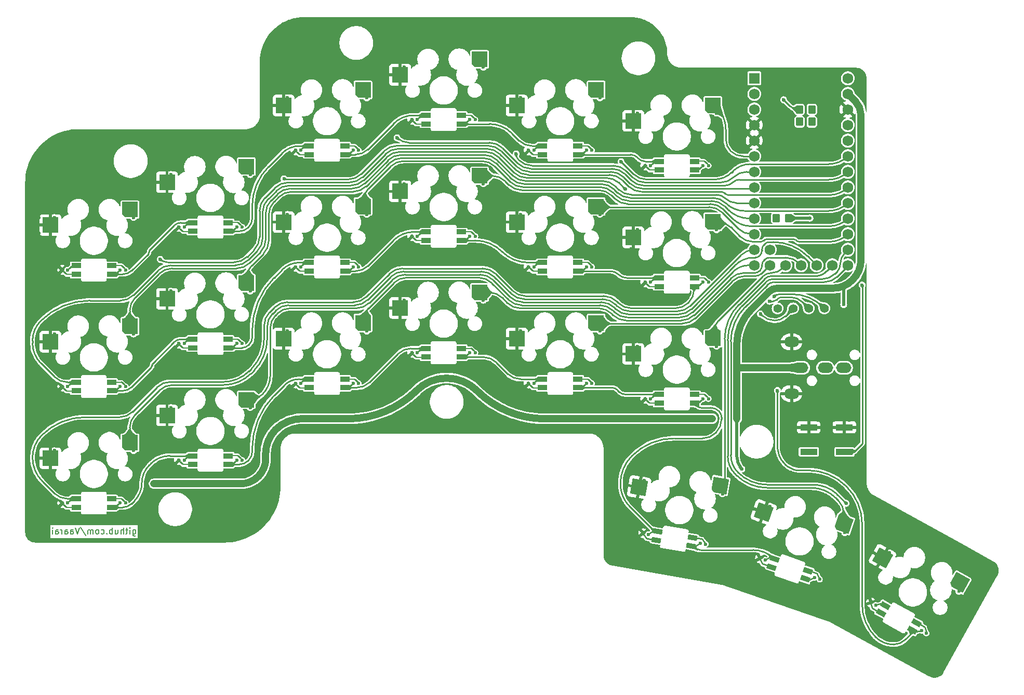
<source format=gbl>
G04 #@! TF.GenerationSoftware,KiCad,Pcbnew,8.0.1*
G04 #@! TF.CreationDate,2024-06-04T22:11:00+02:00*
G04 #@! TF.ProjectId,cornia,636f726e-6961-42e6-9b69-6361645f7063,rev?*
G04 #@! TF.SameCoordinates,Original*
G04 #@! TF.FileFunction,Copper,L2,Bot*
G04 #@! TF.FilePolarity,Positive*
%FSLAX46Y46*%
G04 Gerber Fmt 4.6, Leading zero omitted, Abs format (unit mm)*
G04 Created by KiCad (PCBNEW 8.0.1) date 2024-06-04 22:11:00*
%MOMM*%
%LPD*%
G01*
G04 APERTURE LIST*
G04 Aperture macros list*
%AMRoundRect*
0 Rectangle with rounded corners*
0 $1 Rounding radius*
0 $2 $3 $4 $5 $6 $7 $8 $9 X,Y pos of 4 corners*
0 Add a 4 corners polygon primitive as box body*
4,1,4,$2,$3,$4,$5,$6,$7,$8,$9,$2,$3,0*
0 Add four circle primitives for the rounded corners*
1,1,$1+$1,$2,$3*
1,1,$1+$1,$4,$5*
1,1,$1+$1,$6,$7*
1,1,$1+$1,$8,$9*
0 Add four rect primitives between the rounded corners*
20,1,$1+$1,$2,$3,$4,$5,0*
20,1,$1+$1,$4,$5,$6,$7,0*
20,1,$1+$1,$6,$7,$8,$9,0*
20,1,$1+$1,$8,$9,$2,$3,0*%
%AMRotRect*
0 Rectangle, with rotation*
0 The origin of the aperture is its center*
0 $1 length*
0 $2 width*
0 $3 Rotation angle, in degrees counterclockwise*
0 Add horizontal line*
21,1,$1,$2,0,0,$3*%
%AMOutline5P*
0 Free polygon, 5 corners , with rotation*
0 The origin of the aperture is its center*
0 number of corners: always 5*
0 $1 to $10 corner X, Y*
0 $11 Rotation angle, in degrees counterclockwise*
0 create outline with 5 corners*
4,1,5,$1,$2,$3,$4,$5,$6,$7,$8,$9,$10,$1,$2,$11*%
%AMOutline6P*
0 Free polygon, 6 corners , with rotation*
0 The origin of the aperture is its center*
0 number of corners: always 6*
0 $1 to $12 corner X, Y*
0 $13 Rotation angle, in degrees counterclockwise*
0 create outline with 6 corners*
4,1,6,$1,$2,$3,$4,$5,$6,$7,$8,$9,$10,$11,$12,$1,$2,$13*%
%AMOutline7P*
0 Free polygon, 7 corners , with rotation*
0 The origin of the aperture is its center*
0 number of corners: always 7*
0 $1 to $14 corner X, Y*
0 $15 Rotation angle, in degrees counterclockwise*
0 create outline with 7 corners*
4,1,7,$1,$2,$3,$4,$5,$6,$7,$8,$9,$10,$11,$12,$13,$14,$1,$2,$15*%
%AMOutline8P*
0 Free polygon, 8 corners , with rotation*
0 The origin of the aperture is its center*
0 number of corners: always 8*
0 $1 to $16 corner X, Y*
0 $17 Rotation angle, in degrees counterclockwise*
0 create outline with 8 corners*
4,1,8,$1,$2,$3,$4,$5,$6,$7,$8,$9,$10,$11,$12,$13,$14,$15,$16,$1,$2,$17*%
G04 Aperture macros list end*
%ADD10C,0.160000*%
G04 #@! TA.AperFunction,NonConductor*
%ADD11C,0.160000*%
G04 #@! TD*
G04 #@! TA.AperFunction,SMDPad,CuDef*
%ADD12Outline5P,-1.275000X1.250000X0.825000X1.250000X1.275000X0.800000X1.275000X-1.250000X-1.275000X-1.250000X180.000000*%
G04 #@! TD*
G04 #@! TA.AperFunction,ComponentPad*
%ADD13C,0.600000*%
G04 #@! TD*
G04 #@! TA.AperFunction,SMDPad,CuDef*
%ADD14R,2.550000X2.500000*%
G04 #@! TD*
G04 #@! TA.AperFunction,SMDPad,CuDef*
%ADD15R,1.540000X0.825000*%
G04 #@! TD*
G04 #@! TA.AperFunction,SMDPad,CuDef*
%ADD16RoundRect,0.062500X-0.237892X-0.312202X0.323985X0.221577X0.237892X0.312202X-0.323985X-0.221577X0*%
G04 #@! TD*
G04 #@! TA.AperFunction,SMDPad,CuDef*
%ADD17RoundRect,0.062500X0.450000X0.062500X-0.450000X0.062500X-0.450000X-0.062500X0.450000X-0.062500X0*%
G04 #@! TD*
G04 #@! TA.AperFunction,SMDPad,CuDef*
%ADD18RoundRect,0.062500X0.323985X-0.221577X-0.237892X0.312202X-0.323985X0.221577X0.237892X-0.312202X0*%
G04 #@! TD*
G04 #@! TA.AperFunction,SMDPad,CuDef*
%ADD19RoundRect,0.062500X0.237892X0.312202X-0.323985X-0.221577X-0.237892X-0.312202X0.323985X0.221577X0*%
G04 #@! TD*
G04 #@! TA.AperFunction,SMDPad,CuDef*
%ADD20R,1.540000X0.822500*%
G04 #@! TD*
G04 #@! TA.AperFunction,SMDPad,CuDef*
%ADD21RoundRect,0.062500X-0.323985X0.221577X0.237892X-0.312202X0.323985X-0.221577X-0.237892X0.312202X0*%
G04 #@! TD*
G04 #@! TA.AperFunction,SMDPad,CuDef*
%ADD22RoundRect,0.062500X-0.450000X-0.062500X0.450000X-0.062500X0.450000X0.062500X-0.450000X0.062500X0*%
G04 #@! TD*
G04 #@! TA.AperFunction,SMDPad,CuDef*
%ADD23RotRect,1.540000X0.825000X330.970000*%
G04 #@! TD*
G04 #@! TA.AperFunction,SMDPad,CuDef*
%ADD24RoundRect,0.062500X-0.359506X-0.157538X0.390805X0.036520X0.359506X0.157538X-0.390805X-0.036520X0*%
G04 #@! TD*
G04 #@! TA.AperFunction,SMDPad,CuDef*
%ADD25RoundRect,0.062500X0.423794X-0.163723X-0.363135X0.273018X-0.423794X0.163723X0.363135X-0.273018X0*%
G04 #@! TD*
G04 #@! TA.AperFunction,SMDPad,CuDef*
%ADD26RoundRect,0.062500X0.175757X-0.350959X-0.056503X0.388420X-0.175757X0.350959X0.056503X-0.388420X0*%
G04 #@! TD*
G04 #@! TA.AperFunction,SMDPad,CuDef*
%ADD27RoundRect,0.062500X0.359506X0.157538X-0.390805X-0.036520X-0.359506X-0.157538X0.390805X0.036520X0*%
G04 #@! TD*
G04 #@! TA.AperFunction,SMDPad,CuDef*
%ADD28RotRect,1.540000X0.822500X330.970000*%
G04 #@! TD*
G04 #@! TA.AperFunction,SMDPad,CuDef*
%ADD29RoundRect,0.062500X-0.175757X0.350959X0.056503X-0.388420X0.175757X-0.350959X-0.056503X0.388420X0*%
G04 #@! TD*
G04 #@! TA.AperFunction,SMDPad,CuDef*
%ADD30RoundRect,0.062500X-0.423794X0.163723X0.363135X-0.273018X0.423794X-0.163723X-0.363135X0.273018X0*%
G04 #@! TD*
G04 #@! TA.AperFunction,SMDPad,CuDef*
%ADD31Outline5P,-1.275000X1.250000X0.825000X1.250000X1.275000X0.800000X1.275000X-1.250000X-1.275000X-1.250000X150.970000*%
G04 #@! TD*
G04 #@! TA.AperFunction,SMDPad,CuDef*
%ADD32RotRect,2.550000X2.500000X150.970000*%
G04 #@! TD*
G04 #@! TA.AperFunction,SMDPad,CuDef*
%ADD33RotRect,1.540000X0.825000X350.170000*%
G04 #@! TD*
G04 #@! TA.AperFunction,SMDPad,CuDef*
%ADD34RoundRect,0.062500X-0.287700X-0.267004X0.357057X0.163011X0.287700X0.267004X-0.357057X-0.163011X0*%
G04 #@! TD*
G04 #@! TA.AperFunction,SMDPad,CuDef*
%ADD35RoundRect,0.062500X0.454064X-0.015244X-0.432723X0.138409X-0.454064X0.015244X0.432723X-0.138409X0*%
G04 #@! TD*
G04 #@! TA.AperFunction,SMDPad,CuDef*
%ADD36RoundRect,0.062500X0.281400X-0.273636X-0.181098X0.348233X-0.281400X0.273636X0.181098X-0.348233X0*%
G04 #@! TD*
G04 #@! TA.AperFunction,SMDPad,CuDef*
%ADD37RoundRect,0.062500X0.287700X0.267004X-0.357057X-0.163011X-0.287700X-0.267004X0.357057X0.163011X0*%
G04 #@! TD*
G04 #@! TA.AperFunction,SMDPad,CuDef*
%ADD38RotRect,1.540000X0.822500X350.170000*%
G04 #@! TD*
G04 #@! TA.AperFunction,SMDPad,CuDef*
%ADD39RoundRect,0.062500X-0.281400X0.273636X0.181098X-0.348233X0.281400X-0.273636X-0.181098X0.348233X0*%
G04 #@! TD*
G04 #@! TA.AperFunction,SMDPad,CuDef*
%ADD40RoundRect,0.062500X-0.454064X0.015244X0.432723X-0.138409X0.454064X-0.015244X-0.432723X0.138409X0*%
G04 #@! TD*
G04 #@! TA.AperFunction,SMDPad,CuDef*
%ADD41Outline5P,-1.275000X1.250000X0.825000X1.250000X1.275000X0.800000X1.275000X-1.250000X-1.275000X-1.250000X160.570000*%
G04 #@! TD*
G04 #@! TA.AperFunction,SMDPad,CuDef*
%ADD42RotRect,2.550000X2.500000X160.570000*%
G04 #@! TD*
G04 #@! TA.AperFunction,ComponentPad*
%ADD43C,1.400000*%
G04 #@! TD*
G04 #@! TA.AperFunction,ComponentPad*
%ADD44O,2.500000X1.700000*%
G04 #@! TD*
G04 #@! TA.AperFunction,SMDPad,CuDef*
%ADD45RotRect,1.540000X0.825000X340.570000*%
G04 #@! TD*
G04 #@! TA.AperFunction,SMDPad,CuDef*
%ADD46RoundRect,0.062500X-0.328199X-0.215286X0.379242X0.101183X0.328199X0.215286X-0.379242X-0.101183X0*%
G04 #@! TD*
G04 #@! TA.AperFunction,SMDPad,CuDef*
%ADD47RoundRect,0.062500X0.445163X-0.090754X-0.403581X0.208635X-0.445163X0.090754X0.403581X-0.208635X0*%
G04 #@! TD*
G04 #@! TA.AperFunction,SMDPad,CuDef*
%ADD48RoundRect,0.062500X0.231825X-0.316733X-0.120488X0.373558X-0.231825X0.316733X0.120488X-0.373558X0*%
G04 #@! TD*
G04 #@! TA.AperFunction,SMDPad,CuDef*
%ADD49RoundRect,0.062500X0.328199X0.215286X-0.379242X-0.101183X-0.328199X-0.215286X0.379242X0.101183X0*%
G04 #@! TD*
G04 #@! TA.AperFunction,SMDPad,CuDef*
%ADD50RotRect,1.540000X0.822500X340.570000*%
G04 #@! TD*
G04 #@! TA.AperFunction,SMDPad,CuDef*
%ADD51RoundRect,0.062500X-0.231825X0.316733X0.120488X-0.373558X0.231825X-0.316733X-0.120488X0.373558X0*%
G04 #@! TD*
G04 #@! TA.AperFunction,SMDPad,CuDef*
%ADD52RoundRect,0.062500X-0.445163X0.090754X0.403581X-0.208635X0.445163X-0.090754X-0.403581X0.208635X0*%
G04 #@! TD*
G04 #@! TA.AperFunction,SMDPad,CuDef*
%ADD53Outline5P,-1.275000X1.250000X0.825000X1.250000X1.275000X0.800000X1.275000X-1.250000X-1.275000X-1.250000X170.171000*%
G04 #@! TD*
G04 #@! TA.AperFunction,SMDPad,CuDef*
%ADD54RotRect,2.550000X2.500000X170.171000*%
G04 #@! TD*
G04 #@! TA.AperFunction,ComponentPad*
%ADD55R,1.752600X1.752600*%
G04 #@! TD*
G04 #@! TA.AperFunction,ComponentPad*
%ADD56C,1.752600*%
G04 #@! TD*
G04 #@! TA.AperFunction,SMDPad,CuDef*
%ADD57RoundRect,0.250000X0.350000X0.450000X-0.350000X0.450000X-0.350000X-0.450000X0.350000X-0.450000X0*%
G04 #@! TD*
G04 #@! TA.AperFunction,SMDPad,CuDef*
%ADD58R,2.800000X1.000000*%
G04 #@! TD*
G04 #@! TA.AperFunction,ViaPad*
%ADD59C,0.600000*%
G04 #@! TD*
G04 #@! TA.AperFunction,ViaPad*
%ADD60C,1.000000*%
G04 #@! TD*
G04 #@! TA.AperFunction,Conductor*
%ADD61C,0.250000*%
G04 #@! TD*
G04 #@! TA.AperFunction,Conductor*
%ADD62C,1.200000*%
G04 #@! TD*
G04 #@! TA.AperFunction,Conductor*
%ADD63C,0.500000*%
G04 #@! TD*
G04 APERTURE END LIST*
D10*
D11*
X36509523Y-101787632D02*
X36509523Y-102597156D01*
X36509523Y-102597156D02*
X36557142Y-102692394D01*
X36557142Y-102692394D02*
X36604761Y-102740013D01*
X36604761Y-102740013D02*
X36699999Y-102787632D01*
X36699999Y-102787632D02*
X36842856Y-102787632D01*
X36842856Y-102787632D02*
X36938094Y-102740013D01*
X36509523Y-102406680D02*
X36604761Y-102454299D01*
X36604761Y-102454299D02*
X36795237Y-102454299D01*
X36795237Y-102454299D02*
X36890475Y-102406680D01*
X36890475Y-102406680D02*
X36938094Y-102359060D01*
X36938094Y-102359060D02*
X36985713Y-102263822D01*
X36985713Y-102263822D02*
X36985713Y-101978108D01*
X36985713Y-101978108D02*
X36938094Y-101882870D01*
X36938094Y-101882870D02*
X36890475Y-101835251D01*
X36890475Y-101835251D02*
X36795237Y-101787632D01*
X36795237Y-101787632D02*
X36604761Y-101787632D01*
X36604761Y-101787632D02*
X36509523Y-101835251D01*
X36033332Y-102454299D02*
X36033332Y-101787632D01*
X36033332Y-101454299D02*
X36080951Y-101501918D01*
X36080951Y-101501918D02*
X36033332Y-101549537D01*
X36033332Y-101549537D02*
X35985713Y-101501918D01*
X35985713Y-101501918D02*
X36033332Y-101454299D01*
X36033332Y-101454299D02*
X36033332Y-101549537D01*
X35699999Y-101787632D02*
X35319047Y-101787632D01*
X35557142Y-101454299D02*
X35557142Y-102311441D01*
X35557142Y-102311441D02*
X35509523Y-102406680D01*
X35509523Y-102406680D02*
X35414285Y-102454299D01*
X35414285Y-102454299D02*
X35319047Y-102454299D01*
X34985713Y-102454299D02*
X34985713Y-101454299D01*
X34557142Y-102454299D02*
X34557142Y-101930489D01*
X34557142Y-101930489D02*
X34604761Y-101835251D01*
X34604761Y-101835251D02*
X34699999Y-101787632D01*
X34699999Y-101787632D02*
X34842856Y-101787632D01*
X34842856Y-101787632D02*
X34938094Y-101835251D01*
X34938094Y-101835251D02*
X34985713Y-101882870D01*
X33652380Y-101787632D02*
X33652380Y-102454299D01*
X34080951Y-101787632D02*
X34080951Y-102311441D01*
X34080951Y-102311441D02*
X34033332Y-102406680D01*
X34033332Y-102406680D02*
X33938094Y-102454299D01*
X33938094Y-102454299D02*
X33795237Y-102454299D01*
X33795237Y-102454299D02*
X33699999Y-102406680D01*
X33699999Y-102406680D02*
X33652380Y-102359060D01*
X33176189Y-102454299D02*
X33176189Y-101454299D01*
X33176189Y-101835251D02*
X33080951Y-101787632D01*
X33080951Y-101787632D02*
X32890475Y-101787632D01*
X32890475Y-101787632D02*
X32795237Y-101835251D01*
X32795237Y-101835251D02*
X32747618Y-101882870D01*
X32747618Y-101882870D02*
X32699999Y-101978108D01*
X32699999Y-101978108D02*
X32699999Y-102263822D01*
X32699999Y-102263822D02*
X32747618Y-102359060D01*
X32747618Y-102359060D02*
X32795237Y-102406680D01*
X32795237Y-102406680D02*
X32890475Y-102454299D01*
X32890475Y-102454299D02*
X33080951Y-102454299D01*
X33080951Y-102454299D02*
X33176189Y-102406680D01*
X32271427Y-102359060D02*
X32223808Y-102406680D01*
X32223808Y-102406680D02*
X32271427Y-102454299D01*
X32271427Y-102454299D02*
X32319046Y-102406680D01*
X32319046Y-102406680D02*
X32271427Y-102359060D01*
X32271427Y-102359060D02*
X32271427Y-102454299D01*
X31366666Y-102406680D02*
X31461904Y-102454299D01*
X31461904Y-102454299D02*
X31652380Y-102454299D01*
X31652380Y-102454299D02*
X31747618Y-102406680D01*
X31747618Y-102406680D02*
X31795237Y-102359060D01*
X31795237Y-102359060D02*
X31842856Y-102263822D01*
X31842856Y-102263822D02*
X31842856Y-101978108D01*
X31842856Y-101978108D02*
X31795237Y-101882870D01*
X31795237Y-101882870D02*
X31747618Y-101835251D01*
X31747618Y-101835251D02*
X31652380Y-101787632D01*
X31652380Y-101787632D02*
X31461904Y-101787632D01*
X31461904Y-101787632D02*
X31366666Y-101835251D01*
X30795237Y-102454299D02*
X30890475Y-102406680D01*
X30890475Y-102406680D02*
X30938094Y-102359060D01*
X30938094Y-102359060D02*
X30985713Y-102263822D01*
X30985713Y-102263822D02*
X30985713Y-101978108D01*
X30985713Y-101978108D02*
X30938094Y-101882870D01*
X30938094Y-101882870D02*
X30890475Y-101835251D01*
X30890475Y-101835251D02*
X30795237Y-101787632D01*
X30795237Y-101787632D02*
X30652380Y-101787632D01*
X30652380Y-101787632D02*
X30557142Y-101835251D01*
X30557142Y-101835251D02*
X30509523Y-101882870D01*
X30509523Y-101882870D02*
X30461904Y-101978108D01*
X30461904Y-101978108D02*
X30461904Y-102263822D01*
X30461904Y-102263822D02*
X30509523Y-102359060D01*
X30509523Y-102359060D02*
X30557142Y-102406680D01*
X30557142Y-102406680D02*
X30652380Y-102454299D01*
X30652380Y-102454299D02*
X30795237Y-102454299D01*
X30033332Y-102454299D02*
X30033332Y-101787632D01*
X30033332Y-101882870D02*
X29985713Y-101835251D01*
X29985713Y-101835251D02*
X29890475Y-101787632D01*
X29890475Y-101787632D02*
X29747618Y-101787632D01*
X29747618Y-101787632D02*
X29652380Y-101835251D01*
X29652380Y-101835251D02*
X29604761Y-101930489D01*
X29604761Y-101930489D02*
X29604761Y-102454299D01*
X29604761Y-101930489D02*
X29557142Y-101835251D01*
X29557142Y-101835251D02*
X29461904Y-101787632D01*
X29461904Y-101787632D02*
X29319047Y-101787632D01*
X29319047Y-101787632D02*
X29223808Y-101835251D01*
X29223808Y-101835251D02*
X29176189Y-101930489D01*
X29176189Y-101930489D02*
X29176189Y-102454299D01*
X27985714Y-101406680D02*
X28842856Y-102692394D01*
X27795237Y-101454299D02*
X27461904Y-102454299D01*
X27461904Y-102454299D02*
X27128571Y-101454299D01*
X26366666Y-102454299D02*
X26366666Y-101930489D01*
X26366666Y-101930489D02*
X26414285Y-101835251D01*
X26414285Y-101835251D02*
X26509523Y-101787632D01*
X26509523Y-101787632D02*
X26699999Y-101787632D01*
X26699999Y-101787632D02*
X26795237Y-101835251D01*
X26366666Y-102406680D02*
X26461904Y-102454299D01*
X26461904Y-102454299D02*
X26699999Y-102454299D01*
X26699999Y-102454299D02*
X26795237Y-102406680D01*
X26795237Y-102406680D02*
X26842856Y-102311441D01*
X26842856Y-102311441D02*
X26842856Y-102216203D01*
X26842856Y-102216203D02*
X26795237Y-102120965D01*
X26795237Y-102120965D02*
X26699999Y-102073346D01*
X26699999Y-102073346D02*
X26461904Y-102073346D01*
X26461904Y-102073346D02*
X26366666Y-102025727D01*
X25461904Y-102454299D02*
X25461904Y-101930489D01*
X25461904Y-101930489D02*
X25509523Y-101835251D01*
X25509523Y-101835251D02*
X25604761Y-101787632D01*
X25604761Y-101787632D02*
X25795237Y-101787632D01*
X25795237Y-101787632D02*
X25890475Y-101835251D01*
X25461904Y-102406680D02*
X25557142Y-102454299D01*
X25557142Y-102454299D02*
X25795237Y-102454299D01*
X25795237Y-102454299D02*
X25890475Y-102406680D01*
X25890475Y-102406680D02*
X25938094Y-102311441D01*
X25938094Y-102311441D02*
X25938094Y-102216203D01*
X25938094Y-102216203D02*
X25890475Y-102120965D01*
X25890475Y-102120965D02*
X25795237Y-102073346D01*
X25795237Y-102073346D02*
X25557142Y-102073346D01*
X25557142Y-102073346D02*
X25461904Y-102025727D01*
X24985713Y-102454299D02*
X24985713Y-101787632D01*
X24985713Y-101978108D02*
X24938094Y-101882870D01*
X24938094Y-101882870D02*
X24890475Y-101835251D01*
X24890475Y-101835251D02*
X24795237Y-101787632D01*
X24795237Y-101787632D02*
X24699999Y-101787632D01*
X23938094Y-102454299D02*
X23938094Y-101930489D01*
X23938094Y-101930489D02*
X23985713Y-101835251D01*
X23985713Y-101835251D02*
X24080951Y-101787632D01*
X24080951Y-101787632D02*
X24271427Y-101787632D01*
X24271427Y-101787632D02*
X24366665Y-101835251D01*
X23938094Y-102406680D02*
X24033332Y-102454299D01*
X24033332Y-102454299D02*
X24271427Y-102454299D01*
X24271427Y-102454299D02*
X24366665Y-102406680D01*
X24366665Y-102406680D02*
X24414284Y-102311441D01*
X24414284Y-102311441D02*
X24414284Y-102216203D01*
X24414284Y-102216203D02*
X24366665Y-102120965D01*
X24366665Y-102120965D02*
X24271427Y-102073346D01*
X24271427Y-102073346D02*
X24033332Y-102073346D01*
X24033332Y-102073346D02*
X23938094Y-102025727D01*
X23461903Y-102454299D02*
X23461903Y-101787632D01*
X23461903Y-101454299D02*
X23509522Y-101501918D01*
X23509522Y-101501918D02*
X23461903Y-101549537D01*
X23461903Y-101549537D02*
X23414284Y-101501918D01*
X23414284Y-101501918D02*
X23461903Y-101454299D01*
X23461903Y-101454299D02*
X23461903Y-101549537D01*
D12*
X36020600Y-87598750D03*
D13*
X36643600Y-88888750D03*
D14*
X23093600Y-90138750D03*
D13*
X23718600Y-88888750D03*
D12*
X131020600Y-70598750D03*
D13*
X131643600Y-71888750D03*
D14*
X118093600Y-73138750D03*
D13*
X118718600Y-71888750D03*
D15*
X27288600Y-77738750D03*
D16*
X26356100Y-78013750D03*
D13*
X25893600Y-78438750D03*
D15*
X27288600Y-79138750D03*
D17*
X26131100Y-79163750D03*
D18*
X25443600Y-78913750D03*
D13*
X25018600Y-78438750D03*
X34443600Y-78438750D03*
D19*
X34018600Y-78863750D03*
D20*
X33048600Y-79140000D03*
D13*
X35318600Y-78438750D03*
D21*
X34931100Y-77963750D03*
D22*
X34243600Y-77713750D03*
D15*
X33048600Y-77738750D03*
D12*
X36020600Y-68598750D03*
D13*
X36643600Y-69888750D03*
D14*
X23093600Y-71138750D03*
D13*
X23718600Y-69888750D03*
D23*
X159155093Y-114142361D03*
D24*
X158206298Y-113930299D03*
D13*
X157595665Y-114077468D03*
D23*
X158475718Y-115366473D03*
D25*
X157451508Y-114826635D03*
D26*
X156971699Y-114274422D03*
D13*
X156830595Y-113652859D03*
X165071493Y-118226506D03*
D27*
X164493648Y-118391872D03*
D28*
X163511458Y-118162706D03*
D13*
X165836563Y-118651115D03*
D29*
X165728248Y-118047750D03*
D30*
X165248438Y-117495537D03*
D23*
X164191440Y-116937501D03*
D15*
X46288600Y-51738750D03*
D16*
X45356100Y-52013750D03*
D13*
X44893600Y-52438750D03*
D15*
X46288600Y-53138750D03*
D17*
X45131100Y-53163750D03*
D18*
X44443600Y-52913750D03*
D13*
X44018600Y-52438750D03*
X53443600Y-52438750D03*
D19*
X53018600Y-52863750D03*
D20*
X52048600Y-53140000D03*
D13*
X54318600Y-52438750D03*
D21*
X53931100Y-51963750D03*
D22*
X53243600Y-51713750D03*
D15*
X52048600Y-51738750D03*
D31*
X171225400Y-110388014D03*
D13*
X171144135Y-111818267D03*
D32*
X158689895Y-106335850D03*
D13*
X159842957Y-105546185D03*
D15*
X103288600Y-77238750D03*
D16*
X102356100Y-77513750D03*
D13*
X101893600Y-77938750D03*
D15*
X103288600Y-78638750D03*
D17*
X102131100Y-78663750D03*
D18*
X101443600Y-78413750D03*
D13*
X101018600Y-77938750D03*
X110443600Y-77938750D03*
D19*
X110018600Y-78363750D03*
D20*
X109048600Y-78640000D03*
D13*
X111318600Y-77938750D03*
D21*
X110931100Y-77463750D03*
D22*
X110243600Y-77213750D03*
D15*
X109048600Y-77238750D03*
X84288600Y-72238750D03*
D16*
X83356100Y-72513750D03*
D13*
X82893600Y-72938750D03*
D15*
X84288600Y-73638750D03*
D17*
X83131100Y-73663750D03*
D18*
X82443600Y-73413750D03*
D13*
X82018600Y-72938750D03*
X91443600Y-72938750D03*
D19*
X91018600Y-73363750D03*
D20*
X90048600Y-73640000D03*
D13*
X92318600Y-72938750D03*
D21*
X91931100Y-72463750D03*
D22*
X91243600Y-72213750D03*
D15*
X90048600Y-72238750D03*
X122288600Y-41738750D03*
D16*
X121356100Y-42013750D03*
D13*
X120893600Y-42438750D03*
D15*
X122288600Y-43138750D03*
D17*
X121131100Y-43163750D03*
D18*
X120443600Y-42913750D03*
D13*
X120018600Y-42438750D03*
X129443600Y-42438750D03*
D19*
X129018600Y-42863750D03*
D20*
X128048600Y-43140000D03*
D13*
X130318600Y-42438750D03*
D21*
X129931100Y-41963750D03*
D22*
X129243600Y-41713750D03*
D15*
X128048600Y-41738750D03*
D33*
X122049444Y-102077602D03*
D34*
X121083685Y-102189363D03*
D13*
X120555417Y-102529163D03*
D33*
X121810429Y-103457048D03*
D35*
X120665654Y-103284066D03*
D36*
X120030929Y-102920363D03*
D13*
X119693263Y-102379778D03*
X128979891Y-103988865D03*
D37*
X128488571Y-104335067D03*
D38*
X127485650Y-104441658D03*
D13*
X129842045Y-104138250D03*
D39*
X129541329Y-103604068D03*
D40*
X128906603Y-103240364D03*
D33*
X127724879Y-103060980D03*
D12*
X93020600Y-25098750D03*
D13*
X93643600Y-26388750D03*
D14*
X80093600Y-27638750D03*
D13*
X80718600Y-26388750D03*
D15*
X65288600Y-58238750D03*
D16*
X64356100Y-58513750D03*
D13*
X63893600Y-58938750D03*
D15*
X65288600Y-59638750D03*
D17*
X64131100Y-59663750D03*
D18*
X63443600Y-59413750D03*
D13*
X63018600Y-58938750D03*
X72443600Y-58938750D03*
D19*
X72018600Y-59363750D03*
D20*
X71048600Y-59640000D03*
D13*
X73318600Y-58938750D03*
D21*
X72931100Y-58463750D03*
D22*
X72243600Y-58213750D03*
D15*
X71048600Y-58238750D03*
D41*
X152380534Y-100835329D03*
D13*
X152538929Y-102259106D03*
D42*
X139344801Y-98930442D03*
D13*
X140350025Y-97959541D03*
D12*
X74020600Y-30098750D03*
D13*
X74643600Y-31388750D03*
D14*
X61093600Y-32638750D03*
D13*
X61718600Y-31388750D03*
D12*
X93020600Y-63098750D03*
D13*
X93643600Y-64388750D03*
D14*
X80093600Y-65638750D03*
D13*
X80718600Y-64388750D03*
D43*
X141588600Y-65708750D03*
X144128600Y-65708750D03*
X146668600Y-65708750D03*
X149208600Y-65708750D03*
D12*
X55020600Y-80598750D03*
D13*
X55643600Y-81888750D03*
D14*
X42093600Y-83138750D03*
D13*
X42718600Y-81888750D03*
D44*
X145368600Y-75388750D03*
X149368600Y-75388750D03*
X152368600Y-75388750D03*
X143868600Y-71188750D03*
X143868600Y-79588750D03*
D15*
X84288600Y-53238750D03*
D16*
X83356100Y-53513750D03*
D13*
X82893600Y-53938750D03*
D15*
X84288600Y-54638750D03*
D17*
X83131100Y-54663750D03*
D18*
X82443600Y-54413750D03*
D13*
X82018600Y-53938750D03*
X91443600Y-53938750D03*
D19*
X91018600Y-54363750D03*
D20*
X90048600Y-54640000D03*
D13*
X92318600Y-53938750D03*
D21*
X91931100Y-53463750D03*
D22*
X91243600Y-53213750D03*
D15*
X90048600Y-53238750D03*
D12*
X131020600Y-32598750D03*
D13*
X131643600Y-33888750D03*
D14*
X118093600Y-35138750D03*
D13*
X118718600Y-33888750D03*
D15*
X122288600Y-79738750D03*
D16*
X121356100Y-80013750D03*
D13*
X120893600Y-80438750D03*
D15*
X122288600Y-81138750D03*
D17*
X121131100Y-81163750D03*
D18*
X120443600Y-80913750D03*
D13*
X120018600Y-80438750D03*
X129443600Y-80438750D03*
D19*
X129018600Y-80863750D03*
D20*
X128048600Y-81140000D03*
D13*
X130318600Y-80438750D03*
D21*
X129931100Y-79963750D03*
D22*
X129243600Y-79713750D03*
D15*
X128048600Y-79738750D03*
D45*
X141105367Y-106550051D03*
D46*
X140134495Y-106499188D03*
D13*
X139556956Y-106746131D03*
D45*
X140639651Y-107870319D03*
D47*
X139539755Y-107508847D03*
D48*
X138974573Y-107044384D03*
D13*
X138731789Y-106455058D03*
X147620022Y-109590331D03*
D49*
X147077848Y-109849748D03*
D50*
X146071195Y-109787590D03*
D13*
X148445189Y-109881404D03*
D51*
X148237769Y-109304552D03*
D52*
X147672587Y-108840090D03*
D45*
X146537327Y-108466143D03*
D15*
X65288600Y-77238750D03*
D16*
X64356100Y-77513750D03*
D13*
X63893600Y-77938750D03*
D15*
X65288600Y-78638750D03*
D17*
X64131100Y-78663750D03*
D18*
X63443600Y-78413750D03*
D13*
X63018600Y-77938750D03*
X72443600Y-77938750D03*
D19*
X72018600Y-78363750D03*
D20*
X71048600Y-78640000D03*
D13*
X73318600Y-77938750D03*
D21*
X72931100Y-77463750D03*
D22*
X72243600Y-77213750D03*
D15*
X71048600Y-77238750D03*
D12*
X74020600Y-49098750D03*
D13*
X74643600Y-50388750D03*
D14*
X61093600Y-51638750D03*
D13*
X61718600Y-50388750D03*
D12*
X112020600Y-68098750D03*
D13*
X112643600Y-69388750D03*
D14*
X99093600Y-70638750D03*
D13*
X99718600Y-69388750D03*
D15*
X65288600Y-39238750D03*
D16*
X64356100Y-39513750D03*
D13*
X63893600Y-39938750D03*
D15*
X65288600Y-40638750D03*
D17*
X64131100Y-40663750D03*
D18*
X63443600Y-40413750D03*
D13*
X63018600Y-39938750D03*
X72443600Y-39938750D03*
D19*
X72018600Y-40363750D03*
D20*
X71048600Y-40640000D03*
D13*
X73318600Y-39938750D03*
D21*
X72931100Y-39463750D03*
D22*
X72243600Y-39213750D03*
D15*
X71048600Y-39238750D03*
D12*
X112020600Y-30098750D03*
D13*
X112643600Y-31388750D03*
D14*
X99093600Y-32638750D03*
D13*
X99718600Y-31388750D03*
D53*
X132213607Y-94562448D03*
D13*
X132607249Y-95939864D03*
D54*
X119042756Y-94858419D03*
D13*
X119871967Y-93733460D03*
D12*
X131020600Y-51598750D03*
D13*
X131643600Y-52888750D03*
D14*
X118093600Y-54138750D03*
D13*
X118718600Y-52888750D03*
D12*
X36020600Y-49598750D03*
D13*
X36643600Y-50888750D03*
D14*
X23093600Y-52138750D03*
D13*
X23718600Y-50888750D03*
D15*
X103288600Y-58238750D03*
D16*
X102356100Y-58513750D03*
D13*
X101893600Y-58938750D03*
D15*
X103288600Y-59638750D03*
D17*
X102131100Y-59663750D03*
D18*
X101443600Y-59413750D03*
D13*
X101018600Y-58938750D03*
X110443600Y-58938750D03*
D19*
X110018600Y-59363750D03*
D20*
X109048600Y-59640000D03*
D13*
X111318600Y-58938750D03*
D21*
X110931100Y-58463750D03*
D22*
X110243600Y-58213750D03*
D15*
X109048600Y-58238750D03*
D12*
X55020600Y-61598750D03*
D13*
X55643600Y-62888750D03*
D14*
X42093600Y-64138750D03*
D13*
X42718600Y-62888750D03*
D15*
X103288600Y-39238750D03*
D16*
X102356100Y-39513750D03*
D13*
X101893600Y-39938750D03*
D15*
X103288600Y-40638750D03*
D17*
X102131100Y-40663750D03*
D18*
X101443600Y-40413750D03*
D13*
X101018600Y-39938750D03*
X110443600Y-39938750D03*
D19*
X110018600Y-40363750D03*
D20*
X109048600Y-40640000D03*
D13*
X111318600Y-39938750D03*
D21*
X110931100Y-39463750D03*
D22*
X110243600Y-39213750D03*
D15*
X109048600Y-39238750D03*
X122288600Y-60738750D03*
D16*
X121356100Y-61013750D03*
D13*
X120893600Y-61438750D03*
D15*
X122288600Y-62138750D03*
D17*
X121131100Y-62163750D03*
D18*
X120443600Y-61913750D03*
D13*
X120018600Y-61438750D03*
X129443600Y-61438750D03*
D19*
X129018600Y-61863750D03*
D20*
X128048600Y-62140000D03*
D13*
X130318600Y-61438750D03*
D21*
X129931100Y-60963750D03*
D22*
X129243600Y-60713750D03*
D15*
X128048600Y-60738750D03*
D12*
X55020600Y-42598750D03*
D13*
X55643600Y-43888750D03*
D14*
X42093600Y-45138750D03*
D13*
X42718600Y-43888750D03*
D15*
X27288600Y-96738750D03*
D16*
X26356100Y-97013750D03*
D13*
X25893600Y-97438750D03*
D15*
X27288600Y-98138750D03*
D17*
X26131100Y-98163750D03*
D18*
X25443600Y-97913750D03*
D13*
X25018600Y-97438750D03*
X34443600Y-97438750D03*
D19*
X34018600Y-97863750D03*
D20*
X33048600Y-98140000D03*
D13*
X35318600Y-97438750D03*
D21*
X34931100Y-96963750D03*
D22*
X34243600Y-96713750D03*
D15*
X33048600Y-96738750D03*
X46288600Y-89738750D03*
D16*
X45356100Y-90013750D03*
D13*
X44893600Y-90438750D03*
D15*
X46288600Y-91138750D03*
D17*
X45131100Y-91163750D03*
D18*
X44443600Y-90913750D03*
D13*
X44018600Y-90438750D03*
X53443600Y-90438750D03*
D19*
X53018600Y-90863750D03*
D20*
X52048600Y-91140000D03*
D13*
X54318600Y-90438750D03*
D21*
X53931100Y-89963750D03*
D22*
X53243600Y-89713750D03*
D15*
X52048600Y-89738750D03*
X46288600Y-70738750D03*
D16*
X45356100Y-71013750D03*
D13*
X44893600Y-71438750D03*
D15*
X46288600Y-72138750D03*
D17*
X45131100Y-72163750D03*
D18*
X44443600Y-71913750D03*
D13*
X44018600Y-71438750D03*
X53443600Y-71438750D03*
D19*
X53018600Y-71863750D03*
D20*
X52048600Y-72140000D03*
D13*
X54318600Y-71438750D03*
D21*
X53931100Y-70963750D03*
D22*
X53243600Y-70713750D03*
D15*
X52048600Y-70738750D03*
D12*
X74020600Y-68098750D03*
D13*
X74643600Y-69388750D03*
D14*
X61093600Y-70638750D03*
D13*
X61718600Y-69388750D03*
D15*
X27288600Y-58738750D03*
D16*
X26356100Y-59013750D03*
D13*
X25893600Y-59438750D03*
D15*
X27288600Y-60138750D03*
D17*
X26131100Y-60163750D03*
D18*
X25443600Y-59913750D03*
D13*
X25018600Y-59438750D03*
X34443600Y-59438750D03*
D19*
X34018600Y-59863750D03*
D20*
X33048600Y-60140000D03*
D13*
X35318600Y-59438750D03*
D21*
X34931100Y-58963750D03*
D22*
X34243600Y-58713750D03*
D15*
X33048600Y-58738750D03*
D55*
X137798600Y-28198650D03*
D56*
X137798600Y-30738750D03*
X137798600Y-33278750D03*
X137798600Y-35818750D03*
X137798600Y-38358750D03*
X137798600Y-40898750D03*
X137798600Y-43438750D03*
X137798600Y-45978750D03*
X137798600Y-48518750D03*
X137798600Y-51058750D03*
X137798600Y-53598750D03*
X137798600Y-56138750D03*
X137798200Y-58678750D03*
X140338600Y-58678750D03*
X142878600Y-58678750D03*
X145418600Y-58678750D03*
X147958600Y-58678750D03*
X150498600Y-58678750D03*
X153038600Y-58678750D03*
X153038600Y-56138750D03*
X153038600Y-53598750D03*
X153038600Y-51058750D03*
X153038600Y-48518750D03*
X153038600Y-45978750D03*
X153038600Y-43438750D03*
X153038600Y-40898750D03*
X153038600Y-38358750D03*
X153038600Y-35818750D03*
X153038600Y-33278750D03*
X153038600Y-30738750D03*
X153038600Y-28198650D03*
X140338600Y-56138750D03*
D12*
X112020600Y-49098750D03*
D13*
X112643600Y-50388750D03*
D14*
X99093600Y-51638750D03*
D13*
X99718600Y-50388750D03*
D15*
X84288600Y-34238750D03*
D16*
X83356100Y-34513750D03*
D13*
X82893600Y-34938750D03*
D15*
X84288600Y-35638750D03*
D17*
X83131100Y-35663750D03*
D18*
X82443600Y-35413750D03*
D13*
X82018600Y-34938750D03*
X91443600Y-34938750D03*
D19*
X91018600Y-35363750D03*
D20*
X90048600Y-35640000D03*
D13*
X92318600Y-34938750D03*
D21*
X91931100Y-34463750D03*
D22*
X91243600Y-34213750D03*
D15*
X90048600Y-34238750D03*
D12*
X93020600Y-44098750D03*
D13*
X93643600Y-45388750D03*
D14*
X80093600Y-46638750D03*
D13*
X80718600Y-45388750D03*
D57*
X143400000Y-51000000D03*
X141400000Y-51000000D03*
X147168600Y-35288750D03*
X145168600Y-35288750D03*
X147168600Y-33288750D03*
X145168600Y-33288750D03*
D58*
X146668600Y-89088750D03*
X152468600Y-89088750D03*
X146668600Y-85088750D03*
X152468600Y-85088750D03*
D59*
X141568600Y-79088750D03*
X41503600Y-38233750D03*
X102463600Y-22993750D03*
X145643600Y-86493750D03*
X23723600Y-78873750D03*
X107543600Y-28073750D03*
X94843600Y-50933750D03*
X21183600Y-99193750D03*
X87223600Y-22993750D03*
X163423600Y-109353750D03*
X115163600Y-22993750D03*
X132168600Y-65288750D03*
X168503600Y-122053750D03*
X149568600Y-77088750D03*
X94843600Y-76333750D03*
X117703600Y-28073750D03*
X165963600Y-109353750D03*
X139800000Y-53400000D03*
X21183600Y-56013750D03*
X154568600Y-75288750D03*
X89763600Y-56013750D03*
X31343600Y-38233750D03*
X79603600Y-76333750D03*
X26263600Y-45853750D03*
X21183600Y-96653750D03*
X150723600Y-81413750D03*
X64363600Y-63633750D03*
X26263600Y-99193750D03*
X143103600Y-48393750D03*
X153263600Y-78873750D03*
X125323600Y-53473750D03*
X61823600Y-43313750D03*
X117703600Y-78873750D03*
X36423600Y-38233750D03*
X74523600Y-28073750D03*
X41503600Y-86493750D03*
X135483600Y-30613750D03*
X146768600Y-93688750D03*
X44043600Y-40773750D03*
X151000000Y-53400000D03*
X57400000Y-76000000D03*
X148183600Y-30613750D03*
X145368600Y-77088750D03*
X64363600Y-61093750D03*
X115163600Y-25533750D03*
X84683600Y-20453750D03*
X82143600Y-22993750D03*
X79603600Y-33153750D03*
X44043600Y-76333750D03*
X140563600Y-104273750D03*
X132943600Y-101733750D03*
X153263600Y-71253750D03*
X44043600Y-73793750D03*
X33883600Y-45853750D03*
X33883600Y-81413750D03*
X49123600Y-38233750D03*
X97383600Y-22993750D03*
X93768600Y-29888750D03*
X122783600Y-106813750D03*
X138023600Y-83953750D03*
X115163600Y-89033750D03*
X125168600Y-64888750D03*
X173583600Y-109353750D03*
X64363600Y-43313750D03*
X133368600Y-106688750D03*
X127863600Y-91573750D03*
X151000000Y-48400000D03*
X54203600Y-89033750D03*
X26263600Y-43313750D03*
X143103600Y-89033750D03*
X94843600Y-22993750D03*
X152168600Y-60688750D03*
X74768600Y-34688750D03*
X33883600Y-38233750D03*
X99923600Y-25533750D03*
X46583600Y-96653750D03*
X112623600Y-81413750D03*
X163423600Y-104273750D03*
X38963600Y-38233750D03*
X79603600Y-56013750D03*
X26263600Y-81413750D03*
X120243600Y-28073750D03*
X35368600Y-63488750D03*
X23723600Y-99193750D03*
X112623600Y-56013750D03*
X150723600Y-38233750D03*
X150723600Y-56013750D03*
X138023600Y-101733750D03*
X148183600Y-106813750D03*
X79603600Y-71253750D03*
X46583600Y-86493750D03*
X87223600Y-20453750D03*
X49123600Y-76333750D03*
X115163600Y-38233750D03*
X64363600Y-28073750D03*
X61823600Y-56013750D03*
X140563600Y-71253750D03*
X135483600Y-96653750D03*
X99923600Y-22993750D03*
X92800000Y-37800000D03*
X143800000Y-56600000D03*
X54203600Y-101733750D03*
X130968600Y-85088750D03*
X173583600Y-106813750D03*
X117703600Y-81413750D03*
X135483600Y-28073750D03*
X148183600Y-71253750D03*
X115163600Y-30613750D03*
X84683600Y-83953750D03*
X51663600Y-68713750D03*
X84683600Y-22993750D03*
X130403600Y-28073750D03*
X140563600Y-91573750D03*
X23723600Y-58553750D03*
X79603600Y-22993750D03*
X112623600Y-76333750D03*
X165963600Y-124593750D03*
X117703600Y-106813750D03*
X36423600Y-45853750D03*
X140563600Y-68713750D03*
X77063600Y-30613750D03*
X33883600Y-94113750D03*
X160883600Y-111893750D03*
X46583600Y-99193750D03*
X44043600Y-68713750D03*
X127863600Y-40773750D03*
X26263600Y-38233750D03*
X158343600Y-101733750D03*
X136368600Y-55488750D03*
X107543600Y-22993750D03*
X64363600Y-38233750D03*
X119768600Y-64888750D03*
X94843600Y-20453750D03*
X120243600Y-20453750D03*
X127863600Y-76333750D03*
X148183600Y-86493750D03*
X138023600Y-104273750D03*
X21183600Y-61093750D03*
X110083600Y-81413750D03*
X176123600Y-109353750D03*
X153263600Y-68713750D03*
X57800000Y-58200000D03*
X102463600Y-38233750D03*
X21183600Y-40773750D03*
X33883600Y-56013750D03*
X78768600Y-38488750D03*
X110083600Y-28073750D03*
X122568600Y-82488750D03*
X77063600Y-22993750D03*
X143103600Y-68713750D03*
X148183600Y-48393750D03*
X105003600Y-25533750D03*
X120568600Y-89088750D03*
X79603600Y-68713750D03*
X89763600Y-22993750D03*
X102463600Y-61093750D03*
X138023600Y-81413750D03*
X73800000Y-42000000D03*
X28803600Y-40773750D03*
X41503600Y-40773750D03*
X21183600Y-45853750D03*
X173583600Y-114433750D03*
X59283600Y-30613750D03*
X99923600Y-61093750D03*
X41503600Y-66173750D03*
X117703600Y-58553750D03*
X21183600Y-53473750D03*
X71983600Y-61093750D03*
X132943600Y-28073750D03*
X140563600Y-83953750D03*
X74523600Y-25533750D03*
X135483600Y-38233750D03*
X115163600Y-91573750D03*
X154768600Y-115088750D03*
X69443600Y-28073750D03*
X54203600Y-40773750D03*
X171043600Y-116973750D03*
X137168600Y-68688750D03*
X64363600Y-56013750D03*
X144000000Y-34200000D03*
X80200000Y-84000000D03*
X41503600Y-76333750D03*
X129768600Y-106488750D03*
X110083600Y-38233750D03*
X54203600Y-96653750D03*
X117703600Y-56013750D03*
X158343600Y-111893750D03*
X89763600Y-50933750D03*
X33883600Y-66173750D03*
X31343600Y-66173750D03*
X69443600Y-43313750D03*
X143103600Y-28073750D03*
X44043600Y-89033750D03*
X105003600Y-50933750D03*
X135768600Y-41688750D03*
X154768600Y-65088750D03*
X112568600Y-36088750D03*
X127863600Y-58553750D03*
X138023600Y-91573750D03*
X147200000Y-56600000D03*
X140563600Y-40773750D03*
X36423600Y-76333750D03*
X82143600Y-71253750D03*
X120243600Y-104273750D03*
X115163600Y-96653750D03*
X31343600Y-81413750D03*
X69443600Y-63633750D03*
X76600000Y-46000000D03*
X77063600Y-48393750D03*
X56743600Y-96653750D03*
X74523600Y-76333750D03*
X54203600Y-50933750D03*
X99923600Y-28073750D03*
X110083600Y-25533750D03*
X77063600Y-58553750D03*
X153368600Y-99088750D03*
X143103600Y-86493750D03*
X77063600Y-73793750D03*
X124368600Y-89088750D03*
X31343600Y-43313750D03*
X148183600Y-68713750D03*
X127863600Y-38233750D03*
X139800000Y-51000000D03*
X125323600Y-30613750D03*
X56743600Y-38233750D03*
X51663600Y-73793750D03*
X120243600Y-58553750D03*
X41503600Y-48393750D03*
X145643600Y-30613750D03*
X49123600Y-99193750D03*
X150723600Y-83953750D03*
X21183600Y-81413750D03*
X21183600Y-58553750D03*
X36423600Y-56013750D03*
X115163600Y-101733750D03*
X44043600Y-50933750D03*
X28803600Y-63633750D03*
X102463600Y-28073750D03*
X153263600Y-81413750D03*
X149568600Y-109688750D03*
X59283600Y-96653750D03*
X141168600Y-33288750D03*
X71983600Y-25533750D03*
X130403600Y-89033750D03*
X51663600Y-99193750D03*
X160883600Y-99193750D03*
X117703600Y-30613750D03*
X165963600Y-122053750D03*
X161968600Y-119088750D03*
X23723600Y-63633750D03*
X61823600Y-63633750D03*
X82143600Y-20453750D03*
X82143600Y-50933750D03*
X151071237Y-66552175D03*
X59283600Y-35693750D03*
X54203600Y-68713750D03*
X168503600Y-116973750D03*
X117703600Y-20453750D03*
X129368600Y-49888750D03*
X146568600Y-85088750D03*
X152318600Y-85088750D03*
X140563600Y-81413750D03*
X56000000Y-54600000D03*
X28803600Y-43313750D03*
X71983600Y-56013750D03*
X66903600Y-63633750D03*
X148183600Y-40773750D03*
X150800000Y-64400000D03*
X130403600Y-78873750D03*
X122783600Y-25533750D03*
X23723600Y-43313750D03*
X31343600Y-63633750D03*
X49123600Y-81413750D03*
X38963600Y-86493750D03*
X56743600Y-99193750D03*
X82143600Y-56013750D03*
X51663600Y-96653750D03*
X140568600Y-35688750D03*
X33883600Y-99193750D03*
X105003600Y-22993750D03*
X51663600Y-38233750D03*
X114600000Y-62800000D03*
X66903600Y-43313750D03*
X131768600Y-37088750D03*
X145643600Y-68713750D03*
X125323600Y-50933750D03*
X38963600Y-66173750D03*
X55800000Y-74000000D03*
X46583600Y-68713750D03*
X140563600Y-38233750D03*
X46583600Y-73793750D03*
X92303600Y-50933750D03*
X125323600Y-71253750D03*
X41503600Y-68713750D03*
X49123600Y-78873750D03*
X38963600Y-73793750D03*
X49123600Y-63633750D03*
X71983600Y-38233750D03*
X77063600Y-53473750D03*
X135483600Y-35693750D03*
X26263600Y-56013750D03*
X87223600Y-45853750D03*
X150723600Y-68713750D03*
X168503600Y-119513750D03*
X21183600Y-63633750D03*
X77063600Y-25533750D03*
X132943600Y-99193750D03*
X49123600Y-40773750D03*
X141396322Y-66959310D03*
X97383600Y-28073750D03*
X38768600Y-95488750D03*
X44043600Y-38233750D03*
X150723600Y-73793750D03*
X146369512Y-39334445D03*
X87223600Y-63633750D03*
X122783600Y-22993750D03*
X21183600Y-43313750D03*
X46583600Y-101733750D03*
X130403600Y-30613750D03*
X33883600Y-76333750D03*
X41503600Y-101733750D03*
X153263600Y-86493750D03*
X130403600Y-91573750D03*
X26263600Y-94113750D03*
X150723600Y-86493750D03*
X130403600Y-40773750D03*
X51663600Y-56013750D03*
X140768600Y-93688750D03*
X135768600Y-89488750D03*
X79603600Y-50933750D03*
X77063600Y-20453750D03*
X148183600Y-45853750D03*
X138023600Y-96653750D03*
X71983600Y-28073750D03*
X148200000Y-53400000D03*
X49123600Y-101733750D03*
X61823600Y-61093750D03*
X138968600Y-76688750D03*
X61823600Y-38233750D03*
X140563600Y-48393750D03*
X41503600Y-56013750D03*
X79603600Y-30613750D03*
X148183600Y-83953750D03*
X44043600Y-101733750D03*
X173583600Y-111893750D03*
X98168600Y-81288750D03*
X31343600Y-40773750D03*
X74523600Y-38233750D03*
X144568600Y-111288750D03*
X77063600Y-28073750D03*
X122783600Y-99193750D03*
X38963600Y-48393750D03*
X150723600Y-71253750D03*
X130403600Y-58553750D03*
X96368600Y-38088750D03*
X143000000Y-53400000D03*
X49123600Y-56013750D03*
X44043600Y-56013750D03*
X117703600Y-38233750D03*
X77063600Y-66173750D03*
X46583600Y-56013750D03*
X115163600Y-86493750D03*
X116568600Y-64088750D03*
X102463600Y-56013750D03*
X153263600Y-83953750D03*
X154200000Y-93600000D03*
X26263600Y-40773750D03*
X120243600Y-106813750D03*
X61823600Y-76333750D03*
X110083600Y-22993750D03*
X38963600Y-101733750D03*
X148183600Y-81413750D03*
X26263600Y-63633750D03*
X153263600Y-106813750D03*
X97383600Y-25533750D03*
X147368600Y-75888750D03*
X21183600Y-78873750D03*
X46583600Y-76333750D03*
X110083600Y-56013750D03*
X59283600Y-22993750D03*
X127863600Y-28073750D03*
X92303600Y-22993750D03*
X154568600Y-101688750D03*
X38963600Y-68713750D03*
X112623600Y-28073750D03*
X74523600Y-56013750D03*
X79603600Y-20453750D03*
X148183600Y-38233750D03*
X51663600Y-101733750D03*
X120243600Y-78873750D03*
X56743600Y-40773750D03*
X46583600Y-38233750D03*
X127863600Y-109353750D03*
X143103600Y-43313750D03*
X21183600Y-101733750D03*
X146968600Y-111288750D03*
X49123600Y-61093750D03*
X41503600Y-71253750D03*
X125323600Y-106813750D03*
X152168600Y-95488750D03*
X89763600Y-83953750D03*
X59283600Y-38233750D03*
X95800000Y-59000000D03*
X115163600Y-35693750D03*
X143103600Y-81413750D03*
X143103600Y-45853750D03*
X69443600Y-81413750D03*
X142968600Y-30488750D03*
X89763600Y-20453750D03*
X21183600Y-48393750D03*
X150723600Y-35693750D03*
X107543600Y-81413750D03*
X125323600Y-28073750D03*
X61823600Y-28073750D03*
X102463600Y-25533750D03*
X133768600Y-92688750D03*
X115163600Y-104273750D03*
X112623600Y-22993750D03*
X21183600Y-50933750D03*
X132943600Y-56013750D03*
X58768600Y-45688750D03*
X21183600Y-76333750D03*
X151000000Y-40800000D03*
X49123600Y-43313750D03*
X23723600Y-81413750D03*
X94843600Y-71253750D03*
X140563600Y-43313750D03*
X23723600Y-56013750D03*
X31343600Y-45853750D03*
X153263600Y-116973750D03*
X23723600Y-94113750D03*
X36768600Y-54288750D03*
X23723600Y-61093750D03*
X54203600Y-99193750D03*
X115163600Y-99193750D03*
X137768600Y-73888750D03*
X151000000Y-43400000D03*
X54203600Y-38233750D03*
X87223600Y-43313750D03*
X120243600Y-30613750D03*
X84683600Y-50933750D03*
X127863600Y-101733750D03*
X92303600Y-20453750D03*
X135768600Y-85488750D03*
X49123600Y-96653750D03*
X165963600Y-106813750D03*
X155768600Y-31888750D03*
X92303600Y-33153750D03*
X140563600Y-45853750D03*
X94843600Y-68713750D03*
X23723600Y-38233750D03*
X117703600Y-76333750D03*
X132168600Y-81488750D03*
X145643600Y-81413750D03*
X28803600Y-71253750D03*
X28803600Y-38233750D03*
X165963600Y-114433750D03*
X117703600Y-104273750D03*
X28803600Y-81413750D03*
X141634682Y-31201727D03*
X66903600Y-28073750D03*
X135483600Y-33153750D03*
X154568600Y-62288750D03*
X122783600Y-28073750D03*
X23723600Y-40773750D03*
X38963600Y-58553750D03*
X129345383Y-43909001D03*
X122783600Y-58553750D03*
X92303600Y-71253750D03*
X64363600Y-81413750D03*
X148768600Y-96288750D03*
X125323600Y-33153750D03*
X130403600Y-101733750D03*
X87223600Y-25533750D03*
X112623600Y-25533750D03*
X110168600Y-41688750D03*
X105003600Y-28073750D03*
X59283600Y-25533750D03*
X132943600Y-30613750D03*
X54203600Y-56013750D03*
X155768600Y-60888750D03*
X115163600Y-94113750D03*
X153263600Y-109353750D03*
X23723600Y-45853750D03*
X115163600Y-33153750D03*
X163423600Y-122053750D03*
X82143600Y-33153750D03*
X107543600Y-25533750D03*
X151000000Y-45800000D03*
X130403600Y-109353750D03*
X75400000Y-61600000D03*
X28803600Y-45853750D03*
X115163600Y-106813750D03*
X59283600Y-28073750D03*
X94843600Y-53473750D03*
X148183600Y-43313750D03*
X127863600Y-89033750D03*
X94400000Y-84000000D03*
X148183600Y-50933750D03*
X38963600Y-45853750D03*
X115163600Y-28073750D03*
X143103600Y-83953750D03*
X77063600Y-68713750D03*
X66903600Y-81413750D03*
X142000000Y-55800000D03*
X41503600Y-50933750D03*
X151000000Y-51000000D03*
X117703600Y-101733750D03*
X112623600Y-58553750D03*
X115568600Y-83688750D03*
X78016801Y-82336951D03*
X108968600Y-83688750D03*
X51968600Y-94288750D03*
X70968600Y-83688750D03*
X89968600Y-77474418D03*
D60*
X130968600Y-83688750D03*
D59*
X39968600Y-94288750D03*
D60*
X134943600Y-83688750D03*
D59*
X135769578Y-91887772D03*
X152368600Y-65088750D03*
X97030467Y-82226883D03*
X147168600Y-33288750D03*
X63568600Y-83784894D03*
X147168600Y-35288750D03*
X127968600Y-83688750D03*
X146875000Y-51000000D03*
X145168600Y-33288750D03*
X142563243Y-31688750D03*
X40968600Y-57688750D03*
X61142404Y-44569280D03*
X79568600Y-37888750D03*
X98968600Y-40488750D03*
X116072024Y-41763750D03*
X152768600Y-97488750D03*
X152368600Y-89088750D03*
X155368743Y-61888607D03*
X146568600Y-89088750D03*
X145168600Y-35288750D03*
X116772603Y-46280438D03*
X140999949Y-63798350D03*
X140245327Y-64552759D03*
X138800000Y-66600000D03*
X141400000Y-51000000D03*
D61*
X142881311Y-91197846D02*
X143189419Y-91443558D01*
X144634336Y-92042075D02*
X145025945Y-92086200D01*
X141609440Y-88819180D02*
X141686072Y-89204416D01*
X144250130Y-91954380D02*
X144634336Y-92042075D01*
X143523100Y-91653228D02*
X143878159Y-91824219D01*
X142740173Y-91060323D02*
X142881311Y-91197846D01*
X163442116Y-118122792D02*
X163622379Y-118122792D01*
X141568600Y-79088750D02*
X141568600Y-88231896D01*
X141800095Y-89580285D02*
X141950411Y-89943169D01*
X141570936Y-88428288D02*
X141609440Y-88819180D01*
X143878159Y-91824219D02*
X144250130Y-91954380D01*
X155368600Y-100864481D02*
X155368600Y-113954319D01*
X160508028Y-120488773D02*
X160465693Y-120488773D01*
X145025945Y-92086200D02*
X145222988Y-92088750D01*
X163511458Y-118594674D02*
X162401692Y-119704440D01*
X141568600Y-88231896D02*
X141570936Y-88428288D01*
X152784777Y-94704927D02*
X152840175Y-94760325D01*
X142602975Y-90919781D02*
X142740173Y-91060323D01*
X141686072Y-89204416D02*
X141800095Y-89580285D01*
X163511458Y-118162706D02*
X163511458Y-118594674D01*
X142135571Y-90289571D02*
X142353793Y-90616157D01*
X142353793Y-90616157D02*
X142602975Y-90919781D01*
X145222988Y-92088750D02*
X146468768Y-92088750D01*
X141950411Y-89943169D02*
X142135571Y-90289571D01*
X143189419Y-91443558D02*
X143523100Y-91653228D01*
X162401691Y-119704439D02*
G75*
G02*
X160508028Y-120488806I-1893591J1893539D01*
G01*
X152784777Y-94704927D02*
G75*
G03*
X146468768Y-92088763I-6315977J-6315973D01*
G01*
X160465693Y-120488773D02*
G75*
G02*
X157568600Y-119288736I7J4097073D01*
G01*
X155368600Y-113954319D02*
G75*
G03*
X157584935Y-119305071I7567200J19D01*
G01*
X152840175Y-94760325D02*
G75*
G02*
X155368607Y-100864481I-6104175J-6104175D01*
G01*
D62*
X155168600Y-57866518D02*
X155168600Y-34111391D01*
D63*
X135769578Y-91886625D02*
X135714350Y-91831397D01*
D62*
X134943600Y-75388750D02*
X134943600Y-71541982D01*
D63*
X146875000Y-51000000D02*
X143400000Y-51000000D01*
D62*
X87554313Y-77088750D02*
X87554312Y-77088749D01*
X71620528Y-83688750D02*
X64088613Y-83688750D01*
D63*
X134943600Y-89805466D02*
X134943600Y-83688750D01*
D62*
X56997027Y-93060323D02*
X56940173Y-93117177D01*
X141595117Y-62405050D02*
X150677126Y-62405050D01*
X134943600Y-75388750D02*
X145368600Y-75388750D01*
X58168600Y-89377103D02*
X58168600Y-90231896D01*
X153880128Y-60977244D02*
X153707635Y-61149747D01*
X154289920Y-31990070D02*
X153038600Y-30738750D01*
X134943600Y-83688750D02*
X134943600Y-75388750D01*
D63*
X152368600Y-65088750D02*
X152368600Y-62488750D01*
X135769578Y-91887772D02*
X135769578Y-91886625D01*
D62*
X130968600Y-83688750D02*
X103616518Y-83688750D01*
X54111746Y-94288750D02*
X39968600Y-94288750D01*
X87682764Y-77088750D02*
X87554313Y-77088750D01*
X137286840Y-65884901D02*
X140180903Y-62990837D01*
X137286840Y-65884901D02*
G75*
G03*
X134943582Y-71541982I5657060J-5657099D01*
G01*
X140180903Y-62990837D02*
G75*
G02*
X141595117Y-62405048I1414197J-1414163D01*
G01*
X153707635Y-61149747D02*
G75*
G02*
X150677126Y-62405061I-3030535J3030447D01*
G01*
D63*
X135714351Y-91831396D02*
G75*
G02*
X134943598Y-89805466I2286849J2029596D01*
G01*
D62*
X155168600Y-34111391D02*
G75*
G03*
X154289915Y-31990075I-3000000J-9D01*
G01*
X82798856Y-79058494D02*
G75*
G02*
X71620528Y-83688768I-11178356J11178194D01*
G01*
X56940172Y-93117176D02*
G75*
G02*
X54111746Y-94288796I-2828472J2828376D01*
G01*
X153880127Y-60977243D02*
G75*
G03*
X155168615Y-57866518I-3110827J3110743D01*
G01*
X103616518Y-83688750D02*
G75*
G02*
X92609184Y-79129352I-18J15566650D01*
G01*
X64088613Y-83688750D02*
G75*
G03*
X59786702Y-85470634I-13J-6083850D01*
G01*
X58168600Y-90231896D02*
G75*
G02*
X56997029Y-93060325I-4000000J-4D01*
G01*
X59786710Y-85470642D02*
G75*
G03*
X58168611Y-89377103I3906490J-3906458D01*
G01*
X92609193Y-79129343D02*
G75*
G03*
X87682764Y-77088783I-4926393J-4926457D01*
G01*
X87554312Y-77088749D02*
G75*
G03*
X82798831Y-79058469I-112J-6725151D01*
G01*
D61*
X145168600Y-33288750D02*
X144991670Y-33288750D01*
X143577456Y-32702963D02*
X142563243Y-31688750D01*
X143577457Y-32702962D02*
G75*
G03*
X144991670Y-33288785I1414243J1414162D01*
G01*
X100986034Y-58238750D02*
X103368600Y-58238750D01*
X89968600Y-54638750D02*
X92294902Y-54638750D01*
X92294902Y-54638750D02*
G75*
G02*
X96688478Y-56458632I-2J-6213450D01*
G01*
X100986034Y-58238750D02*
G75*
G02*
X96688457Y-56458653I-34J6077650D01*
G01*
X82324865Y-53238750D02*
X84368600Y-53238750D01*
X74801005Y-58806345D02*
X78985311Y-54622039D01*
X70968600Y-59638750D02*
X72791402Y-59638750D01*
X78985311Y-54622039D02*
G75*
G02*
X82324865Y-53238728I3339589J-3339561D01*
G01*
X74801004Y-58806344D02*
G75*
G02*
X72791402Y-59638738I-2009604J2009644D01*
G01*
X53011747Y-58188750D02*
X42175735Y-58188750D01*
X133040405Y-47025025D02*
X132909156Y-46893776D01*
X150017697Y-47230050D02*
X133535379Y-47230050D01*
X56289921Y-56153217D02*
X55133068Y-57310070D01*
X94211489Y-39688750D02*
X79789922Y-39688750D01*
X77668602Y-40567429D02*
X73925961Y-44310070D01*
X117289920Y-45810070D02*
X116297280Y-44817430D01*
X59668601Y-46067430D02*
X58047280Y-47688752D01*
X71804640Y-45188750D02*
X61789922Y-45188750D01*
X98825451Y-43060071D02*
X96332810Y-40567430D01*
X57168600Y-49810072D02*
X57168600Y-54031897D01*
X114175959Y-43938750D02*
X100946771Y-43938750D01*
X132414181Y-46688750D02*
X119411241Y-46688750D01*
X79789922Y-39688750D02*
G75*
G03*
X77668602Y-40567429I-22J-2999950D01*
G01*
X96332810Y-40567430D02*
G75*
G03*
X94211489Y-39688743I-2121310J-2121270D01*
G01*
X61789922Y-45188750D02*
G75*
G03*
X59668601Y-46067430I-22J-2999950D01*
G01*
X153038600Y-45978750D02*
G75*
G02*
X150017697Y-47230062I-3020900J3020850D01*
G01*
X116297279Y-44817431D02*
G75*
G03*
X114175959Y-43938765I-2121279J-2121269D01*
G01*
X132909155Y-46893777D02*
G75*
G03*
X132414181Y-46688750I-494955J-494923D01*
G01*
X119411241Y-46688750D02*
G75*
G02*
X117289910Y-45810080I-41J2999950D01*
G01*
X100946771Y-43938750D02*
G75*
G02*
X98825476Y-43060046I29J2999950D01*
G01*
X58047280Y-47688752D02*
G75*
G03*
X57168581Y-49810072I2121320J-2121348D01*
G01*
X57168600Y-54031897D02*
G75*
G02*
X56289922Y-56153218I-3000000J-3D01*
G01*
X42175735Y-58188750D02*
G75*
G02*
X40968588Y-57688762I-35J1707150D01*
G01*
X133535379Y-47230050D02*
G75*
G02*
X133040405Y-47025025I21J700050D01*
G01*
X73925961Y-44310070D02*
G75*
G02*
X71804640Y-45188793I-2121361J2121270D01*
G01*
X55133067Y-57310069D02*
G75*
G02*
X53011747Y-58188768I-2121367J2121369D01*
G01*
X61142404Y-44569280D02*
X61261874Y-44688750D01*
X119618347Y-46188750D02*
X137588600Y-46188750D01*
X73718855Y-43810070D02*
X77461496Y-40067429D01*
X96539917Y-40067430D02*
X99032556Y-42560070D01*
X137588600Y-46188750D02*
X137798600Y-45978750D01*
X101153877Y-43438750D02*
X114383065Y-43438750D01*
X79582816Y-39188750D02*
X94418596Y-39188750D01*
X116504386Y-44317430D02*
X117497026Y-45310070D01*
X61261874Y-44688750D02*
X71597534Y-44688750D01*
X99032556Y-42560070D02*
G75*
G03*
X101153877Y-43438781I2121344J2121270D01*
G01*
X117497026Y-45310070D02*
G75*
G03*
X119618347Y-46188702I2121274J2121370D01*
G01*
X71597534Y-44688750D02*
G75*
G03*
X73718827Y-43810042I-34J2999950D01*
G01*
X114383065Y-43438750D02*
G75*
G02*
X116504414Y-44317402I35J-3000050D01*
G01*
X77461496Y-40067429D02*
G75*
G02*
X79582816Y-39188747I2121304J-2121271D01*
G01*
X94418596Y-39188750D02*
G75*
G02*
X96539929Y-40067418I4J-3000050D01*
G01*
X96747023Y-39567430D02*
X99239662Y-42060070D01*
X116711491Y-43817429D02*
X117704132Y-44810070D01*
X119825453Y-45688750D02*
X133026452Y-45688750D01*
X135347200Y-44727450D02*
X149927395Y-44727450D01*
X153038600Y-43438750D02*
X153038600Y-43618750D01*
X81499953Y-38688750D02*
X94625702Y-38688750D01*
X101360983Y-42938750D02*
X114590171Y-42938750D01*
X79568601Y-37888749D02*
G75*
G03*
X81499953Y-38688776I1931399J1931349D01*
G01*
X134317666Y-45153898D02*
G75*
G02*
X135347200Y-44727441I1029534J-1029502D01*
G01*
X117704133Y-44810069D02*
G75*
G03*
X119825453Y-45688768I2121367J2121369D01*
G01*
X114590171Y-42938750D02*
G75*
G02*
X116711495Y-43817425I29J-2999950D01*
G01*
X133026452Y-45688750D02*
G75*
G03*
X134317646Y-45153878I-52J1826050D01*
G01*
X99239663Y-42060069D02*
G75*
G03*
X101360983Y-42938776I2121337J2121269D01*
G01*
X153038600Y-43438750D02*
G75*
G02*
X149927395Y-44727436I-3111200J3111250D01*
G01*
X94625702Y-38688750D02*
G75*
G02*
X96747032Y-39567421I-2J-3000050D01*
G01*
X99388080Y-41501382D02*
X99446769Y-41560071D01*
X120032559Y-45188750D02*
X132333114Y-45188750D01*
X101568089Y-42438750D02*
X114797278Y-42438750D01*
X116918599Y-43317430D02*
X117911238Y-44310070D01*
X136557904Y-43438750D02*
X137798600Y-43438750D01*
X132333114Y-45188750D02*
G75*
G03*
X134454372Y-44310056I-14J2999850D01*
G01*
X114797278Y-42438750D02*
G75*
G02*
X116918620Y-43317409I22J-3000050D01*
G01*
X117911239Y-44310069D02*
G75*
G03*
X120032559Y-45188793I2121361J2121269D01*
G01*
X134454386Y-44310070D02*
G75*
G02*
X136557904Y-43438742I2103514J-2103430D01*
G01*
X98968600Y-40488750D02*
G75*
G03*
X99388063Y-41501399I1432200J50D01*
G01*
X99446769Y-41560071D02*
G75*
G03*
X101568089Y-42438772I2121331J2121271D01*
G01*
X116072024Y-41763750D02*
X118118344Y-43810070D01*
X120239665Y-44688750D02*
X131311746Y-44688750D01*
X134140173Y-43517177D02*
X134298327Y-43359023D01*
X137126754Y-42187450D02*
X149927479Y-42187450D01*
X131311746Y-44688750D02*
G75*
G03*
X134140140Y-43517144I-46J3999950D01*
G01*
X149927479Y-42187450D02*
G75*
G03*
X153038618Y-40898768I21J4399750D01*
G01*
X137126754Y-42187450D02*
G75*
G03*
X134298360Y-43359056I46J-3999950D01*
G01*
X118118344Y-43810070D02*
G75*
G03*
X120239665Y-44688760I2121356J2121370D01*
G01*
X133168600Y-36678774D02*
X133168600Y-38173917D01*
X135940586Y-40898750D02*
X137798600Y-40898750D01*
X131020600Y-32598750D02*
X131478600Y-32598750D01*
X131478600Y-32598750D02*
G75*
G02*
X133168626Y-36678774I-4080000J-4080050D01*
G01*
X133956939Y-40077090D02*
G75*
G03*
X135940586Y-40898770I1983661J1983590D01*
G01*
X133168600Y-38173917D02*
G75*
G03*
X133956957Y-40077072I2691400J17D01*
G01*
X58168600Y-50224285D02*
X58168600Y-54446109D01*
X72218853Y-46188750D02*
X62204135Y-46188750D01*
X115661238Y-46310070D02*
X115168597Y-45817429D01*
X93797277Y-40688750D02*
X80204134Y-40688750D01*
X40789920Y-60067430D02*
X36899279Y-63958071D01*
X131668597Y-47188750D02*
X117782559Y-47188750D01*
X113047277Y-44938750D02*
X100532559Y-44938750D01*
X53425959Y-59188750D02*
X42911241Y-59188750D01*
X57289920Y-56567430D02*
X55547279Y-58310071D01*
X137798600Y-48518750D02*
X134879571Y-48518750D01*
X98411238Y-44060070D02*
X95918597Y-41567429D01*
X78082813Y-41567430D02*
X74340174Y-45310070D01*
X60082814Y-47067430D02*
X59047279Y-48102965D01*
X36020600Y-66079391D02*
X36020600Y-68598750D01*
X40789921Y-60067431D02*
G75*
G02*
X42911241Y-59188765I2121279J-2121269D01*
G01*
X95918597Y-41567429D02*
G75*
G03*
X93797277Y-40688752I-2121297J-2121271D01*
G01*
X36020600Y-66079391D02*
G75*
G02*
X36899284Y-63958076I3000000J-9D01*
G01*
X78082814Y-41567431D02*
G75*
G02*
X80204134Y-40688760I2121286J-2121269D01*
G01*
X100532559Y-44938750D02*
G75*
G02*
X98411248Y-44060060I41J3000050D01*
G01*
X62204135Y-46188750D02*
G75*
G03*
X60082786Y-47067402I-35J-3000050D01*
G01*
X115661239Y-46310069D02*
G75*
G03*
X117782559Y-47188793I2121361J2121269D01*
G01*
X134879571Y-48518750D02*
G75*
G02*
X133082829Y-47774517I29J2541050D01*
G01*
X53425959Y-59188750D02*
G75*
G03*
X55547289Y-58310081I41J2999950D01*
G01*
X58168600Y-50224285D02*
G75*
G02*
X59047287Y-48102973I3000000J-15D01*
G01*
X131668597Y-47188750D02*
G75*
G02*
X133082801Y-47774545I3J-1999950D01*
G01*
X113047277Y-44938750D02*
G75*
G02*
X115168598Y-45817428I23J-2999950D01*
G01*
X72218853Y-46188750D02*
G75*
G03*
X74340208Y-45310104I47J3000050D01*
G01*
X58168600Y-54446109D02*
G75*
G02*
X57289915Y-56567425I-3000000J9D01*
G01*
X114961491Y-46317429D02*
X115454132Y-46810070D01*
X62411241Y-46688750D02*
X72425959Y-46688750D01*
X74547279Y-45810071D02*
X78289920Y-42067430D01*
X117575453Y-47688750D02*
X131047277Y-47688750D01*
X100325453Y-45438750D02*
X112840171Y-45438750D01*
X59547279Y-48310071D02*
X60289920Y-47567430D01*
X58668600Y-54696109D02*
X58668600Y-50431391D01*
X95711491Y-42067429D02*
X98204132Y-44560070D01*
X55020600Y-61598750D02*
X55020600Y-60829391D01*
X55899279Y-58708071D02*
X57789920Y-56817430D01*
X80411241Y-41188750D02*
X93590171Y-41188750D01*
X136162312Y-49807450D02*
X149927380Y-49807450D01*
X112840171Y-45438750D02*
G75*
G02*
X114961495Y-46317425I29J-2999950D01*
G01*
X72425959Y-46688750D02*
G75*
G03*
X74547289Y-45810081I41J2999950D01*
G01*
X98204133Y-44560069D02*
G75*
G03*
X100325453Y-45438768I2121367J2121369D01*
G01*
X55020600Y-60829391D02*
G75*
G02*
X55899284Y-58708076I3000000J-9D01*
G01*
X58668600Y-50431391D02*
G75*
G02*
X59547284Y-48310076I3000000J-9D01*
G01*
X131047277Y-47688750D02*
G75*
G02*
X133168598Y-48567428I23J-2999950D01*
G01*
X93590171Y-41188750D02*
G75*
G02*
X95711495Y-42067425I29J-2999950D01*
G01*
X115454132Y-46810070D02*
G75*
G03*
X117575453Y-47688798I2121368J2121270D01*
G01*
X153038600Y-48518750D02*
G75*
G02*
X149927380Y-49807436I-3111200J3111250D01*
G01*
X78289920Y-42067430D02*
G75*
G02*
X80411241Y-41188794I2121280J-2121370D01*
G01*
X133168598Y-48567428D02*
G75*
G03*
X136162312Y-49807453I2993702J2993728D01*
G01*
X57789920Y-56817430D02*
G75*
G03*
X58668606Y-54696109I-2121320J2121330D01*
G01*
X60289921Y-47567431D02*
G75*
G02*
X62411241Y-46688765I2121279J-2121269D01*
G01*
X93383065Y-41688750D02*
X80661241Y-41688750D01*
X97997026Y-45060070D02*
X95504385Y-42567429D01*
X137798600Y-51058750D02*
X137033828Y-51058750D01*
X74020600Y-48329391D02*
X74020600Y-49098750D01*
X130840171Y-48188750D02*
X117368347Y-48188750D01*
X112633065Y-45938750D02*
X100118347Y-45938750D01*
X133481310Y-49587248D02*
X132961491Y-49067429D01*
X78539920Y-42567430D02*
X74899279Y-46208071D01*
X115247026Y-47310070D02*
X114754385Y-46817429D01*
X93383065Y-41688750D02*
G75*
G02*
X95504392Y-42567422I35J-2999950D01*
G01*
X130840171Y-48188750D02*
G75*
G02*
X132961495Y-49067425I29J-2999950D01*
G01*
X114754385Y-46817429D02*
G75*
G03*
X112633065Y-45938760I-2121285J-2121271D01*
G01*
X100118347Y-45938750D02*
G75*
G02*
X97996992Y-45060104I-47J3000050D01*
G01*
X133481310Y-49587248D02*
G75*
G03*
X137033828Y-51058720I3552490J3552548D01*
G01*
X78539921Y-42567431D02*
G75*
G02*
X80661241Y-41688765I2121279J-2121269D01*
G01*
X74899279Y-46208071D02*
G75*
G03*
X74020594Y-48329391I2121321J-2121329D01*
G01*
X115247026Y-47310070D02*
G75*
G03*
X117368347Y-48188731I2121274J2121270D01*
G01*
X132754386Y-49567430D02*
X134265965Y-51079009D01*
X97207280Y-44977430D02*
X97789921Y-45560071D01*
X93020600Y-44098750D02*
X95085959Y-44098750D01*
X137237961Y-52310050D02*
X150017676Y-52310050D01*
X99911241Y-46438750D02*
X112425959Y-46438750D01*
X114547280Y-47317430D02*
X115039921Y-47810071D01*
X117161241Y-48688750D02*
X130633065Y-48688750D01*
X130633065Y-48688750D02*
G75*
G02*
X132754414Y-49567402I35J-3000050D01*
G01*
X153038600Y-51058750D02*
G75*
G02*
X150017676Y-52310033I-3020900J3020950D01*
G01*
X112425959Y-46438750D02*
G75*
G02*
X114547290Y-47317420I41J-2999950D01*
G01*
X97789922Y-45560070D02*
G75*
G03*
X99911241Y-46438735I2121278J2121270D01*
G01*
X95085959Y-44098750D02*
G75*
G02*
X97207290Y-44977420I41J-2999950D01*
G01*
X115039922Y-47810070D02*
G75*
G03*
X117161241Y-48688735I2121278J2121270D01*
G01*
X134265966Y-51079008D02*
G75*
G03*
X137237961Y-52310073I2972034J2972008D01*
G01*
X137798600Y-53598750D02*
X137321241Y-53598750D01*
X130425959Y-49188750D02*
X112110600Y-49188750D01*
X112110600Y-49188750D02*
X112020600Y-49098750D01*
X135199920Y-52720070D02*
X132547279Y-50067429D01*
X130425959Y-49188750D02*
G75*
G02*
X132547289Y-50067419I41J-2999950D01*
G01*
X137321241Y-53598750D02*
G75*
G02*
X135199889Y-52720101I-41J3000050D01*
G01*
X133957279Y-52477429D02*
X135451220Y-53971370D01*
X153038600Y-53598750D02*
X153038600Y-53558750D01*
X139326324Y-54674313D02*
X139437451Y-54563186D01*
X137572541Y-54850050D02*
X138902059Y-54850050D01*
X139861716Y-54387450D02*
X144125878Y-54387450D01*
X131020600Y-51598750D02*
X131835959Y-51598750D01*
X144550142Y-54563186D02*
X144661270Y-54674314D01*
X145085534Y-54850050D02*
X150017764Y-54850050D01*
X144125878Y-54387450D02*
G75*
G02*
X144550143Y-54563185I22J-599950D01*
G01*
X139326324Y-54674313D02*
G75*
G02*
X138902059Y-54850006I-424224J424313D01*
G01*
X131835959Y-51598750D02*
G75*
G02*
X133957289Y-52477419I41J-2999950D01*
G01*
X150017764Y-54850050D02*
G75*
G03*
X153038621Y-53598771I36J4272050D01*
G01*
X139861716Y-54387450D02*
G75*
G03*
X139437433Y-54563168I-16J-600050D01*
G01*
X135451220Y-53971370D02*
G75*
G03*
X137572541Y-54850006I2121280J2121370D01*
G01*
X144661270Y-54674314D02*
G75*
G03*
X145085534Y-54850040I424230J424214D01*
G01*
X78539920Y-60567430D02*
X74797279Y-64310071D01*
X72675959Y-65188750D02*
X61911241Y-65188750D01*
X59789920Y-66067430D02*
X59297279Y-66560071D01*
X51252478Y-78188750D02*
X42989794Y-78188750D01*
X115411238Y-65310070D02*
X115168597Y-65067429D01*
X137798600Y-56138750D02*
X137761241Y-56138750D01*
X93297277Y-59688750D02*
X80661241Y-59688750D01*
X113047277Y-64188750D02*
X100282559Y-64188750D01*
X56250063Y-75857287D02*
X55803833Y-76303517D01*
X135639920Y-57017430D02*
X127347279Y-65310071D01*
X36020600Y-85157944D02*
X36020600Y-87598750D01*
X40868473Y-79067430D02*
X36899279Y-83036624D01*
X58418600Y-68681391D02*
X58418600Y-70621976D01*
X98161238Y-63310070D02*
X95418597Y-60567429D01*
X125225959Y-66188750D02*
X117532559Y-66188750D01*
X58418600Y-70621976D02*
G75*
G02*
X56250063Y-75857287I-7403840J-4D01*
G01*
X72675959Y-65188750D02*
G75*
G03*
X74797289Y-64310081I41J2999950D01*
G01*
X98161239Y-63310069D02*
G75*
G03*
X100282559Y-64188793I2121361J2121269D01*
G01*
X95418597Y-60567429D02*
G75*
G03*
X93297277Y-59688752I-2121297J-2121271D01*
G01*
X115411239Y-65310069D02*
G75*
G03*
X117532559Y-66188793I2121361J2121269D01*
G01*
X58418600Y-68681391D02*
G75*
G02*
X59297284Y-66560076I3000000J-9D01*
G01*
X36020600Y-85157944D02*
G75*
G02*
X36899277Y-83036622I3000000J4D01*
G01*
X127347278Y-65310070D02*
G75*
G02*
X125225959Y-66188735I-2121278J2121270D01*
G01*
X135639921Y-57017431D02*
G75*
G02*
X137761241Y-56138765I2121279J-2121269D01*
G01*
X115168597Y-65067429D02*
G75*
G03*
X113047277Y-64188752I-2121297J-2121271D01*
G01*
X61911241Y-65188750D02*
G75*
G03*
X59789889Y-66067399I-41J-3000050D01*
G01*
X80661241Y-59688750D02*
G75*
G03*
X78539889Y-60567399I-41J-3000050D01*
G01*
X51252478Y-78188750D02*
G75*
G03*
X55803836Y-76303520I22J6436550D01*
G01*
X42989794Y-78188750D02*
G75*
G03*
X40868466Y-79067423I6J-3000050D01*
G01*
X137958449Y-57427450D02*
X137675639Y-57427450D01*
X93090171Y-60188750D02*
X80911241Y-60188750D01*
X97954132Y-63810070D02*
X95211491Y-61067429D01*
X60039920Y-66567430D02*
X59797279Y-66810071D01*
X139496359Y-55211385D02*
X139391819Y-55315925D01*
X78789920Y-61067430D02*
X75047279Y-64810071D01*
X140278407Y-54887450D02*
X140872812Y-54887444D01*
X138683723Y-57116277D02*
X138665443Y-57134557D01*
X139049900Y-56141390D02*
X139049900Y-56232249D01*
X72925959Y-65688750D02*
X62161241Y-65688750D01*
X112840171Y-64688750D02*
X100075453Y-64688750D01*
X147958600Y-58678750D02*
X146496789Y-57216939D01*
X115204131Y-65810069D02*
X114961492Y-65567430D01*
X58918600Y-68931391D02*
X58918600Y-76626773D01*
X55515959Y-80598750D02*
X55020600Y-80598750D01*
X125433065Y-66688750D02*
X117325452Y-66688750D01*
X134707606Y-58656850D02*
X127554385Y-65810071D01*
X139049900Y-56232249D02*
G75*
G02*
X138683748Y-57116302I-1250200J-51D01*
G01*
X62161241Y-65688750D02*
G75*
G03*
X60039910Y-66567420I-41J-2999950D01*
G01*
X137958449Y-57427450D02*
G75*
G03*
X138665473Y-57134587I51J999750D01*
G01*
X146496789Y-57216939D02*
G75*
G03*
X140872812Y-54887440I-5623889J-5623861D01*
G01*
X100075453Y-64688750D02*
G75*
G02*
X97954145Y-63810057I47J3000050D01*
G01*
X139049900Y-56141390D02*
G75*
G02*
X139391821Y-55315927I1167400J-10D01*
G01*
X57637278Y-79720070D02*
G75*
G02*
X55515959Y-80598735I-2121278J2121270D01*
G01*
X117325452Y-66688750D02*
G75*
G02*
X115204144Y-65810056I48J3000050D01*
G01*
X114961492Y-65567430D02*
G75*
G03*
X112840171Y-64688785I-2121292J-2121370D01*
G01*
X58918600Y-76626773D02*
G75*
G02*
X57637293Y-79720085I-4374500J-27D01*
G01*
X95211491Y-61067429D02*
G75*
G03*
X93090171Y-60188756I-2121291J-2121271D01*
G01*
X59797279Y-66810071D02*
G75*
G03*
X58918594Y-68931391I2121321J-2121329D01*
G01*
X139496359Y-55211385D02*
G75*
G02*
X140278407Y-54887446I782041J-782015D01*
G01*
X127554385Y-65810071D02*
G75*
G02*
X125433065Y-66688740I-2121285J2121271D01*
G01*
X137675639Y-57427450D02*
G75*
G03*
X134707583Y-58656827I-39J-4197450D01*
G01*
X80911241Y-60188750D02*
G75*
G03*
X78789889Y-61067399I-41J-3000050D01*
G01*
X75047278Y-64810070D02*
G75*
G02*
X72925959Y-65688735I-2121278J2121270D01*
G01*
X125640171Y-67188750D02*
X117118345Y-67188750D01*
X97747026Y-64310070D02*
X95004385Y-61567429D01*
X79039920Y-61567430D02*
X74899279Y-65708071D01*
X92883065Y-60688750D02*
X81161241Y-60688750D01*
X137798200Y-58678750D02*
X136919126Y-58678750D01*
X74020600Y-67829391D02*
X74020600Y-68098750D01*
X114997024Y-66310069D02*
X114754386Y-66067431D01*
X112633064Y-65188750D02*
X99868347Y-65188750D01*
X134313545Y-59758017D02*
X127761491Y-66310071D01*
X92883065Y-60688750D02*
G75*
G02*
X95004392Y-61567422I35J-2999950D01*
G01*
X114997024Y-66310069D02*
G75*
G03*
X117118345Y-67188703I2121276J2121369D01*
G01*
X112633064Y-65188750D02*
G75*
G02*
X114754414Y-66067403I36J-3000050D01*
G01*
X81161241Y-60688750D02*
G75*
G03*
X79039889Y-61567399I-41J-3000050D01*
G01*
X99868347Y-65188750D02*
G75*
G02*
X97746992Y-64310104I-47J3000050D01*
G01*
X74020600Y-67829391D02*
G75*
G02*
X74899284Y-65708076I3000000J-9D01*
G01*
X125640171Y-67188750D02*
G75*
G03*
X127761495Y-66310075I29J2999950D01*
G01*
X136919126Y-58678750D02*
G75*
G03*
X134313532Y-59758004I-26J-3684850D01*
G01*
X97539921Y-64810071D02*
X96707280Y-63977430D01*
X138705362Y-59551988D02*
X138674541Y-59582809D01*
X125847278Y-67688750D02*
X116911241Y-67688750D01*
X133969938Y-60808730D02*
X127968599Y-66810070D01*
X145418600Y-58678750D02*
X145027319Y-58287469D01*
X139049496Y-58695304D02*
X139049496Y-58721053D01*
X139468822Y-57778922D02*
X139400968Y-57846776D01*
X114789921Y-66810071D02*
X114547280Y-66567430D01*
X112425959Y-65688750D02*
X99661241Y-65688750D01*
X137836225Y-59930050D02*
X136091259Y-59930050D01*
X142951049Y-57427450D02*
X140317350Y-57427450D01*
X94585959Y-63098750D02*
X93020600Y-63098750D01*
X127968599Y-66810070D02*
G75*
G02*
X125847278Y-67688720I-2121299J2121370D01*
G01*
X114547279Y-66567431D02*
G75*
G03*
X112425959Y-65688765I-2121279J-2121269D01*
G01*
X145027319Y-58287469D02*
G75*
G03*
X142951049Y-57427404I-2076319J-2076231D01*
G01*
X99661241Y-65688750D02*
G75*
G02*
X97539911Y-64810081I-41J2999950D01*
G01*
X139049496Y-58721053D02*
G75*
G02*
X138705385Y-59552011I-1174996J-147D01*
G01*
X140317350Y-57427450D02*
G75*
G03*
X139468837Y-57778937I50J-1200050D01*
G01*
X116911241Y-67688750D02*
G75*
G02*
X114789911Y-66810081I-41J2999950D01*
G01*
X136091259Y-59930050D02*
G75*
G03*
X133969948Y-60808740I41J-3000050D01*
G01*
X138674541Y-59582809D02*
G75*
G02*
X137836225Y-59930070I-838341J838309D01*
G01*
X96707279Y-63977431D02*
G75*
G03*
X94585959Y-63098765I-2121279J-2121269D01*
G01*
X139049496Y-58695304D02*
G75*
G02*
X139400965Y-57846773I1200004J4D01*
G01*
X140285706Y-58678750D02*
X138900627Y-60063829D01*
X112110600Y-68188750D02*
X112020600Y-68098750D01*
X126054384Y-68188750D02*
X112110600Y-68188750D01*
X140338600Y-58678750D02*
X140285706Y-58678750D01*
X138016490Y-60430050D02*
X136298365Y-60430050D01*
X134177044Y-61308730D02*
X128175705Y-67310070D01*
X138900626Y-60063828D02*
G75*
G02*
X138016490Y-60430045I-884126J884128D01*
G01*
X136298365Y-60430050D02*
G75*
G03*
X134177051Y-61308737I35J-3000050D01*
G01*
X128175705Y-67310070D02*
G75*
G02*
X126054384Y-68188753I-2121305J2121270D01*
G01*
X131020600Y-69983041D02*
X131020600Y-70598750D01*
X142878600Y-58728750D02*
X142460352Y-59146998D01*
X139155725Y-60515837D02*
X131962522Y-67709040D01*
X142878600Y-58678750D02*
X142878600Y-58728750D01*
X140569939Y-59930050D02*
G75*
G03*
X142460342Y-59146988I-39J2673450D01*
G01*
X140569939Y-59930050D02*
G75*
G03*
X139155716Y-60515828I-39J-1999950D01*
G01*
X131020600Y-69983041D02*
G75*
G02*
X131962506Y-67709024I3215900J41D01*
G01*
X149625980Y-59551370D02*
X149505419Y-59668899D01*
X149242166Y-59878832D02*
X148957063Y-60057970D01*
X139417247Y-60961421D02*
X135311745Y-65066923D01*
X149505419Y-59668899D02*
X149242166Y-59878832D01*
X150498600Y-58678750D02*
X149625980Y-59551370D01*
X148335878Y-60315265D02*
X148007608Y-60390186D01*
X132968600Y-93807640D02*
X132213677Y-94562563D01*
X139479989Y-60898679D02*
X139417247Y-60961421D01*
X148957063Y-60057970D02*
X148653695Y-60204060D01*
X147504659Y-60430050D02*
X140611360Y-60430050D01*
X132968600Y-70723777D02*
X132968600Y-93807640D01*
X148653695Y-60204060D02*
X148335878Y-60315265D01*
X147673014Y-60427881D02*
X147504659Y-60430050D01*
X148007608Y-60390186D02*
X147673014Y-60427881D01*
X135311745Y-65066923D02*
G75*
G03*
X132968584Y-70723777I5656855J-5656877D01*
G01*
X140611360Y-60430050D02*
G75*
G03*
X139479999Y-60898689I40J-1600050D01*
G01*
X139687095Y-61398680D02*
X135811746Y-65274029D01*
X152380534Y-99143325D02*
X152380534Y-100835329D01*
X148837553Y-60930050D02*
X140818467Y-60930050D01*
X151351274Y-59658970D02*
X150958873Y-60051371D01*
X134655848Y-92675999D02*
X134853073Y-92873224D01*
X139839695Y-94938750D02*
X147015261Y-94938750D01*
X153038600Y-56138750D02*
X152647279Y-56530071D01*
X133468600Y-70930883D02*
X133468600Y-89809729D01*
X151118018Y-96638168D02*
X151501855Y-97022005D01*
X150958873Y-60051371D02*
G75*
G02*
X148837553Y-60930031I-2121273J2121271D01*
G01*
X140818467Y-60930050D02*
G75*
G03*
X139687101Y-61398686I33J-1600050D01*
G01*
X134853073Y-92873224D02*
G75*
G03*
X139839695Y-94938753I4986627J4986624D01*
G01*
X152647279Y-56530071D02*
G75*
G03*
X151768594Y-58651391I2121321J-2121329D01*
G01*
X147015261Y-94938750D02*
G75*
G02*
X151118033Y-96638153I39J-5802150D01*
G01*
X151501855Y-97022005D02*
G75*
G02*
X152380506Y-99143325I-2121355J-2121295D01*
G01*
X151351274Y-59658970D02*
G75*
G03*
X151768580Y-58651391I-1007474J1007470D01*
G01*
X133468600Y-70930883D02*
G75*
G02*
X135811754Y-65274037I8000000J-17D01*
G01*
X133468600Y-89809729D02*
G75*
G03*
X134655866Y-92675981I4053500J29D01*
G01*
X151305979Y-60551371D02*
X153038600Y-58818750D01*
X147376821Y-94438750D02*
X139922178Y-94438750D01*
X141025574Y-61430050D02*
X149184659Y-61430050D01*
X152764878Y-97488750D02*
X151198166Y-95922038D01*
X133968600Y-89613341D02*
X133968600Y-71137990D01*
X152768600Y-97488750D02*
X152764878Y-97488750D01*
X136311746Y-65481136D02*
X139894202Y-61898680D01*
X153038600Y-58818750D02*
X153038600Y-58678750D01*
X151198166Y-95922038D02*
G75*
G03*
X147376821Y-94438766I-3825166J-4190662D01*
G01*
X133968600Y-71137990D02*
G75*
G02*
X136311751Y-65481141I8000000J-10D01*
G01*
X139922178Y-94438750D02*
G75*
G02*
X135148236Y-92461246I22J6751250D01*
G01*
X149184659Y-61430050D02*
G75*
G03*
X151305989Y-60551381I41J2999950D01*
G01*
X135148219Y-92461263D02*
G75*
G02*
X133968560Y-89613341I2847981J2847963D01*
G01*
X139894203Y-61898681D02*
G75*
G02*
X141025574Y-61430047I1131397J-1131419D01*
G01*
X155368743Y-61888607D02*
X155443600Y-61963464D01*
X155443600Y-61963464D02*
X155443600Y-87725066D01*
X154079916Y-89088750D02*
X152468600Y-89088750D01*
X155443600Y-87725066D02*
X154079916Y-89088750D01*
X46368600Y-51738750D02*
X44369281Y-51738750D01*
X39051442Y-56805908D02*
X36306089Y-59551261D01*
X43258499Y-52198851D02*
X39285757Y-56171593D01*
X34887764Y-60138750D02*
X32968600Y-60138750D01*
X39168600Y-56454435D02*
X39168600Y-56523065D01*
X36306089Y-59551261D02*
G75*
G02*
X34887764Y-60138714I-1418289J1418361D01*
G01*
X44369281Y-51738750D02*
G75*
G03*
X43258515Y-52198867I19J-1570850D01*
G01*
X39168600Y-56454435D02*
G75*
G02*
X39285739Y-56171575I400000J35D01*
G01*
X39051441Y-56805907D02*
G75*
G03*
X39168574Y-56523065I-282841J282807D01*
G01*
X55382813Y-52474537D02*
X55304386Y-52552964D01*
X55968600Y-49082262D02*
X55968600Y-51060323D01*
X53890173Y-53138750D02*
X51968600Y-53138750D01*
X65368600Y-39238750D02*
X63675454Y-39238750D01*
X60847027Y-40410323D02*
X58651018Y-42606332D01*
X55968600Y-51060323D02*
G75*
G02*
X55382802Y-52474526I-2000000J23D01*
G01*
X53890173Y-53138750D02*
G75*
G03*
X55304389Y-52552967I27J1999950D01*
G01*
X58651018Y-42606332D02*
G75*
G03*
X55968589Y-49082262I6475982J-6475968D01*
G01*
X63675454Y-39238750D02*
G75*
G03*
X60847060Y-40410356I46J-3999950D01*
G01*
X79013685Y-35593665D02*
X74812980Y-39794370D01*
X72774467Y-40638750D02*
X70968600Y-40638750D01*
X84368600Y-34238750D02*
X82284739Y-34238750D01*
X82284739Y-34238750D02*
G75*
G03*
X79013669Y-35593649I-39J-4625950D01*
G01*
X72774467Y-40638750D02*
G75*
G03*
X74812988Y-39794378I33J2882850D01*
G01*
X101611241Y-39238750D02*
X103368600Y-39238750D01*
X98293504Y-37163654D02*
X99489921Y-38360071D01*
X89968600Y-35638750D02*
X94612059Y-35638750D01*
X98293504Y-37163654D02*
G75*
G03*
X94612059Y-35638779I-3681404J-3681446D01*
G01*
X101611241Y-39238750D02*
G75*
G02*
X99489911Y-38360081I-41J2999950D01*
G01*
X118707940Y-41078090D02*
X118929260Y-41299410D01*
X108968600Y-40638750D02*
X117647280Y-40638750D01*
X119989920Y-41738750D02*
X122368600Y-41738750D01*
X118707939Y-41078091D02*
G75*
G03*
X117647280Y-40638780I-1060639J-1060709D01*
G01*
X118929261Y-41299409D02*
G75*
G03*
X119989920Y-41738720I1060639J1060709D01*
G01*
X94004383Y-40188750D02*
X79997029Y-40188750D01*
X59875709Y-46567429D02*
X58547280Y-47895858D01*
X25861241Y-77738750D02*
X27368600Y-77738750D01*
X113675959Y-44438750D02*
X100739665Y-44438750D01*
X34468852Y-64438750D02*
X29514141Y-64438750D01*
X77875709Y-41067429D02*
X74133068Y-44810070D01*
X21530365Y-74650515D02*
X23739920Y-76860070D01*
X53218853Y-58688750D02*
X42704135Y-58688750D01*
X56789921Y-56360323D02*
X55340174Y-57810070D01*
X116757256Y-46280438D02*
X115676719Y-45199901D01*
X116772603Y-46280438D02*
X116757256Y-46280438D01*
X40582815Y-59567429D02*
X36590172Y-63560071D01*
X57668600Y-50017179D02*
X57668600Y-54239003D01*
X72011747Y-45688750D02*
X61997029Y-45688750D01*
X98618345Y-43560071D02*
X96125704Y-41067430D01*
X20168600Y-70969295D02*
X20168600Y-71362924D01*
X29514141Y-64438750D02*
G75*
G03*
X21498345Y-67759003I-1J-11336040D01*
G01*
X21498346Y-67759004D02*
G75*
G03*
X20168586Y-70969295I3210254J-3210296D01*
G01*
X96125704Y-41067430D02*
G75*
G03*
X94004383Y-40188777I-2121304J-2121370D01*
G01*
X20168600Y-71362924D02*
G75*
G03*
X21530363Y-74650517I4649350J-6D01*
G01*
X61997029Y-45688750D02*
G75*
G03*
X59875705Y-46567425I-29J-2999950D01*
G01*
X115676719Y-45199901D02*
G75*
G03*
X113675959Y-44438756I-2004319J-2258399D01*
G01*
X55340174Y-57810070D02*
G75*
G02*
X53218853Y-58688702I-2121274J2121370D01*
G01*
X74133068Y-44810070D02*
G75*
G02*
X72011747Y-45688798I-2121368J2121270D01*
G01*
X79997029Y-40188750D02*
G75*
G03*
X77875705Y-41067425I-29J-2999950D01*
G01*
X36590171Y-63560070D02*
G75*
G02*
X34468852Y-64438730I-2121271J2121270D01*
G01*
X57668600Y-54239003D02*
G75*
G02*
X56789919Y-56360321I-3000000J3D01*
G01*
X23739921Y-76860069D02*
G75*
G03*
X25861241Y-77738735I2121279J2121269D01*
G01*
X100739665Y-44438750D02*
G75*
G02*
X98618373Y-43560043I35J2999950D01*
G01*
X42704135Y-58688750D02*
G75*
G03*
X40582808Y-59567422I-35J-2999950D01*
G01*
X58547280Y-47895858D02*
G75*
G03*
X57668585Y-50017179I2121320J-2121342D01*
G01*
X43268270Y-71189080D02*
X39760757Y-74696593D01*
X46368600Y-70738750D02*
X44355463Y-70738750D01*
X39643600Y-74979435D02*
X39643600Y-75048065D01*
X34894769Y-79138750D02*
X32968600Y-79138750D01*
X39526442Y-75330908D02*
X36301136Y-78556214D01*
X43268270Y-71189080D02*
G75*
G02*
X44355463Y-70738732I1087230J-1087220D01*
G01*
X39643600Y-75048065D02*
G75*
G02*
X39526460Y-75330926I-400000J-35D01*
G01*
X34894769Y-79138750D02*
G75*
G03*
X36301161Y-78556239I31J1988950D01*
G01*
X39643600Y-74979435D02*
G75*
G02*
X39760739Y-74696575I400000J35D01*
G01*
X54297280Y-72138750D02*
X51968600Y-72138750D01*
X55968600Y-69359230D02*
X55968600Y-70467430D01*
X65368600Y-58238750D02*
X63675454Y-58238750D01*
X55529260Y-71528090D02*
X55357940Y-71699410D01*
X60847027Y-59410323D02*
X59553969Y-60703381D01*
X55357939Y-71699409D02*
G75*
G02*
X54297280Y-72138720I-1060639J1060709D01*
G01*
X55968600Y-70467430D02*
G75*
G02*
X55529245Y-71528075I-1500000J30D01*
G01*
X59553969Y-60703381D02*
G75*
G03*
X55968615Y-69359230I8655831J-8655819D01*
G01*
X60847028Y-59410324D02*
G75*
G02*
X63675454Y-58238704I2828472J-2828376D01*
G01*
X108968600Y-59638750D02*
X114353695Y-59638750D01*
X117009336Y-60738750D02*
X122368600Y-60738750D01*
X115659468Y-60179620D02*
G75*
G03*
X114353695Y-59638756I-1305768J-1305780D01*
G01*
X117009336Y-60738750D02*
G75*
G02*
X115659442Y-60179646I-36J1909050D01*
G01*
X80454135Y-59188750D02*
X93504383Y-59188750D01*
X42596964Y-77688750D02*
X51237170Y-77688750D01*
X28785401Y-83438750D02*
X34361682Y-83438750D01*
X61704135Y-64688750D02*
X72468853Y-64688750D01*
X95625704Y-60067430D02*
X98368345Y-62810071D01*
X127968600Y-62646109D02*
X127968600Y-62138750D01*
X57918600Y-70553466D02*
X57918600Y-68474285D01*
X100489665Y-63688750D02*
X113254383Y-63688750D01*
X23739920Y-95860070D02*
X21776325Y-93896475D01*
X74590174Y-63810070D02*
X78332815Y-60067429D01*
X127047280Y-64810070D02*
X127089921Y-64767429D01*
X36483003Y-82560070D02*
X40475644Y-78567429D01*
X27368600Y-96738750D02*
X25861241Y-96738750D01*
X55461105Y-75939139D02*
X55848066Y-75552178D01*
X58797280Y-66352964D02*
X59582815Y-65567429D01*
X115375704Y-64567430D02*
X115618345Y-64810071D01*
X117739665Y-65688750D02*
X124925959Y-65688750D01*
X20168600Y-90015140D02*
G75*
G03*
X21776323Y-93896477I5489110J50D01*
G01*
X127089921Y-64767429D02*
G75*
G03*
X127968606Y-62646109I-2121321J2121329D01*
G01*
X124925959Y-65688750D02*
G75*
G03*
X127047311Y-64810101I41J3000050D01*
G01*
X34361682Y-83438750D02*
G75*
G03*
X36483022Y-82560089I18J3000050D01*
G01*
X28785401Y-83438750D02*
G75*
G03*
X21672184Y-86385164I-1J-10059550D01*
G01*
X98368345Y-62810071D02*
G75*
G03*
X100489665Y-63688789I2121355J2121271D01*
G01*
X115375703Y-64567431D02*
G75*
G03*
X113254383Y-63688748I-2121303J-2121269D01*
G01*
X72468853Y-64688750D02*
G75*
G03*
X74590208Y-63810104I47J3000050D01*
G01*
X61704135Y-64688750D02*
G75*
G03*
X59582808Y-65567422I-35J-2999950D01*
G01*
X93504383Y-59188750D02*
G75*
G02*
X95625723Y-60067411I17J-3000050D01*
G01*
X20168600Y-90015140D02*
G75*
G02*
X21672185Y-86385165I5133560J0D01*
G01*
X51237170Y-77688750D02*
G75*
G03*
X55461121Y-75939155I30J5973550D01*
G01*
X42596964Y-77688750D02*
G75*
G03*
X40475673Y-78567458I36J-2999950D01*
G01*
X23739921Y-95860069D02*
G75*
G03*
X25861241Y-96738735I2121279J2121269D01*
G01*
X58797281Y-66352965D02*
G75*
G03*
X57918590Y-68474285I2121319J-2121335D01*
G01*
X55848065Y-75552177D02*
G75*
G03*
X57918589Y-70553466I-4998665J4998677D01*
G01*
X80454135Y-59188750D02*
G75*
G03*
X78332808Y-60067422I-35J-2999950D01*
G01*
X115618345Y-64810071D02*
G75*
G03*
X117739665Y-65688789I2121355J2121271D01*
G01*
X46368600Y-89738750D02*
X42540543Y-89738750D01*
X34884603Y-98138750D02*
X32968600Y-98138750D01*
X39430290Y-91027060D02*
X39207669Y-91249681D01*
X36803488Y-97053862D02*
X36308324Y-97549026D01*
X37968600Y-94241059D02*
G75*
G02*
X36803486Y-97053860I-3977940J29D01*
G01*
X39430290Y-91027060D02*
G75*
G02*
X42540543Y-89738778I3110210J-3110240D01*
G01*
X34884603Y-98138750D02*
G75*
G03*
X36308323Y-97549025I-3J2013450D01*
G01*
X39207670Y-91249682D02*
G75*
G03*
X37968587Y-94241059I2991430J-2991418D01*
G01*
X61223742Y-78233608D02*
X59583973Y-79873377D01*
X65368600Y-77238750D02*
X63625543Y-77238750D01*
X55382813Y-90474537D02*
X55304386Y-90552964D01*
X53890173Y-91138750D02*
X51968600Y-91138750D01*
X55968600Y-88601661D02*
X55968600Y-89060323D01*
X55968600Y-89060323D02*
G75*
G02*
X55382802Y-90474526I-2000000J23D01*
G01*
X55304386Y-90552964D02*
G75*
G02*
X53890173Y-91138745I-1414186J1414164D01*
G01*
X59583973Y-79873377D02*
G75*
G03*
X55968585Y-88601661I8728327J-8728323D01*
G01*
X61223743Y-78233609D02*
G75*
G02*
X63625543Y-77238778I2401757J-2401791D01*
G01*
X70968600Y-78638750D02*
X72975959Y-78638750D01*
X81861241Y-72238750D02*
X84368600Y-72238750D01*
X75097280Y-77760070D02*
X79739921Y-73117429D01*
X79739922Y-73117430D02*
G75*
G02*
X81861241Y-72238765I2121278J-2121270D01*
G01*
X75097279Y-77760069D02*
G75*
G02*
X72975959Y-78638735I-2121279J2121269D01*
G01*
X89968600Y-73638750D02*
X93625959Y-73638750D01*
X99711241Y-77238750D02*
X103368600Y-77238750D01*
X95747280Y-74517430D02*
X97589921Y-76360071D01*
X95747279Y-74517431D02*
G75*
G03*
X93625959Y-73638765I-2121279J-2121269D01*
G01*
X97589922Y-76360070D02*
G75*
G03*
X99711241Y-77238735I2121278J2121270D01*
G01*
X115470072Y-78990222D02*
X115806895Y-79327045D01*
X116800840Y-79738750D02*
X122368600Y-79738750D01*
X108968600Y-78638750D02*
X114621544Y-78638750D01*
X116800840Y-79738750D02*
G75*
G02*
X115806875Y-79327065I-40J1405650D01*
G01*
X114621544Y-78638750D02*
G75*
G02*
X115470060Y-78990234I-44J-1200050D01*
G01*
X129380554Y-86888750D02*
X124753635Y-86888750D01*
X117512299Y-98032449D02*
X121571110Y-102091260D01*
X121571110Y-102091260D02*
X122128270Y-102091260D01*
X132468600Y-83468677D02*
X132468600Y-83734849D01*
X128048600Y-81168750D02*
X128516035Y-81636185D01*
X131543352Y-85968593D02*
X131501874Y-86010071D01*
X129125782Y-81888750D02*
X130634248Y-81888750D01*
X128048600Y-81140000D02*
X128048600Y-81168750D01*
X131501874Y-86010071D02*
G75*
G02*
X129380554Y-86888732I-2121274J2121271D01*
G01*
X117857540Y-89745215D02*
G75*
G02*
X124753635Y-86888781I6896060J-6896085D01*
G01*
X128516035Y-81636185D02*
G75*
G03*
X129125782Y-81888752I609765J609785D01*
G01*
X117512299Y-98032449D02*
G75*
G02*
X115968574Y-94305629I3726801J3726849D01*
G01*
X117857540Y-89745215D02*
G75*
G03*
X115968601Y-94305629I4560260J-4560285D01*
G01*
X132058549Y-82478701D02*
G75*
G02*
X132468606Y-83468677I-990049J-989999D01*
G01*
X131543352Y-85968593D02*
G75*
G03*
X132468631Y-83734849I-2233752J2233793D01*
G01*
X132058550Y-82478700D02*
G75*
G03*
X130634248Y-81888771I-1424250J-1424300D01*
G01*
X127470760Y-104426768D02*
X127407038Y-104426768D01*
X141180811Y-106576663D02*
X141131979Y-106576663D01*
X137577472Y-105088750D02*
X129068937Y-105088750D01*
X129068937Y-105088750D02*
G75*
G02*
X127470747Y-104426781I-37J2260150D01*
G01*
X141105367Y-106550051D02*
G75*
G03*
X137577472Y-105088756I-3527867J-3527849D01*
G01*
X149208600Y-65708750D02*
X148942295Y-65442438D01*
X141961577Y-63400000D02*
X144011508Y-63400000D01*
X144011508Y-63400000D02*
G75*
G02*
X148942293Y-65442440I-8J-6973100D01*
G01*
X141961577Y-63400000D02*
G75*
G03*
X140999955Y-63798356I23J-1359900D01*
G01*
X141429551Y-64323343D02*
X141560001Y-64192893D01*
X142267108Y-63900000D02*
X143768771Y-63900000D01*
X140245327Y-64552759D02*
X140875693Y-64552759D01*
X145631359Y-64671509D02*
X146668600Y-65708750D01*
X140875693Y-64552759D02*
G75*
G03*
X141429552Y-64323344I7J783259D01*
G01*
X141560001Y-64192893D02*
G75*
G02*
X142267108Y-63900006I707099J-707107D01*
G01*
X143768771Y-63900000D02*
G75*
G02*
X145631374Y-64671494I29J-2634100D01*
G01*
X138800000Y-66600000D02*
X139016877Y-66816877D01*
X142874686Y-66962664D02*
X144128600Y-65708750D01*
X141121718Y-67688753D02*
G75*
G02*
X139016895Y-66816859I82J2976753D01*
G01*
X141121718Y-67688753D02*
G75*
G03*
X142874716Y-66962694I82J2479053D01*
G01*
G04 #@! TA.AperFunction,Conductor*
G36*
X117669821Y-18239297D02*
G01*
X118132954Y-18257494D01*
X118137817Y-18257876D01*
X118596894Y-18312212D01*
X118601702Y-18312973D01*
X119055097Y-18403159D01*
X119059841Y-18404298D01*
X119504738Y-18529772D01*
X119509398Y-18531285D01*
X119943092Y-18691282D01*
X119947599Y-18693149D01*
X120367394Y-18886677D01*
X120371766Y-18888904D01*
X120775083Y-19114771D01*
X120779251Y-19117325D01*
X120932386Y-19219646D01*
X121163605Y-19374141D01*
X121167575Y-19377026D01*
X121530575Y-19663190D01*
X121534307Y-19666377D01*
X121808402Y-19919746D01*
X121873747Y-19980149D01*
X121877217Y-19983619D01*
X122190986Y-20323050D01*
X122194173Y-20326781D01*
X122480350Y-20689791D01*
X122483235Y-20693762D01*
X122740044Y-21078100D01*
X122742608Y-21082284D01*
X122968471Y-21485585D01*
X122970699Y-21489957D01*
X123164226Y-21909743D01*
X123166104Y-21914277D01*
X123326100Y-22347956D01*
X123327616Y-22352624D01*
X123453085Y-22797496D01*
X123454231Y-22802267D01*
X123544414Y-23255631D01*
X123545182Y-23260478D01*
X123599517Y-23719521D01*
X123599902Y-23724414D01*
X123618052Y-24186258D01*
X123618100Y-24188712D01*
X123618100Y-24240919D01*
X123618147Y-24241531D01*
X123618146Y-24327895D01*
X123618146Y-24327903D01*
X123651683Y-24604160D01*
X123651687Y-24604181D01*
X123718284Y-24874399D01*
X123763649Y-24994022D01*
X123816968Y-25134622D01*
X123863601Y-25223477D01*
X123946301Y-25381055D01*
X124104388Y-25610091D01*
X124104398Y-25610104D01*
X124141477Y-25651959D01*
X124288942Y-25818417D01*
X124497257Y-26002971D01*
X124726298Y-26161070D01*
X124972726Y-26290408D01*
X124972738Y-26290412D01*
X124972741Y-26290414D01*
X125050309Y-26319832D01*
X125232948Y-26389099D01*
X125503168Y-26455703D01*
X125779444Y-26489249D01*
X125779445Y-26489250D01*
X125779446Y-26489250D01*
X125879038Y-26489250D01*
X154371005Y-26489250D01*
X154416364Y-26489250D01*
X154420823Y-26489409D01*
X154656002Y-26506230D01*
X154664828Y-26507499D01*
X154893034Y-26557142D01*
X154901586Y-26559654D01*
X155120398Y-26641268D01*
X155128503Y-26644968D01*
X155333489Y-26756902D01*
X155340978Y-26761715D01*
X155527943Y-26901678D01*
X155534673Y-26907509D01*
X155699817Y-27072657D01*
X155705656Y-27079397D01*
X155845604Y-27266352D01*
X155850419Y-27273844D01*
X155891918Y-27349845D01*
X155962343Y-27478824D01*
X155966047Y-27486935D01*
X155983609Y-27534022D01*
X156041502Y-27689250D01*
X156047658Y-27705754D01*
X156050170Y-27714311D01*
X156099807Y-27942512D01*
X156101076Y-27951339D01*
X156117940Y-28187213D01*
X156118099Y-28191670D01*
X156118099Y-28241367D01*
X156118100Y-28241380D01*
X156118100Y-33643310D01*
X156099794Y-33687504D01*
X156055600Y-33705810D01*
X156011406Y-33687504D01*
X155993338Y-33648757D01*
X155992861Y-33643310D01*
X155989800Y-33608318D01*
X155976265Y-33531558D01*
X155931414Y-33277200D01*
X155844390Y-32952424D01*
X155844388Y-32952417D01*
X155821033Y-32888250D01*
X155729389Y-32636462D01*
X155617769Y-32397096D01*
X155587294Y-32331742D01*
X155587292Y-32331738D01*
X155587289Y-32331732D01*
X155419172Y-32040546D01*
X155348167Y-31939140D01*
X155226324Y-31765130D01*
X155226317Y-31765122D01*
X155226316Y-31765120D01*
X155032347Y-31533958D01*
X155010195Y-31507558D01*
X155010193Y-31507556D01*
X155010189Y-31507551D01*
X154952129Y-31449491D01*
X154952101Y-31449461D01*
X154178916Y-30676277D01*
X154160877Y-30637849D01*
X154150960Y-30530822D01*
X154150958Y-30530809D01*
X154096536Y-30339537D01*
X154093811Y-30329959D01*
X154000729Y-30143025D01*
X153874882Y-29976378D01*
X153778070Y-29888121D01*
X153720562Y-29835695D01*
X153720559Y-29835693D01*
X153720558Y-29835692D01*
X153543010Y-29725759D01*
X153543008Y-29725758D01*
X153486409Y-29703832D01*
X153348284Y-29650322D01*
X153348281Y-29650321D01*
X153348280Y-29650321D01*
X153143017Y-29611950D01*
X153143013Y-29611950D01*
X152934187Y-29611950D01*
X152934182Y-29611950D01*
X152728919Y-29650321D01*
X152534191Y-29725758D01*
X152356637Y-29835695D01*
X152218037Y-29962047D01*
X152204915Y-29974011D01*
X152202316Y-29976380D01*
X152202314Y-29976382D01*
X152076471Y-30143025D01*
X151983389Y-30329958D01*
X151926241Y-30530809D01*
X151926239Y-30530821D01*
X151906973Y-30738745D01*
X151906973Y-30738754D01*
X151926239Y-30946678D01*
X151926241Y-30946690D01*
X151978438Y-31130139D01*
X151983389Y-31147541D01*
X152076471Y-31334475D01*
X152202318Y-31501122D01*
X152294016Y-31584716D01*
X152356637Y-31641804D01*
X152356638Y-31641805D01*
X152356642Y-31641808D01*
X152534190Y-31751741D01*
X152710953Y-31820219D01*
X152745548Y-31853251D01*
X152746654Y-31901074D01*
X152713620Y-31935671D01*
X152702027Y-31939140D01*
X152702083Y-31939358D01*
X152699586Y-31939989D01*
X152483852Y-32014051D01*
X152483851Y-32014051D01*
X152283258Y-32122606D01*
X152256688Y-32143286D01*
X152871549Y-32758146D01*
X152827813Y-32769866D01*
X152703287Y-32841761D01*
X152601611Y-32943437D01*
X152529716Y-33067963D01*
X152517996Y-33111699D01*
X151904535Y-32498238D01*
X151904534Y-32498238D01*
X151824035Y-32621452D01*
X151824033Y-32621456D01*
X151732411Y-32830332D01*
X151732410Y-32830336D01*
X151676418Y-33051442D01*
X151657583Y-33278750D01*
X151676418Y-33506057D01*
X151732410Y-33727163D01*
X151732411Y-33727167D01*
X151824033Y-33936043D01*
X151824035Y-33936047D01*
X151904534Y-34059260D01*
X151904535Y-34059260D01*
X152517996Y-33445798D01*
X152529716Y-33489537D01*
X152601611Y-33614063D01*
X152703287Y-33715739D01*
X152827813Y-33787634D01*
X152871549Y-33799353D01*
X152256689Y-34414212D01*
X152283258Y-34434893D01*
X152483851Y-34543448D01*
X152699586Y-34617510D01*
X152702083Y-34618142D01*
X152701787Y-34619308D01*
X152739236Y-34642680D01*
X152750023Y-34689283D01*
X152724696Y-34729864D01*
X152710953Y-34737280D01*
X152656727Y-34758288D01*
X152534191Y-34805758D01*
X152356637Y-34915695D01*
X152202316Y-35056380D01*
X152202314Y-35056382D01*
X152076471Y-35223025D01*
X151983389Y-35409958D01*
X151926241Y-35610809D01*
X151926239Y-35610821D01*
X151906973Y-35818745D01*
X151906973Y-35818754D01*
X151926239Y-36026678D01*
X151926241Y-36026690D01*
X151977116Y-36205493D01*
X151983389Y-36227541D01*
X152076471Y-36414475D01*
X152162437Y-36528311D01*
X152198605Y-36576206D01*
X152202318Y-36581122D01*
X152298797Y-36669075D01*
X152356637Y-36721804D01*
X152356638Y-36721805D01*
X152356642Y-36721808D01*
X152534190Y-36831741D01*
X152728916Y-36907178D01*
X152934187Y-36945550D01*
X152934190Y-36945550D01*
X153143010Y-36945550D01*
X153143013Y-36945550D01*
X153348284Y-36907178D01*
X153543010Y-36831741D01*
X153720558Y-36721808D01*
X153874882Y-36581122D01*
X154000729Y-36414475D01*
X154093811Y-36227541D01*
X154144104Y-36050778D01*
X154150958Y-36026690D01*
X154150960Y-36026678D01*
X154170227Y-35818754D01*
X154170227Y-35818745D01*
X154150960Y-35610821D01*
X154150958Y-35610809D01*
X154116866Y-35490990D01*
X154093811Y-35409959D01*
X154000729Y-35223025D01*
X153874882Y-35056378D01*
X153778070Y-34968121D01*
X153720562Y-34915695D01*
X153720559Y-34915693D01*
X153720558Y-34915692D01*
X153543010Y-34805759D01*
X153543008Y-34805758D01*
X153499105Y-34788750D01*
X153366246Y-34737280D01*
X153331651Y-34704247D01*
X153330545Y-34656425D01*
X153363580Y-34621828D01*
X153375172Y-34618361D01*
X153375117Y-34618142D01*
X153377613Y-34617510D01*
X153593347Y-34543448D01*
X153593348Y-34543448D01*
X153793946Y-34434889D01*
X153820510Y-34414213D01*
X153205650Y-33799353D01*
X153249387Y-33787634D01*
X153373913Y-33715739D01*
X153475589Y-33614063D01*
X153547484Y-33489537D01*
X153559203Y-33445800D01*
X154172663Y-34059260D01*
X154172664Y-34059260D01*
X154199840Y-34017665D01*
X154239337Y-33990679D01*
X154286347Y-33999526D01*
X154313333Y-34039023D01*
X154314565Y-34048344D01*
X154317698Y-34104137D01*
X154318002Y-34109540D01*
X154318100Y-34113045D01*
X154318100Y-57864974D01*
X154318025Y-57868041D01*
X154301161Y-58211281D01*
X154300560Y-58217385D01*
X154267144Y-58442660D01*
X154242551Y-58483689D01*
X154196149Y-58495313D01*
X154155120Y-58470720D01*
X154145206Y-58450593D01*
X154120852Y-58364999D01*
X154093811Y-58269959D01*
X154000729Y-58083025D01*
X153874882Y-57916378D01*
X153775469Y-57825750D01*
X153720562Y-57775695D01*
X153720559Y-57775693D01*
X153720558Y-57775692D01*
X153543010Y-57665759D01*
X153543008Y-57665758D01*
X153453413Y-57631049D01*
X153348284Y-57590322D01*
X153348281Y-57590321D01*
X153348280Y-57590321D01*
X153143017Y-57551950D01*
X153143013Y-57551950D01*
X152934187Y-57551950D01*
X152934182Y-57551950D01*
X152728919Y-57590321D01*
X152534191Y-57665758D01*
X152438656Y-57724911D01*
X152391444Y-57732612D01*
X152352615Y-57704674D01*
X152344914Y-57657462D01*
X152348008Y-57647863D01*
X152402673Y-57515893D01*
X152405701Y-57509606D01*
X152544682Y-57258138D01*
X152548392Y-57252234D01*
X152573095Y-57217417D01*
X152613599Y-57191969D01*
X152646644Y-57195306D01*
X152659492Y-57200283D01*
X152728916Y-57227178D01*
X152934187Y-57265550D01*
X152934190Y-57265550D01*
X153143010Y-57265550D01*
X153143013Y-57265550D01*
X153348284Y-57227178D01*
X153543010Y-57151741D01*
X153720558Y-57041808D01*
X153874882Y-56901122D01*
X154000729Y-56734475D01*
X154093811Y-56547541D01*
X154150959Y-56346686D01*
X154157207Y-56279257D01*
X154170227Y-56138754D01*
X154170227Y-56138745D01*
X154150960Y-55930821D01*
X154150958Y-55930809D01*
X154125292Y-55840604D01*
X154093811Y-55729959D01*
X154000729Y-55543025D01*
X153874882Y-55376378D01*
X153768171Y-55279097D01*
X153720562Y-55235695D01*
X153720559Y-55235693D01*
X153720558Y-55235692D01*
X153543010Y-55125759D01*
X153543008Y-55125758D01*
X153461882Y-55094330D01*
X153348284Y-55050322D01*
X153348281Y-55050321D01*
X153348280Y-55050321D01*
X153143017Y-55011950D01*
X153143013Y-55011950D01*
X152934187Y-55011950D01*
X152934182Y-55011950D01*
X152728919Y-55050321D01*
X152728916Y-55050321D01*
X152728916Y-55050322D01*
X152711536Y-55057055D01*
X152534191Y-55125758D01*
X152356637Y-55235695D01*
X152202316Y-55376380D01*
X152202314Y-55376382D01*
X152076471Y-55543025D01*
X151983389Y-55729958D01*
X151926241Y-55930809D01*
X151926239Y-55930821D01*
X151906973Y-56138745D01*
X151906973Y-56138754D01*
X151926239Y-56346678D01*
X151926241Y-56346690D01*
X151983389Y-56547541D01*
X152023292Y-56627677D01*
X152026604Y-56675398D01*
X152019311Y-56690259D01*
X151869846Y-56913951D01*
X151869839Y-56913962D01*
X151713506Y-57206441D01*
X151586592Y-57512837D01*
X151586589Y-57512845D01*
X151586588Y-57512849D01*
X151563098Y-57590284D01*
X151490313Y-57830221D01*
X151490310Y-57830233D01*
X151471531Y-57924640D01*
X151444955Y-57964413D01*
X151398038Y-57973745D01*
X151360356Y-57950110D01*
X151334890Y-57916387D01*
X151334885Y-57916382D01*
X151334882Y-57916378D01*
X151235469Y-57825750D01*
X151180562Y-57775695D01*
X151180559Y-57775693D01*
X151180558Y-57775692D01*
X151003010Y-57665759D01*
X151003008Y-57665758D01*
X150913413Y-57631049D01*
X150808284Y-57590322D01*
X150808281Y-57590321D01*
X150808280Y-57590321D01*
X150603017Y-57551950D01*
X150603013Y-57551950D01*
X150394187Y-57551950D01*
X150394182Y-57551950D01*
X150188919Y-57590321D01*
X149994191Y-57665758D01*
X149816637Y-57775695D01*
X149662316Y-57916380D01*
X149662314Y-57916382D01*
X149536471Y-58083025D01*
X149443389Y-58269958D01*
X149386241Y-58470809D01*
X149386239Y-58470821D01*
X149366973Y-58678745D01*
X149366973Y-58678754D01*
X149386239Y-58886678D01*
X149386241Y-58886690D01*
X149436480Y-59063259D01*
X149440003Y-59075642D01*
X149443390Y-59087544D01*
X149461699Y-59124314D01*
X149465011Y-59172035D01*
X149449945Y-59196366D01*
X149362446Y-59283865D01*
X149361880Y-59284424D01*
X149258919Y-59384796D01*
X149254259Y-59388908D01*
X149027280Y-59569914D01*
X149021563Y-59573970D01*
X148778115Y-59726935D01*
X148771981Y-59730325D01*
X148512936Y-59855071D01*
X148506461Y-59857753D01*
X148235074Y-59952712D01*
X148228339Y-59954652D01*
X147948036Y-60018625D01*
X147941126Y-60019799D01*
X147652611Y-60052303D01*
X147646420Y-60052691D01*
X147504496Y-60054520D01*
X147502623Y-60054545D01*
X147501819Y-60054550D01*
X142052753Y-60054550D01*
X142008559Y-60036244D01*
X141990253Y-59992050D01*
X142008559Y-59947856D01*
X142023287Y-59936931D01*
X142139309Y-59874915D01*
X142372024Y-59719413D01*
X142418940Y-59710081D01*
X142429324Y-59713099D01*
X142568916Y-59767178D01*
X142774187Y-59805550D01*
X142774190Y-59805550D01*
X142983010Y-59805550D01*
X142983013Y-59805550D01*
X143188284Y-59767178D01*
X143383010Y-59691741D01*
X143560558Y-59581808D01*
X143714882Y-59441122D01*
X143840729Y-59274475D01*
X143933811Y-59087541D01*
X143990959Y-58886686D01*
X143991286Y-58883155D01*
X144010227Y-58678754D01*
X144010227Y-58678745D01*
X143990960Y-58470821D01*
X143990958Y-58470809D01*
X143966456Y-58384696D01*
X143933811Y-58269959D01*
X143841054Y-58083679D01*
X143837743Y-58035959D01*
X143869144Y-57999873D01*
X143916865Y-57996561D01*
X143920909Y-57998074D01*
X144058879Y-58055225D01*
X144065170Y-58058255D01*
X144184307Y-58124103D01*
X144310373Y-58193781D01*
X144316306Y-58197509D01*
X144336591Y-58211902D01*
X144362041Y-58252406D01*
X144360538Y-58279979D01*
X144306241Y-58470809D01*
X144306239Y-58470821D01*
X144286973Y-58678745D01*
X144286973Y-58678754D01*
X144306239Y-58886678D01*
X144306241Y-58886690D01*
X144358929Y-59071866D01*
X144363389Y-59087541D01*
X144456471Y-59274475D01*
X144543372Y-59389549D01*
X144580798Y-59439110D01*
X144582318Y-59441122D01*
X144681713Y-59531733D01*
X144736637Y-59581804D01*
X144736638Y-59581805D01*
X144736642Y-59581808D01*
X144914190Y-59691741D01*
X145108916Y-59767178D01*
X145314187Y-59805550D01*
X145314190Y-59805550D01*
X145523010Y-59805550D01*
X145523013Y-59805550D01*
X145728284Y-59767178D01*
X145923010Y-59691741D01*
X146100558Y-59581808D01*
X146254882Y-59441122D01*
X146380729Y-59274475D01*
X146473811Y-59087541D01*
X146530959Y-58886686D01*
X146531286Y-58883155D01*
X146550227Y-58678754D01*
X146550227Y-58678745D01*
X146530960Y-58470821D01*
X146530958Y-58470809D01*
X146506456Y-58384696D01*
X146473811Y-58269959D01*
X146380729Y-58083025D01*
X146254882Y-57916378D01*
X146155469Y-57825750D01*
X146100562Y-57775695D01*
X146100559Y-57775693D01*
X146100558Y-57775692D01*
X145923010Y-57665759D01*
X145923008Y-57665758D01*
X145833413Y-57631049D01*
X145728284Y-57590322D01*
X145728281Y-57590321D01*
X145728280Y-57590321D01*
X145523017Y-57551950D01*
X145523013Y-57551950D01*
X145314187Y-57551950D01*
X145314182Y-57551950D01*
X145108919Y-57590321D01*
X145108916Y-57590321D01*
X145108916Y-57590322D01*
X145061402Y-57608729D01*
X144919189Y-57663822D01*
X144871367Y-57662716D01*
X144861888Y-57657508D01*
X144655695Y-57519729D01*
X144655683Y-57519721D01*
X144368727Y-57366332D01*
X144181822Y-57288910D01*
X144068099Y-57241802D01*
X144068089Y-57241799D01*
X144068081Y-57241796D01*
X143756730Y-57147342D01*
X143756723Y-57147340D01*
X143756718Y-57147339D01*
X143518914Y-57100032D01*
X143437569Y-57083850D01*
X143136349Y-57054179D01*
X143113752Y-57051953D01*
X143113751Y-57051952D01*
X143113753Y-57051952D01*
X143000488Y-57051950D01*
X143000487Y-57051950D01*
X143000486Y-57051950D01*
X142951055Y-57051950D01*
X142897067Y-57051949D01*
X142897066Y-57051949D01*
X142892036Y-57051949D01*
X142892024Y-57051950D01*
X141170763Y-57051950D01*
X141126569Y-57033644D01*
X141108263Y-56989450D01*
X141126569Y-56945256D01*
X141128635Y-56943281D01*
X141174882Y-56901122D01*
X141300729Y-56734475D01*
X141393811Y-56547541D01*
X141450959Y-56346686D01*
X141457207Y-56279257D01*
X141470227Y-56138754D01*
X141470227Y-56138745D01*
X141450960Y-55930821D01*
X141450958Y-55930809D01*
X141425292Y-55840604D01*
X141393811Y-55729959D01*
X141300729Y-55543025D01*
X141211703Y-55425136D01*
X141173552Y-55374616D01*
X141161527Y-55328316D01*
X141185763Y-55287075D01*
X141225470Y-55274484D01*
X141366415Y-55279097D01*
X141370474Y-55279364D01*
X141859929Y-55327566D01*
X141863944Y-55328095D01*
X142349204Y-55408208D01*
X142353187Y-55409000D01*
X142832150Y-55520674D01*
X142836096Y-55521731D01*
X143306746Y-55664499D01*
X143310585Y-55665803D01*
X143770890Y-55839047D01*
X143774630Y-55840596D01*
X144222625Y-56043577D01*
X144226277Y-56045378D01*
X144660010Y-56277212D01*
X144663549Y-56279255D01*
X145055682Y-56523098D01*
X145081183Y-56538955D01*
X145084584Y-56541227D01*
X145484344Y-56827692D01*
X145487589Y-56830182D01*
X145867755Y-57142177D01*
X145870829Y-57144873D01*
X145993175Y-57259462D01*
X146230632Y-57481865D01*
X146232078Y-57483265D01*
X146909945Y-58161132D01*
X146928251Y-58205326D01*
X146921700Y-58233183D01*
X146903389Y-58269957D01*
X146846241Y-58470809D01*
X146846239Y-58470821D01*
X146826973Y-58678745D01*
X146826973Y-58678754D01*
X146846239Y-58886678D01*
X146846241Y-58886690D01*
X146898929Y-59071866D01*
X146903389Y-59087541D01*
X146996471Y-59274475D01*
X147083372Y-59389549D01*
X147120798Y-59439110D01*
X147122318Y-59441122D01*
X147221713Y-59531733D01*
X147276637Y-59581804D01*
X147276638Y-59581805D01*
X147276642Y-59581808D01*
X147454190Y-59691741D01*
X147648916Y-59767178D01*
X147854187Y-59805550D01*
X147854190Y-59805550D01*
X148063010Y-59805550D01*
X148063013Y-59805550D01*
X148268284Y-59767178D01*
X148463010Y-59691741D01*
X148640558Y-59581808D01*
X148794882Y-59441122D01*
X148920729Y-59274475D01*
X149013811Y-59087541D01*
X149070959Y-58886686D01*
X149071286Y-58883155D01*
X149090227Y-58678754D01*
X149090227Y-58678745D01*
X149070960Y-58470821D01*
X149070958Y-58470809D01*
X149046456Y-58384696D01*
X149013811Y-58269959D01*
X148920729Y-58083025D01*
X148794882Y-57916378D01*
X148695469Y-57825750D01*
X148640562Y-57775695D01*
X148640559Y-57775693D01*
X148640558Y-57775692D01*
X148463010Y-57665759D01*
X148463008Y-57665758D01*
X148373413Y-57631049D01*
X148268284Y-57590322D01*
X148268281Y-57590321D01*
X148268280Y-57590321D01*
X148063017Y-57551950D01*
X148063013Y-57551950D01*
X147854187Y-57551950D01*
X147854182Y-57551950D01*
X147648919Y-57590321D01*
X147648916Y-57590321D01*
X147648916Y-57590322D01*
X147544710Y-57630691D01*
X147525944Y-57637961D01*
X147508349Y-57644777D01*
X147460526Y-57643671D01*
X147441578Y-57630691D01*
X146724429Y-56913542D01*
X146724380Y-56913499D01*
X146569509Y-56758627D01*
X146569491Y-56758610D01*
X146159513Y-56399068D01*
X146159511Y-56399066D01*
X146159506Y-56399062D01*
X145726870Y-56067088D01*
X145459967Y-55888750D01*
X145273452Y-55764125D01*
X145273447Y-55764122D01*
X144801180Y-55491459D01*
X144468831Y-55327564D01*
X144312102Y-55250274D01*
X144312095Y-55250271D01*
X144312091Y-55250269D01*
X143808279Y-55041586D01*
X143808277Y-55041585D01*
X143345904Y-54884633D01*
X143309940Y-54853093D01*
X143306811Y-54805360D01*
X143338351Y-54769396D01*
X143365994Y-54762950D01*
X144067535Y-54762950D01*
X144067563Y-54762951D01*
X144071899Y-54762950D01*
X144071903Y-54762952D01*
X144121794Y-54762950D01*
X144129947Y-54763483D01*
X144175834Y-54769523D01*
X144191591Y-54773745D01*
X144230525Y-54789873D01*
X144244654Y-54798031D01*
X144281366Y-54826202D01*
X144287500Y-54831581D01*
X144322213Y-54866297D01*
X144325493Y-54869577D01*
X144325510Y-54869592D01*
X144377434Y-54921516D01*
X144377442Y-54921536D01*
X144395740Y-54939834D01*
X144450029Y-54994124D01*
X144574256Y-55084381D01*
X144711074Y-55154092D01*
X144857114Y-55201539D01*
X145008778Y-55225553D01*
X145085555Y-55225550D01*
X150017761Y-55225550D01*
X150067199Y-55225550D01*
X150071141Y-55225550D01*
X150071588Y-55225520D01*
X150220680Y-55225522D01*
X150624975Y-55190153D01*
X151024649Y-55119682D01*
X151416659Y-55014644D01*
X151798023Y-54875840D01*
X152165838Y-54704324D01*
X152401455Y-54568288D01*
X152448880Y-54562045D01*
X152465606Y-54569276D01*
X152488982Y-54583749D01*
X152534190Y-54611741D01*
X152728916Y-54687178D01*
X152934187Y-54725550D01*
X152934190Y-54725550D01*
X153143010Y-54725550D01*
X153143013Y-54725550D01*
X153348284Y-54687178D01*
X153543010Y-54611741D01*
X153720558Y-54501808D01*
X153874882Y-54361122D01*
X154000729Y-54194475D01*
X154093811Y-54007541D01*
X154150959Y-53806686D01*
X154150975Y-53806512D01*
X154170227Y-53598754D01*
X154170227Y-53598745D01*
X154150960Y-53390821D01*
X154150958Y-53390809D01*
X154127766Y-53309298D01*
X154093811Y-53189959D01*
X154000729Y-53003025D01*
X153874882Y-52836378D01*
X153773568Y-52744017D01*
X153720562Y-52695695D01*
X153720559Y-52695693D01*
X153720558Y-52695692D01*
X153543010Y-52585759D01*
X153543008Y-52585758D01*
X153469920Y-52557444D01*
X153348284Y-52510322D01*
X153348281Y-52510321D01*
X153348280Y-52510321D01*
X153143017Y-52471950D01*
X153143013Y-52471950D01*
X152934187Y-52471950D01*
X152934182Y-52471950D01*
X152728919Y-52510321D01*
X152534191Y-52585758D01*
X152356637Y-52695695D01*
X152202316Y-52836380D01*
X152202314Y-52836382D01*
X152076471Y-53003025D01*
X151983389Y-53189958D01*
X151926241Y-53390809D01*
X151926239Y-53390821D01*
X151906973Y-53598745D01*
X151906973Y-53598754D01*
X151926239Y-53806678D01*
X151926241Y-53806690D01*
X151953564Y-53902718D01*
X151948051Y-53950235D01*
X151922309Y-53975260D01*
X151666973Y-54108180D01*
X151662032Y-54110485D01*
X151352996Y-54238491D01*
X151347872Y-54240355D01*
X151028893Y-54340928D01*
X151023626Y-54342340D01*
X150697062Y-54414737D01*
X150691693Y-54415683D01*
X150360093Y-54459337D01*
X150354661Y-54459813D01*
X150185513Y-54467197D01*
X150018416Y-54474491D01*
X150015720Y-54474550D01*
X145144080Y-54474550D01*
X145144039Y-54474547D01*
X145139501Y-54474547D01*
X145130642Y-54474547D01*
X145089610Y-54474549D01*
X145081453Y-54474015D01*
X145035573Y-54467977D01*
X145019812Y-54463754D01*
X144980878Y-54447628D01*
X144966746Y-54439469D01*
X144930095Y-54411345D01*
X144923949Y-54405955D01*
X144845199Y-54327205D01*
X144845199Y-54327204D01*
X144761385Y-54243387D01*
X144761380Y-54243382D01*
X144637162Y-54153130D01*
X144637159Y-54153128D01*
X144637157Y-54153127D01*
X144548945Y-54108180D01*
X144500344Y-54083416D01*
X144500338Y-54083414D01*
X144354307Y-54035966D01*
X144354301Y-54035964D01*
X144231175Y-54016466D01*
X144202641Y-54011948D01*
X144202640Y-54011948D01*
X144125864Y-54011950D01*
X139808387Y-54011950D01*
X139808020Y-54011973D01*
X139784951Y-54011973D01*
X139633303Y-54035987D01*
X139487278Y-54083426D01*
X139487274Y-54083427D01*
X139350462Y-54153126D01*
X139226242Y-54243365D01*
X139209494Y-54260110D01*
X139209444Y-54260154D01*
X139171956Y-54297643D01*
X139171953Y-54297646D01*
X139131227Y-54338365D01*
X139131169Y-54338430D01*
X139063738Y-54405862D01*
X139057586Y-54411256D01*
X139020862Y-54439430D01*
X139006732Y-54447586D01*
X138967792Y-54463712D01*
X138952031Y-54467934D01*
X138905810Y-54474015D01*
X138897656Y-54474549D01*
X138857118Y-54474547D01*
X138848096Y-54474547D01*
X138848095Y-54474547D01*
X138843557Y-54474547D01*
X138843517Y-54474550D01*
X138671788Y-54474550D01*
X138627594Y-54456244D01*
X138609288Y-54412050D01*
X138627594Y-54367856D01*
X138629681Y-54365863D01*
X138634882Y-54361122D01*
X138760729Y-54194475D01*
X138853811Y-54007541D01*
X138910959Y-53806686D01*
X138910975Y-53806512D01*
X138930227Y-53598754D01*
X138930227Y-53598745D01*
X138910960Y-53390821D01*
X138910958Y-53390809D01*
X138887766Y-53309298D01*
X138853811Y-53189959D01*
X138760729Y-53003025D01*
X138655159Y-52863229D01*
X138634887Y-52836384D01*
X138634885Y-52836382D01*
X138634882Y-52836378D01*
X138588655Y-52794236D01*
X138568330Y-52750936D01*
X138584575Y-52705943D01*
X138627877Y-52685617D01*
X138630763Y-52685550D01*
X150071172Y-52685550D01*
X150071424Y-52685533D01*
X150220598Y-52685534D01*
X150624901Y-52650165D01*
X151024583Y-52579693D01*
X151416602Y-52474654D01*
X151797975Y-52335849D01*
X152163560Y-52165377D01*
X152165797Y-52164334D01*
X152165799Y-52164333D01*
X152401448Y-52028282D01*
X152448873Y-52022040D01*
X152465597Y-52029270D01*
X152534190Y-52071741D01*
X152728916Y-52147178D01*
X152934187Y-52185550D01*
X152934190Y-52185550D01*
X153143010Y-52185550D01*
X153143013Y-52185550D01*
X153348284Y-52147178D01*
X153543010Y-52071741D01*
X153720558Y-51961808D01*
X153874882Y-51821122D01*
X154000729Y-51654475D01*
X154093811Y-51467541D01*
X154150959Y-51266686D01*
X154150975Y-51266512D01*
X154170227Y-51058754D01*
X154170227Y-51058745D01*
X154150960Y-50850821D01*
X154150958Y-50850809D01*
X154122249Y-50749908D01*
X154093811Y-50649959D01*
X154000729Y-50463025D01*
X153874882Y-50296378D01*
X153750532Y-50183017D01*
X153720562Y-50155695D01*
X153720559Y-50155693D01*
X153720558Y-50155692D01*
X153543010Y-50045759D01*
X153543008Y-50045758D01*
X153464667Y-50015409D01*
X153348284Y-49970322D01*
X153348281Y-49970321D01*
X153348280Y-49970321D01*
X153143017Y-49931950D01*
X153143013Y-49931950D01*
X152934187Y-49931950D01*
X152934182Y-49931950D01*
X152728919Y-49970321D01*
X152728916Y-49970321D01*
X152728916Y-49970322D01*
X152710155Y-49977590D01*
X152534191Y-50045758D01*
X152356637Y-50155695D01*
X152202316Y-50296380D01*
X152202314Y-50296382D01*
X152076471Y-50463025D01*
X151983389Y-50649958D01*
X151926241Y-50850809D01*
X151926239Y-50850821D01*
X151906973Y-51058745D01*
X151906973Y-51058754D01*
X151926240Y-51266683D01*
X151953561Y-51362708D01*
X151948048Y-51410225D01*
X151922306Y-51435250D01*
X151666930Y-51568188D01*
X151661988Y-51570493D01*
X151352950Y-51698498D01*
X151347827Y-51700362D01*
X151028834Y-51800938D01*
X151023567Y-51802350D01*
X150696993Y-51874748D01*
X150691623Y-51875694D01*
X150360013Y-51919349D01*
X150354582Y-51919825D01*
X150176196Y-51927613D01*
X150018627Y-51934491D01*
X150015927Y-51934550D01*
X144125672Y-51934550D01*
X144081478Y-51916244D01*
X144063172Y-51872050D01*
X144081478Y-51827856D01*
X144088217Y-51822016D01*
X144107543Y-51807548D01*
X144107542Y-51807548D01*
X144107546Y-51807546D01*
X144125518Y-51783537D01*
X144134943Y-51773483D01*
X144229598Y-51692597D01*
X144234544Y-51688782D01*
X144337314Y-51617427D01*
X144343502Y-51613644D01*
X144439583Y-51562330D01*
X144447131Y-51558922D01*
X144536430Y-51525536D01*
X144545259Y-51522958D01*
X144643936Y-51501879D01*
X144656992Y-51500500D01*
X146247879Y-51500500D01*
X146262198Y-51502162D01*
X146277387Y-51505738D01*
X146402135Y-51510087D01*
X146407233Y-51510476D01*
X146492711Y-51520527D01*
X146495429Y-51520908D01*
X146579133Y-51534537D01*
X146584749Y-51535388D01*
X146585263Y-51535460D01*
X146585270Y-51535460D01*
X146585292Y-51535464D01*
X146587788Y-51535785D01*
X146590869Y-51536182D01*
X146695583Y-51548495D01*
X146706008Y-51549504D01*
X146706966Y-51549577D01*
X146717473Y-51550161D01*
X146717494Y-51550161D01*
X146717499Y-51550162D01*
X146762990Y-51551748D01*
X146854026Y-51554924D01*
X146858086Y-51555033D01*
X146858455Y-51555040D01*
X146862437Y-51555085D01*
X146862439Y-51555084D01*
X146865635Y-51555121D01*
X146865634Y-51555177D01*
X146870902Y-51555282D01*
X146870902Y-51555250D01*
X146875002Y-51555250D01*
X147018702Y-51536331D01*
X147018702Y-51536330D01*
X147018709Y-51536330D01*
X147152625Y-51480861D01*
X147267621Y-51392621D01*
X147355861Y-51277625D01*
X147411330Y-51143709D01*
X147417183Y-51099250D01*
X147430250Y-51000002D01*
X147430250Y-50999997D01*
X147411331Y-50856297D01*
X147411330Y-50856295D01*
X147411330Y-50856291D01*
X147355861Y-50722375D01*
X147267621Y-50607379D01*
X147152625Y-50519139D01*
X147018709Y-50463670D01*
X147018707Y-50463669D01*
X147018702Y-50463668D01*
X146875003Y-50444750D01*
X146874997Y-50444750D01*
X146871417Y-50445221D01*
X146857111Y-50445003D01*
X146857095Y-50445269D01*
X146854030Y-50445074D01*
X146717487Y-50449836D01*
X146706884Y-50450426D01*
X146706020Y-50450492D01*
X146705985Y-50450495D01*
X146705977Y-50450496D01*
X146702880Y-50450796D01*
X146695554Y-50451506D01*
X146590893Y-50463814D01*
X146585542Y-50464499D01*
X146585184Y-50464549D01*
X146579211Y-50465448D01*
X146495437Y-50479088D01*
X146492693Y-50479472D01*
X146407247Y-50489520D01*
X146402127Y-50489910D01*
X146277389Y-50494260D01*
X146261044Y-50497959D01*
X146247251Y-50499500D01*
X144656996Y-50499500D01*
X144643944Y-50498121D01*
X144545256Y-50477038D01*
X144536429Y-50474460D01*
X144447137Y-50441077D01*
X144439580Y-50437665D01*
X144343510Y-50386356D01*
X144337309Y-50382565D01*
X144234548Y-50311218D01*
X144229591Y-50307395D01*
X144216703Y-50296382D01*
X144212704Y-50292965D01*
X144190998Y-50250339D01*
X144205791Y-50204848D01*
X144248418Y-50183141D01*
X144253307Y-50182950D01*
X149980903Y-50182950D01*
X149981109Y-50182936D01*
X150115005Y-50182937D01*
X150489101Y-50153497D01*
X150859735Y-50094797D01*
X151224620Y-50007198D01*
X151581508Y-49891240D01*
X151928197Y-49747639D01*
X152262552Y-49577280D01*
X152403214Y-49491082D01*
X152450460Y-49483600D01*
X152468769Y-49491233D01*
X152500228Y-49510712D01*
X152534189Y-49531741D01*
X152582871Y-49550600D01*
X152728916Y-49607178D01*
X152934187Y-49645550D01*
X152934190Y-49645550D01*
X153143010Y-49645550D01*
X153143013Y-49645550D01*
X153348284Y-49607178D01*
X153543010Y-49531741D01*
X153720558Y-49421808D01*
X153874882Y-49281122D01*
X154000729Y-49114475D01*
X154093811Y-48927541D01*
X154147115Y-48740195D01*
X154150958Y-48726690D01*
X154150960Y-48726678D01*
X154170227Y-48518754D01*
X154170227Y-48518745D01*
X154150960Y-48310821D01*
X154150958Y-48310809D01*
X154117399Y-48192862D01*
X154093811Y-48109959D01*
X154000729Y-47923025D01*
X153874882Y-47756378D01*
X153777992Y-47668050D01*
X153720562Y-47615695D01*
X153720559Y-47615693D01*
X153720558Y-47615692D01*
X153543010Y-47505759D01*
X153543008Y-47505758D01*
X153486409Y-47483832D01*
X153348284Y-47430322D01*
X153348281Y-47430321D01*
X153348280Y-47430321D01*
X153143017Y-47391950D01*
X153143013Y-47391950D01*
X152934187Y-47391950D01*
X152934182Y-47391950D01*
X152728919Y-47430321D01*
X152534191Y-47505758D01*
X152356637Y-47615695D01*
X152202316Y-47756380D01*
X152202314Y-47756382D01*
X152076471Y-47923025D01*
X151983389Y-48109958D01*
X151926241Y-48310809D01*
X151926239Y-48310821D01*
X151906973Y-48518745D01*
X151906973Y-48518754D01*
X151926240Y-48726684D01*
X151955178Y-48828394D01*
X151949665Y-48875910D01*
X151923923Y-48900935D01*
X151630601Y-49053626D01*
X151625659Y-49055931D01*
X151306329Y-49188199D01*
X151301206Y-49190063D01*
X150971588Y-49293989D01*
X150966321Y-49295401D01*
X150628871Y-49370210D01*
X150623502Y-49371156D01*
X150280847Y-49416266D01*
X150275415Y-49416742D01*
X150090873Y-49424798D01*
X149928399Y-49431891D01*
X149925700Y-49431950D01*
X138630763Y-49431950D01*
X138586569Y-49413644D01*
X138568263Y-49369450D01*
X138586569Y-49325256D01*
X138588635Y-49323281D01*
X138634882Y-49281122D01*
X138760729Y-49114475D01*
X138853811Y-48927541D01*
X138907115Y-48740195D01*
X138910958Y-48726690D01*
X138910960Y-48726678D01*
X138930227Y-48518754D01*
X138930227Y-48518745D01*
X138910960Y-48310821D01*
X138910958Y-48310809D01*
X138877399Y-48192862D01*
X138853811Y-48109959D01*
X138760729Y-47923025D01*
X138664359Y-47795411D01*
X138634887Y-47756384D01*
X138634885Y-47756382D01*
X138634882Y-47756378D01*
X138588655Y-47714236D01*
X138568330Y-47670936D01*
X138584575Y-47625943D01*
X138627877Y-47605617D01*
X138630763Y-47605550D01*
X149963708Y-47605550D01*
X149991797Y-47605550D01*
X149991826Y-47605562D01*
X150017697Y-47605562D01*
X150220622Y-47605562D01*
X150304196Y-47598250D01*
X150624923Y-47570190D01*
X150793263Y-47540507D01*
X151024597Y-47499717D01*
X151024603Y-47499715D01*
X151024605Y-47499715D01*
X151416623Y-47394673D01*
X151797994Y-47255864D01*
X152165816Y-47084344D01*
X152401461Y-46948291D01*
X152448886Y-46942047D01*
X152465610Y-46949278D01*
X152534190Y-46991741D01*
X152728916Y-47067178D01*
X152934187Y-47105550D01*
X152934190Y-47105550D01*
X153143010Y-47105550D01*
X153143013Y-47105550D01*
X153348284Y-47067178D01*
X153543010Y-46991741D01*
X153720558Y-46881808D01*
X153874882Y-46741122D01*
X154000729Y-46574475D01*
X154093811Y-46387541D01*
X154150959Y-46186686D01*
X154152628Y-46168675D01*
X154170227Y-45978754D01*
X154170227Y-45978745D01*
X154150960Y-45770821D01*
X154150958Y-45770809D01*
X154123452Y-45674138D01*
X154093811Y-45569959D01*
X154000729Y-45383025D01*
X153874882Y-45216378D01*
X153750532Y-45103017D01*
X153720562Y-45075695D01*
X153720559Y-45075693D01*
X153720558Y-45075692D01*
X153543010Y-44965759D01*
X153543008Y-44965758D01*
X153486409Y-44943832D01*
X153348284Y-44890322D01*
X153348281Y-44890321D01*
X153348280Y-44890321D01*
X153143017Y-44851950D01*
X153143013Y-44851950D01*
X152934187Y-44851950D01*
X152934182Y-44851950D01*
X152728919Y-44890321D01*
X152728916Y-44890321D01*
X152728916Y-44890322D01*
X152713046Y-44896470D01*
X152534191Y-44965758D01*
X152356637Y-45075695D01*
X152202316Y-45216380D01*
X152202314Y-45216382D01*
X152076471Y-45383025D01*
X151983389Y-45569958D01*
X151926241Y-45770809D01*
X151926239Y-45770821D01*
X151906973Y-45978745D01*
X151906973Y-45978754D01*
X151926239Y-46186678D01*
X151926242Y-46186693D01*
X151953565Y-46282725D01*
X151948052Y-46330241D01*
X151922311Y-46355266D01*
X151666931Y-46488210D01*
X151661989Y-46490514D01*
X151352970Y-46618515D01*
X151347846Y-46620380D01*
X151028840Y-46720963D01*
X151023574Y-46722374D01*
X150697018Y-46794771D01*
X150691648Y-46795718D01*
X150360032Y-46839376D01*
X150354600Y-46839852D01*
X150019323Y-46854491D01*
X150016597Y-46854550D01*
X138671788Y-46854550D01*
X138627594Y-46836244D01*
X138609288Y-46792050D01*
X138627594Y-46747856D01*
X138629681Y-46745863D01*
X138634882Y-46741122D01*
X138760729Y-46574475D01*
X138853811Y-46387541D01*
X138910959Y-46186686D01*
X138912628Y-46168675D01*
X138930227Y-45978754D01*
X138930227Y-45978745D01*
X138910960Y-45770821D01*
X138910958Y-45770809D01*
X138883452Y-45674138D01*
X138853811Y-45569959D01*
X138760729Y-45383025D01*
X138634882Y-45216378D01*
X138629680Y-45211636D01*
X138609355Y-45168335D01*
X138625601Y-45123343D01*
X138668903Y-45103017D01*
X138671788Y-45102950D01*
X149980918Y-45102950D01*
X149981124Y-45102936D01*
X150115020Y-45102937D01*
X150489115Y-45073496D01*
X150859747Y-45014794D01*
X151035347Y-44972637D01*
X151224611Y-44927200D01*
X151224622Y-44927196D01*
X151224630Y-44927195D01*
X151569042Y-44815290D01*
X151581501Y-44811242D01*
X151581504Y-44811240D01*
X151581516Y-44811237D01*
X151928204Y-44667636D01*
X152262557Y-44497277D01*
X152403214Y-44411082D01*
X152450460Y-44403600D01*
X152468769Y-44411233D01*
X152491934Y-44425577D01*
X152534189Y-44451741D01*
X152582871Y-44470600D01*
X152728916Y-44527178D01*
X152934187Y-44565550D01*
X152934190Y-44565550D01*
X153143010Y-44565550D01*
X153143013Y-44565550D01*
X153348284Y-44527178D01*
X153543010Y-44451741D01*
X153720558Y-44341808D01*
X153874882Y-44201122D01*
X154000729Y-44034475D01*
X154093811Y-43847541D01*
X154150303Y-43648991D01*
X154150958Y-43646690D01*
X154150960Y-43646678D01*
X154170227Y-43438754D01*
X154170227Y-43438745D01*
X154150960Y-43230821D01*
X154150958Y-43230809D01*
X154123452Y-43134138D01*
X154093811Y-43029959D01*
X154000729Y-42843025D01*
X153874882Y-42676378D01*
X153750532Y-42563017D01*
X153720562Y-42535695D01*
X153720559Y-42535693D01*
X153720558Y-42535692D01*
X153543010Y-42425759D01*
X153543008Y-42425758D01*
X153481035Y-42401750D01*
X153348284Y-42350322D01*
X153348281Y-42350321D01*
X153348280Y-42350321D01*
X153143017Y-42311950D01*
X153143013Y-42311950D01*
X152934187Y-42311950D01*
X152934182Y-42311950D01*
X152728919Y-42350321D01*
X152728916Y-42350321D01*
X152728916Y-42350322D01*
X152689058Y-42365763D01*
X152534191Y-42425758D01*
X152356637Y-42535695D01*
X152202316Y-42676380D01*
X152202314Y-42676382D01*
X152076471Y-42843025D01*
X151983389Y-43029958D01*
X151926241Y-43230809D01*
X151926239Y-43230821D01*
X151906973Y-43438745D01*
X151906973Y-43438754D01*
X151926239Y-43646678D01*
X151926241Y-43646690D01*
X151955178Y-43748392D01*
X151949665Y-43795909D01*
X151923923Y-43820934D01*
X151630611Y-43973621D01*
X151625669Y-43975926D01*
X151306332Y-44108198D01*
X151301209Y-44110062D01*
X150971597Y-44213986D01*
X150966331Y-44215397D01*
X150628882Y-44290208D01*
X150623512Y-44291155D01*
X150280859Y-44336264D01*
X150275427Y-44336740D01*
X150068021Y-44345796D01*
X149928415Y-44351891D01*
X149925710Y-44351950D01*
X138630763Y-44351950D01*
X138586569Y-44333644D01*
X138568263Y-44289450D01*
X138586569Y-44245256D01*
X138588635Y-44243281D01*
X138634882Y-44201122D01*
X138760729Y-44034475D01*
X138853811Y-43847541D01*
X138910303Y-43648991D01*
X138910958Y-43646690D01*
X138910960Y-43646678D01*
X138930227Y-43438754D01*
X138930227Y-43438745D01*
X138910960Y-43230821D01*
X138910958Y-43230809D01*
X138883452Y-43134138D01*
X138853811Y-43029959D01*
X138760729Y-42843025D01*
X138634882Y-42676378D01*
X138629680Y-42671636D01*
X138609355Y-42628335D01*
X138625601Y-42583343D01*
X138668903Y-42563017D01*
X138671788Y-42562950D01*
X149980813Y-42562950D01*
X149981209Y-42562924D01*
X150115106Y-42562924D01*
X150376960Y-42542316D01*
X150489187Y-42533484D01*
X150859811Y-42474784D01*
X151013587Y-42437865D01*
X151224669Y-42387190D01*
X151224676Y-42387187D01*
X151224688Y-42387185D01*
X151581566Y-42271228D01*
X151848997Y-42160454D01*
X151928232Y-42127634D01*
X151928246Y-42127628D01*
X152003180Y-42089447D01*
X152262591Y-41957270D01*
X152403224Y-41871088D01*
X152450468Y-41863606D01*
X152468780Y-41871241D01*
X152534186Y-41911739D01*
X152534188Y-41911740D01*
X152534190Y-41911741D01*
X152728916Y-41987178D01*
X152934187Y-42025550D01*
X152934190Y-42025550D01*
X153143010Y-42025550D01*
X153143013Y-42025550D01*
X153348284Y-41987178D01*
X153543010Y-41911741D01*
X153720558Y-41801808D01*
X153874882Y-41661122D01*
X154000729Y-41494475D01*
X154093811Y-41307541D01*
X154150959Y-41106686D01*
X154152104Y-41094330D01*
X154170227Y-40898754D01*
X154170227Y-40898745D01*
X154150960Y-40690821D01*
X154150958Y-40690809D01*
X154118280Y-40575958D01*
X154093811Y-40489959D01*
X154000729Y-40303025D01*
X153874882Y-40136378D01*
X153739645Y-40013092D01*
X153720562Y-39995695D01*
X153720559Y-39995693D01*
X153720558Y-39995692D01*
X153543010Y-39885759D01*
X153543008Y-39885758D01*
X153486409Y-39863832D01*
X153348284Y-39810322D01*
X153348281Y-39810321D01*
X153348280Y-39810321D01*
X153143017Y-39771950D01*
X153143013Y-39771950D01*
X152934187Y-39771950D01*
X152934182Y-39771950D01*
X152728919Y-39810321D01*
X152728916Y-39810321D01*
X152728916Y-39810322D01*
X152710950Y-39817282D01*
X152534191Y-39885758D01*
X152356637Y-39995695D01*
X152202316Y-40136380D01*
X152202314Y-40136382D01*
X152076471Y-40303025D01*
X151983389Y-40489958D01*
X151926241Y-40690809D01*
X151926239Y-40690821D01*
X151906973Y-40898745D01*
X151906973Y-40898754D01*
X151926239Y-41106678D01*
X151926241Y-41106690D01*
X151955181Y-41208403D01*
X151949668Y-41255920D01*
X151923926Y-41280945D01*
X151630638Y-41433622D01*
X151625697Y-41435926D01*
X151306390Y-41568187D01*
X151301266Y-41570052D01*
X150971654Y-41673978D01*
X150966388Y-41675389D01*
X150628949Y-41750198D01*
X150623579Y-41751145D01*
X150280935Y-41796254D01*
X150275503Y-41796730D01*
X150082880Y-41805139D01*
X149928225Y-41811891D01*
X149925523Y-41811950D01*
X138630763Y-41811950D01*
X138586569Y-41793644D01*
X138568263Y-41749450D01*
X138586569Y-41705256D01*
X138588635Y-41703281D01*
X138634882Y-41661122D01*
X138760729Y-41494475D01*
X138853811Y-41307541D01*
X138910959Y-41106686D01*
X138912104Y-41094330D01*
X138930227Y-40898754D01*
X138930227Y-40898745D01*
X138910960Y-40690821D01*
X138910958Y-40690809D01*
X138878280Y-40575958D01*
X138853811Y-40489959D01*
X138760729Y-40303025D01*
X138634882Y-40136378D01*
X138499645Y-40013092D01*
X138480562Y-39995695D01*
X138480559Y-39995693D01*
X138480558Y-39995692D01*
X138303010Y-39885759D01*
X138303008Y-39885758D01*
X138251394Y-39865763D01*
X138126246Y-39817280D01*
X138091651Y-39784247D01*
X138090545Y-39736425D01*
X138123580Y-39701828D01*
X138135172Y-39698361D01*
X138135117Y-39698142D01*
X138137613Y-39697510D01*
X138353347Y-39623448D01*
X138353348Y-39623448D01*
X138553946Y-39514889D01*
X138580510Y-39494213D01*
X137965650Y-38879353D01*
X138009387Y-38867634D01*
X138133913Y-38795739D01*
X138235589Y-38694063D01*
X138307484Y-38569537D01*
X138319203Y-38525800D01*
X138932663Y-39139260D01*
X138932664Y-39139260D01*
X139013164Y-39016046D01*
X139013166Y-39016043D01*
X139104788Y-38807167D01*
X139104789Y-38807163D01*
X139160781Y-38586057D01*
X139179616Y-38358754D01*
X151906973Y-38358754D01*
X151926239Y-38566678D01*
X151926241Y-38566690D01*
X151976366Y-38742858D01*
X151983389Y-38767541D01*
X152076471Y-38954475D01*
X152202318Y-39121122D01*
X152280552Y-39192442D01*
X152356637Y-39261804D01*
X152356638Y-39261805D01*
X152356642Y-39261808D01*
X152534190Y-39371741D01*
X152728916Y-39447178D01*
X152934187Y-39485550D01*
X152934190Y-39485550D01*
X153143010Y-39485550D01*
X153143013Y-39485550D01*
X153348284Y-39447178D01*
X153543010Y-39371741D01*
X153720558Y-39261808D01*
X153874882Y-39121122D01*
X154000729Y-38954475D01*
X154093811Y-38767541D01*
X154145062Y-38587413D01*
X154150958Y-38566690D01*
X154150960Y-38566678D01*
X154170227Y-38358754D01*
X154170227Y-38358745D01*
X154150960Y-38150821D01*
X154150958Y-38150809D01*
X154114717Y-38023437D01*
X154093811Y-37949959D01*
X154000729Y-37763025D01*
X153874882Y-37596378D01*
X153764915Y-37496129D01*
X153720562Y-37455695D01*
X153720559Y-37455693D01*
X153720558Y-37455692D01*
X153543010Y-37345759D01*
X153543008Y-37345758D01*
X153486409Y-37323832D01*
X153348284Y-37270322D01*
X153348281Y-37270321D01*
X153348280Y-37270321D01*
X153143017Y-37231950D01*
X153143013Y-37231950D01*
X152934187Y-37231950D01*
X152934182Y-37231950D01*
X152728919Y-37270321D01*
X152534191Y-37345758D01*
X152356637Y-37455695D01*
X152222216Y-37578238D01*
X152204632Y-37594269D01*
X152202316Y-37596380D01*
X152202314Y-37596382D01*
X152076471Y-37763025D01*
X151983389Y-37949958D01*
X151926241Y-38150809D01*
X151926239Y-38150821D01*
X151906973Y-38358745D01*
X151906973Y-38358754D01*
X139179616Y-38358754D01*
X139179616Y-38358750D01*
X139160781Y-38131442D01*
X139104789Y-37910336D01*
X139104788Y-37910332D01*
X139013166Y-37701456D01*
X139013164Y-37701452D01*
X138932664Y-37578238D01*
X138932663Y-37578238D01*
X138319202Y-38191698D01*
X138307484Y-38147963D01*
X138235589Y-38023437D01*
X138133913Y-37921761D01*
X138009387Y-37849866D01*
X137965649Y-37838146D01*
X138580509Y-37223286D01*
X138580509Y-37223285D01*
X138553945Y-37202608D01*
X138445122Y-37143716D01*
X138414967Y-37106582D01*
X138419902Y-37059002D01*
X138445123Y-37033782D01*
X138553944Y-36974891D01*
X138580510Y-36954213D01*
X137965650Y-36339353D01*
X138009387Y-36327634D01*
X138133913Y-36255739D01*
X138235589Y-36154063D01*
X138307484Y-36029537D01*
X138319203Y-35985800D01*
X138932663Y-36599260D01*
X138932664Y-36599260D01*
X139013164Y-36476046D01*
X139013166Y-36476043D01*
X139104788Y-36267167D01*
X139104789Y-36267163D01*
X139160781Y-36046057D01*
X139179616Y-35818750D01*
X139160781Y-35591442D01*
X139104789Y-35370336D01*
X139104788Y-35370332D01*
X139013166Y-35161456D01*
X139013164Y-35161452D01*
X138932664Y-35038238D01*
X138932663Y-35038238D01*
X138319202Y-35651698D01*
X138307484Y-35607963D01*
X138235589Y-35483437D01*
X138133913Y-35381761D01*
X138009387Y-35309866D01*
X137965649Y-35298146D01*
X138580509Y-34683286D01*
X138580509Y-34683285D01*
X138553945Y-34662609D01*
X138353348Y-34554051D01*
X138137613Y-34479989D01*
X138135117Y-34479358D01*
X138135409Y-34478201D01*
X138097945Y-34454794D01*
X138087182Y-34408185D01*
X138112528Y-34367617D01*
X138126236Y-34360223D01*
X138303010Y-34291741D01*
X138480558Y-34181808D01*
X138634882Y-34041122D01*
X138760729Y-33874475D01*
X138853811Y-33687541D01*
X138904023Y-33511060D01*
X138910958Y-33486690D01*
X138910960Y-33486678D01*
X138930227Y-33278754D01*
X138930227Y-33278745D01*
X138910960Y-33070821D01*
X138910958Y-33070809D01*
X138888247Y-32990988D01*
X138853811Y-32869959D01*
X138760729Y-32683025D01*
X138634882Y-32516378D01*
X138507964Y-32400676D01*
X138480562Y-32375695D01*
X138480559Y-32375693D01*
X138480558Y-32375692D01*
X138303010Y-32265759D01*
X138303008Y-32265758D01*
X138246409Y-32243832D01*
X138108284Y-32190322D01*
X138108281Y-32190321D01*
X138108280Y-32190321D01*
X137903017Y-32151950D01*
X137903013Y-32151950D01*
X137694187Y-32151950D01*
X137694182Y-32151950D01*
X137488919Y-32190321D01*
X137294191Y-32265758D01*
X137116637Y-32375695D01*
X136992077Y-32489249D01*
X136965526Y-32513454D01*
X136962316Y-32516380D01*
X136962314Y-32516382D01*
X136836471Y-32683025D01*
X136743389Y-32869958D01*
X136686241Y-33070809D01*
X136686239Y-33070821D01*
X136666973Y-33278745D01*
X136666973Y-33278754D01*
X136686239Y-33486678D01*
X136686241Y-33486690D01*
X136734891Y-33657674D01*
X136743389Y-33687541D01*
X136836471Y-33874475D01*
X136962318Y-34041122D01*
X137039285Y-34111287D01*
X137116637Y-34181804D01*
X137116638Y-34181805D01*
X137116642Y-34181808D01*
X137294190Y-34291741D01*
X137470953Y-34360219D01*
X137505548Y-34393251D01*
X137506654Y-34441074D01*
X137473620Y-34475671D01*
X137462027Y-34479140D01*
X137462083Y-34479358D01*
X137459586Y-34479989D01*
X137243852Y-34554051D01*
X137243851Y-34554051D01*
X137043258Y-34662606D01*
X137016688Y-34683286D01*
X137631548Y-35298146D01*
X137587813Y-35309866D01*
X137463287Y-35381761D01*
X137361611Y-35483437D01*
X137289716Y-35607963D01*
X137277996Y-35651699D01*
X136664535Y-35038238D01*
X136664534Y-35038238D01*
X136584035Y-35161452D01*
X136584033Y-35161456D01*
X136492411Y-35370332D01*
X136492410Y-35370336D01*
X136436418Y-35591442D01*
X136417583Y-35818750D01*
X136436418Y-36046057D01*
X136492410Y-36267163D01*
X136492411Y-36267167D01*
X136584033Y-36476043D01*
X136584035Y-36476047D01*
X136664534Y-36599260D01*
X136664535Y-36599260D01*
X137277996Y-35985798D01*
X137289716Y-36029537D01*
X137361611Y-36154063D01*
X137463287Y-36255739D01*
X137587813Y-36327634D01*
X137631549Y-36339353D01*
X137016689Y-36954212D01*
X137043258Y-36974893D01*
X137152078Y-37033783D01*
X137182233Y-37070916D01*
X137177298Y-37118497D01*
X137152078Y-37143717D01*
X137043258Y-37202606D01*
X137016688Y-37223286D01*
X137631548Y-37838146D01*
X137587813Y-37849866D01*
X137463287Y-37921761D01*
X137361611Y-38023437D01*
X137289716Y-38147963D01*
X137277996Y-38191699D01*
X136664535Y-37578238D01*
X136664534Y-37578238D01*
X136584035Y-37701452D01*
X136584033Y-37701456D01*
X136492411Y-37910332D01*
X136492410Y-37910336D01*
X136436418Y-38131442D01*
X136417583Y-38358750D01*
X136436418Y-38586057D01*
X136492410Y-38807163D01*
X136492411Y-38807167D01*
X136584033Y-39016043D01*
X136584035Y-39016047D01*
X136664534Y-39139260D01*
X136664535Y-39139260D01*
X137277996Y-38525798D01*
X137289716Y-38569537D01*
X137361611Y-38694063D01*
X137463287Y-38795739D01*
X137587813Y-38867634D01*
X137631549Y-38879353D01*
X137016689Y-39494212D01*
X137043258Y-39514893D01*
X137243851Y-39623448D01*
X137459586Y-39697510D01*
X137462083Y-39698142D01*
X137461787Y-39699308D01*
X137499236Y-39722680D01*
X137510023Y-39769283D01*
X137484696Y-39809864D01*
X137470953Y-39817280D01*
X137407223Y-39841969D01*
X137294191Y-39885758D01*
X137116637Y-39995695D01*
X136962316Y-40136380D01*
X136962314Y-40136382D01*
X136836471Y-40303025D01*
X136744061Y-40488609D01*
X136707975Y-40520010D01*
X136688113Y-40523250D01*
X135942348Y-40523250D01*
X135938843Y-40523152D01*
X135672040Y-40508166D01*
X135665075Y-40507381D01*
X135403366Y-40462913D01*
X135396533Y-40461353D01*
X135141450Y-40387863D01*
X135134835Y-40385548D01*
X134889584Y-40283958D01*
X134883277Y-40280921D01*
X134650939Y-40152508D01*
X134645005Y-40148780D01*
X134428509Y-39995163D01*
X134423030Y-39990793D01*
X134224950Y-39813772D01*
X134220002Y-39808824D01*
X134051716Y-39620524D01*
X134047355Y-39615056D01*
X133901108Y-39408953D01*
X133897389Y-39403034D01*
X133775140Y-39181853D01*
X133772101Y-39175542D01*
X133756350Y-39137517D01*
X133675390Y-38942073D01*
X133673081Y-38935475D01*
X133603117Y-38692642D01*
X133601559Y-38685816D01*
X133596777Y-38657674D01*
X133559227Y-38436684D01*
X133558443Y-38429721D01*
X133556666Y-38398091D01*
X133544198Y-38176104D01*
X133544100Y-38172599D01*
X133544100Y-36704686D01*
X133544125Y-36704623D01*
X133544125Y-36678772D01*
X133544126Y-36678772D01*
X133544125Y-36459284D01*
X133512806Y-36021426D01*
X133450331Y-35586917D01*
X133357018Y-35157973D01*
X133357014Y-35157961D01*
X133357013Y-35157954D01*
X133250817Y-34796293D01*
X133233342Y-34736778D01*
X133099391Y-34377650D01*
X133097626Y-34371258D01*
X133097557Y-34371279D01*
X133096706Y-34368327D01*
X133096705Y-34368326D01*
X133096705Y-34368322D01*
X133084300Y-34337151D01*
X133083849Y-34335981D01*
X133079933Y-34325479D01*
X133078415Y-34322157D01*
X133077218Y-34319353D01*
X132990571Y-34101614D01*
X132989401Y-34098422D01*
X132880645Y-33774853D01*
X132879897Y-33772465D01*
X132769529Y-33393101D01*
X132769023Y-33391249D01*
X132657695Y-32957129D01*
X132657321Y-32955585D01*
X132637689Y-32869958D01*
X132555954Y-32513454D01*
X132547681Y-32477368D01*
X132546100Y-32463401D01*
X132546100Y-31324076D01*
X132531566Y-31251010D01*
X132476201Y-31168149D01*
X132419308Y-31130135D01*
X132393341Y-31112784D01*
X132393339Y-31112783D01*
X132320274Y-31098250D01*
X129720926Y-31098250D01*
X129647860Y-31112783D01*
X129647858Y-31112784D01*
X129564999Y-31168149D01*
X129509634Y-31251008D01*
X129509633Y-31251010D01*
X129495100Y-31324075D01*
X129495100Y-32009283D01*
X129476794Y-32053477D01*
X129432600Y-32071783D01*
X129388406Y-32053477D01*
X129372964Y-32026729D01*
X129372731Y-32026809D01*
X129372332Y-32025634D01*
X129372229Y-32025456D01*
X129372071Y-32024868D01*
X129372070Y-32024863D01*
X129284256Y-31812862D01*
X129169523Y-31614138D01*
X129029831Y-31432089D01*
X128867573Y-31269831D01*
X128685524Y-31130139D01*
X128641000Y-31104433D01*
X128486806Y-31015409D01*
X128486794Y-31015403D01*
X128343244Y-30955943D01*
X128274799Y-30927592D01*
X128274795Y-30927591D01*
X128274793Y-30927590D01*
X128274794Y-30927590D01*
X128053153Y-30868202D01*
X127825650Y-30838250D01*
X127825646Y-30838250D01*
X127596178Y-30838250D01*
X127596173Y-30838250D01*
X127368671Y-30868202D01*
X127368669Y-30868202D01*
X127147030Y-30927590D01*
X127147025Y-30927591D01*
X127147025Y-30927592D01*
X127131962Y-30933831D01*
X126935029Y-31015403D01*
X126935017Y-31015409D01*
X126736306Y-31130135D01*
X126736303Y-31130137D01*
X126736300Y-31130139D01*
X126671139Y-31180139D01*
X126554249Y-31269832D01*
X126391994Y-31432087D01*
X126334089Y-31507551D01*
X126252301Y-31614138D01*
X126252299Y-31614141D01*
X126252297Y-31614144D01*
X126137571Y-31812855D01*
X126137565Y-31812867D01*
X126056207Y-32009283D01*
X126054233Y-32014051D01*
X126049752Y-32024868D01*
X125990364Y-32246507D01*
X125990364Y-32246509D01*
X125960412Y-32474011D01*
X125960412Y-32703488D01*
X125990364Y-32930990D01*
X125990364Y-32930992D01*
X126049572Y-33151959D01*
X126049754Y-33152637D01*
X126074607Y-33212637D01*
X126137565Y-33364632D01*
X126137571Y-33364644D01*
X126209678Y-33489537D01*
X126252301Y-33563362D01*
X126391993Y-33745411D01*
X126554251Y-33907669D01*
X126736300Y-34047361D01*
X126935024Y-34162094D01*
X127147025Y-34249908D01*
X127356460Y-34306025D01*
X127394410Y-34335145D01*
X127400654Y-34382571D01*
X127398027Y-34390312D01*
X127317439Y-34584871D01*
X127258052Y-34806507D01*
X127258052Y-34806509D01*
X127228100Y-35034011D01*
X127228100Y-35263488D01*
X127258052Y-35490990D01*
X127258052Y-35490992D01*
X127317440Y-35712631D01*
X127317442Y-35712637D01*
X127360054Y-35815513D01*
X127405253Y-35924632D01*
X127405259Y-35924644D01*
X127464525Y-36027295D01*
X127519989Y-36123362D01*
X127659681Y-36305411D01*
X127821939Y-36467669D01*
X128003988Y-36607361D01*
X128202712Y-36722094D01*
X128414713Y-36809908D01*
X128636362Y-36869298D01*
X128863866Y-36899250D01*
X128863872Y-36899250D01*
X129093328Y-36899250D01*
X129093334Y-36899250D01*
X129219988Y-36882575D01*
X129266193Y-36894955D01*
X129290111Y-36936382D01*
X129278710Y-36981276D01*
X129221843Y-37059548D01*
X129221839Y-37059553D01*
X129136056Y-37227911D01*
X129136052Y-37227919D01*
X129077661Y-37407628D01*
X129077659Y-37407637D01*
X129048102Y-37594251D01*
X129048100Y-37594271D01*
X129048100Y-37783228D01*
X129048101Y-37783244D01*
X129077659Y-37969862D01*
X129077661Y-37969871D01*
X129136052Y-38149580D01*
X129136056Y-38149588D01*
X129221841Y-38317951D01*
X129332909Y-38470822D01*
X129332916Y-38470830D01*
X129466519Y-38604433D01*
X129466527Y-38604440D01*
X129592038Y-38695630D01*
X129619401Y-38715510D01*
X129787768Y-38801297D01*
X129967482Y-38859690D01*
X130113915Y-38882882D01*
X130154105Y-38889248D01*
X130154111Y-38889248D01*
X130154119Y-38889250D01*
X130154121Y-38889250D01*
X130343079Y-38889250D01*
X130343081Y-38889250D01*
X130529718Y-38859690D01*
X130709432Y-38801297D01*
X130877799Y-38715510D01*
X131030673Y-38604440D01*
X131164290Y-38470823D01*
X131275360Y-38317949D01*
X131361147Y-38149582D01*
X131419540Y-37969868D01*
X131449100Y-37783231D01*
X131449100Y-37594269D01*
X131449099Y-37594265D01*
X131449098Y-37594251D01*
X131433556Y-37496129D01*
X131419540Y-37407632D01*
X131361147Y-37227918D01*
X131275360Y-37059551D01*
X131256638Y-37033783D01*
X131164290Y-36906677D01*
X131164283Y-36906669D01*
X131030680Y-36773066D01*
X131030672Y-36773059D01*
X130877801Y-36661991D01*
X130709438Y-36576206D01*
X130709430Y-36576202D01*
X130529721Y-36517811D01*
X130529718Y-36517810D01*
X130529712Y-36517809D01*
X130343094Y-36488251D01*
X130343082Y-36488250D01*
X130343081Y-36488250D01*
X130265568Y-36488250D01*
X130221374Y-36469944D01*
X130203068Y-36425750D01*
X130221374Y-36381556D01*
X130243242Y-36359688D01*
X130297519Y-36305411D01*
X130437211Y-36123362D01*
X130551944Y-35924638D01*
X130639758Y-35712637D01*
X130695216Y-35505663D01*
X130699147Y-35490992D01*
X130699147Y-35490990D01*
X130699148Y-35490988D01*
X130729100Y-35263484D01*
X130729100Y-35034016D01*
X130699148Y-34806512D01*
X130698946Y-34805759D01*
X130651971Y-34630444D01*
X130639758Y-34584863D01*
X130551944Y-34372862D01*
X130537191Y-34347309D01*
X130448101Y-34193000D01*
X130441858Y-34145574D01*
X130470978Y-34107623D01*
X130502228Y-34099250D01*
X130759871Y-34099250D01*
X130778492Y-34102088D01*
X130785058Y-34104138D01*
X131117238Y-34139554D01*
X131125735Y-34141061D01*
X131126310Y-34141204D01*
X131160761Y-34163796D01*
X131162737Y-34166372D01*
X131162739Y-34166375D01*
X131250979Y-34281371D01*
X131365975Y-34369611D01*
X131499891Y-34425080D01*
X131499895Y-34425080D01*
X131499897Y-34425081D01*
X131643597Y-34444000D01*
X131643600Y-34444000D01*
X131643603Y-34444000D01*
X131787305Y-34425081D01*
X131787306Y-34425080D01*
X131787309Y-34425080D01*
X131835473Y-34405128D01*
X131883306Y-34405128D01*
X131888921Y-34407788D01*
X132130616Y-34537401D01*
X132136194Y-34540779D01*
X132322770Y-34667554D01*
X132412062Y-34728226D01*
X132435573Y-34758288D01*
X132528244Y-35009477D01*
X132529760Y-35014145D01*
X132643401Y-35417079D01*
X132644547Y-35421851D01*
X132726225Y-35832470D01*
X132726993Y-35837316D01*
X132776206Y-36253087D01*
X132776591Y-36257980D01*
X132793052Y-36676892D01*
X132793100Y-36679346D01*
X132793100Y-38148006D01*
X132793075Y-38148066D01*
X132793075Y-38324589D01*
X132822614Y-38624480D01*
X132881409Y-38920044D01*
X132968885Y-39208397D01*
X132968888Y-39208405D01*
X132968891Y-39208415D01*
X133002683Y-39289992D01*
X133084219Y-39486828D01*
X133217641Y-39736425D01*
X133226278Y-39752583D01*
X133388728Y-39995692D01*
X133393707Y-40003143D01*
X133584882Y-40236077D01*
X133584889Y-40236084D01*
X133673122Y-40324312D01*
X133691429Y-40342617D01*
X133691429Y-40342618D01*
X133698769Y-40349957D01*
X133720938Y-40372127D01*
X133720942Y-40372129D01*
X133732753Y-40383938D01*
X133732928Y-40384089D01*
X133801922Y-40453086D01*
X134043505Y-40651354D01*
X134043510Y-40651357D01*
X134043516Y-40651362D01*
X134172204Y-40737351D01*
X134303358Y-40824988D01*
X134563193Y-40963877D01*
X134578983Y-40972317D01*
X134741802Y-41039761D01*
X134867713Y-41091917D01*
X135166781Y-41182641D01*
X135166791Y-41182643D01*
X135166795Y-41182644D01*
X135194978Y-41188250D01*
X135473301Y-41243614D01*
X135473311Y-41243615D01*
X135473317Y-41243616D01*
X135634529Y-41259494D01*
X135784321Y-41274249D01*
X135883870Y-41274249D01*
X135883878Y-41274250D01*
X135891151Y-41274250D01*
X135940584Y-41274250D01*
X135994573Y-41274250D01*
X136688113Y-41274250D01*
X136732307Y-41292556D01*
X136744061Y-41308891D01*
X136836471Y-41494475D01*
X136919739Y-41604739D01*
X136962312Y-41661115D01*
X136962318Y-41661122D01*
X137008495Y-41703218D01*
X137028822Y-41746520D01*
X137012577Y-41791512D01*
X136969275Y-41811839D01*
X136966391Y-41811906D01*
X136935709Y-41811906D01*
X136555082Y-41845212D01*
X136178819Y-41911561D01*
X135809754Y-42010457D01*
X135809734Y-42010463D01*
X135450727Y-42141137D01*
X135301884Y-42210547D01*
X135104439Y-42302621D01*
X135104431Y-42302625D01*
X135104428Y-42302627D01*
X134773554Y-42493663D01*
X134773532Y-42493676D01*
X134460574Y-42712821D01*
X134167896Y-42958413D01*
X134167890Y-42958419D01*
X134067766Y-43058547D01*
X134067765Y-43058546D01*
X134067765Y-43058548D01*
X133912827Y-43213485D01*
X133912825Y-43213487D01*
X133894015Y-43232297D01*
X133875745Y-43250567D01*
X133873524Y-43252681D01*
X133613377Y-43488473D01*
X133608636Y-43492364D01*
X133327876Y-43700596D01*
X133322776Y-43704004D01*
X133022954Y-43883717D01*
X133017545Y-43886608D01*
X132701554Y-44036066D01*
X132695887Y-44038413D01*
X132366779Y-44156175D01*
X132360910Y-44157956D01*
X132021822Y-44242898D01*
X132015807Y-44244094D01*
X131670051Y-44295387D01*
X131663946Y-44295989D01*
X131314204Y-44313175D01*
X131311137Y-44313250D01*
X127219960Y-44313250D01*
X127175766Y-44294944D01*
X127157460Y-44250750D01*
X127175766Y-44206556D01*
X127209055Y-44173266D01*
X127209060Y-44173261D01*
X127248621Y-44104739D01*
X127265401Y-44042116D01*
X127269099Y-44028317D01*
X127269100Y-44028311D01*
X127269100Y-43864250D01*
X127287406Y-43820056D01*
X127331600Y-43801750D01*
X128843274Y-43801750D01*
X128916340Y-43787216D01*
X128999201Y-43731851D01*
X129054566Y-43648990D01*
X129069100Y-43575924D01*
X129069100Y-43291571D01*
X129087406Y-43247377D01*
X129088523Y-43246286D01*
X129393630Y-42956436D01*
X129436677Y-42939250D01*
X129515562Y-42939250D01*
X129515562Y-42939249D01*
X129653653Y-42898703D01*
X129774728Y-42820893D01*
X129833866Y-42752643D01*
X129876641Y-42731231D01*
X129922028Y-42746337D01*
X129928330Y-42752639D01*
X129987472Y-42820893D01*
X130108547Y-42898703D01*
X130108549Y-42898703D01*
X130108550Y-42898704D01*
X130246636Y-42939249D01*
X130246638Y-42939250D01*
X130246639Y-42939250D01*
X130390562Y-42939250D01*
X130390562Y-42939249D01*
X130528653Y-42898703D01*
X130649728Y-42820893D01*
X130743977Y-42712123D01*
X130803765Y-42581207D01*
X130824247Y-42438750D01*
X130803765Y-42296293D01*
X130743977Y-42165377D01*
X130743976Y-42165375D01*
X130649728Y-42056607D01*
X130622718Y-42039249D01*
X130528653Y-41978797D01*
X130528651Y-41978796D01*
X130528649Y-41978795D01*
X130386272Y-41936990D01*
X130386794Y-41935211D01*
X130359972Y-41922211D01*
X129902263Y-41487391D01*
X129893347Y-41476807D01*
X129883212Y-41461638D01*
X129858659Y-41445232D01*
X129855934Y-41443264D01*
X129852575Y-41441142D01*
X129851236Y-41440272D01*
X129796218Y-41403510D01*
X129793801Y-41402509D01*
X129789542Y-41401276D01*
X129756182Y-41395525D01*
X129754608Y-41395233D01*
X129719501Y-41388250D01*
X129719325Y-41388250D01*
X129708708Y-41387341D01*
X129700362Y-41385902D01*
X129686336Y-41383484D01*
X129686332Y-41383484D01*
X129680021Y-41384908D01*
X129672011Y-41386716D01*
X129658254Y-41388250D01*
X129131600Y-41388250D01*
X129087406Y-41369944D01*
X129069100Y-41325750D01*
X129069100Y-41301576D01*
X129054566Y-41228510D01*
X129054158Y-41227900D01*
X129040630Y-41207653D01*
X128999201Y-41145649D01*
X128939255Y-41105595D01*
X128916341Y-41090284D01*
X128916339Y-41090283D01*
X128843274Y-41075750D01*
X127331600Y-41075750D01*
X127287406Y-41057444D01*
X127269100Y-41013250D01*
X127269100Y-40849188D01*
X127269099Y-40849182D01*
X127250644Y-40780312D01*
X127248621Y-40772761D01*
X127209060Y-40704239D01*
X127209058Y-40704237D01*
X127209055Y-40704233D01*
X127153116Y-40648294D01*
X127153112Y-40648291D01*
X127153111Y-40648290D01*
X127084589Y-40608729D01*
X127084588Y-40608728D01*
X127084587Y-40608728D01*
X127008167Y-40588250D01*
X127008162Y-40588250D01*
X123408162Y-40588250D01*
X123329038Y-40588250D01*
X123329032Y-40588250D01*
X123252613Y-40608728D01*
X123252611Y-40608728D01*
X123184087Y-40648291D01*
X123184083Y-40648294D01*
X123128144Y-40704233D01*
X123128141Y-40704237D01*
X123088578Y-40772761D01*
X123088578Y-40772763D01*
X123068100Y-40849182D01*
X123068100Y-41013250D01*
X123049794Y-41057444D01*
X123005600Y-41075750D01*
X121536284Y-41075750D01*
X121530036Y-41075437D01*
X121522763Y-41074706D01*
X121512890Y-41073714D01*
X121512889Y-41073714D01*
X121512888Y-41073714D01*
X121510990Y-41074152D01*
X121496947Y-41075750D01*
X121493926Y-41075750D01*
X121420860Y-41090283D01*
X121420858Y-41090284D01*
X121337997Y-41145650D01*
X121336003Y-41147644D01*
X121331800Y-41152764D01*
X121331798Y-41152766D01*
X121328702Y-41155659D01*
X121326395Y-41157672D01*
X121297620Y-41188250D01*
X121260301Y-41227906D01*
X121256076Y-41231992D01*
X121198322Y-41282804D01*
X121192775Y-41287155D01*
X121142481Y-41322209D01*
X121135322Y-41326518D01*
X121093736Y-41347899D01*
X121084815Y-41351643D01*
X121059357Y-41360078D01*
X121039700Y-41363250D01*
X119992365Y-41363250D01*
X119987462Y-41363057D01*
X119818903Y-41349793D01*
X119809217Y-41348259D01*
X119647202Y-41309366D01*
X119637875Y-41306336D01*
X119483937Y-41242577D01*
X119475198Y-41238125D01*
X119333126Y-41151068D01*
X119325192Y-41145304D01*
X119196898Y-41035739D01*
X119193293Y-41032406D01*
X119015199Y-40854312D01*
X119015176Y-40854285D01*
X118991463Y-40830574D01*
X118991434Y-40830505D01*
X118973470Y-40812542D01*
X118886545Y-40725623D01*
X118736322Y-40610360D01*
X118691493Y-40575963D01*
X118691485Y-40575958D01*
X118478647Y-40453084D01*
X118478573Y-40453041D01*
X118478567Y-40453038D01*
X118478564Y-40453037D01*
X118251437Y-40358964D01*
X118251434Y-40358963D01*
X118251432Y-40358962D01*
X118251431Y-40358962D01*
X118038292Y-40301856D01*
X118013950Y-40295334D01*
X117813754Y-40268981D01*
X117770202Y-40263248D01*
X117770201Y-40263248D01*
X117647275Y-40263250D01*
X111817880Y-40263250D01*
X111773686Y-40244944D01*
X111755380Y-40200750D01*
X111761028Y-40174786D01*
X111761808Y-40173078D01*
X111803765Y-40081207D01*
X111824247Y-39938750D01*
X111803765Y-39796293D01*
X111743977Y-39665377D01*
X111743976Y-39665375D01*
X111649728Y-39556607D01*
X111631613Y-39544965D01*
X111528653Y-39478797D01*
X111528651Y-39478796D01*
X111528649Y-39478795D01*
X111386272Y-39436990D01*
X111386794Y-39435211D01*
X111359972Y-39422211D01*
X110902263Y-38987391D01*
X110893347Y-38976807D01*
X110883212Y-38961638D01*
X110858659Y-38945232D01*
X110855934Y-38943264D01*
X110852575Y-38941142D01*
X110851236Y-38940272D01*
X110796218Y-38903510D01*
X110793801Y-38902509D01*
X110789542Y-38901276D01*
X110756182Y-38895525D01*
X110754608Y-38895233D01*
X110719501Y-38888250D01*
X110719325Y-38888250D01*
X110708708Y-38887341D01*
X110700362Y-38885902D01*
X110686336Y-38883484D01*
X110686332Y-38883484D01*
X110680021Y-38884908D01*
X110672011Y-38886716D01*
X110658254Y-38888250D01*
X110131600Y-38888250D01*
X110087406Y-38869944D01*
X110069100Y-38825750D01*
X110069100Y-38801576D01*
X110054566Y-38728510D01*
X110054158Y-38727900D01*
X110040630Y-38707653D01*
X109999201Y-38645649D01*
X109944435Y-38609056D01*
X109916341Y-38590284D01*
X109916339Y-38590283D01*
X109843274Y-38575750D01*
X108331600Y-38575750D01*
X108287406Y-38557444D01*
X108269100Y-38513250D01*
X108269100Y-38349188D01*
X108269099Y-38349182D01*
X108252429Y-38286973D01*
X108248621Y-38272761D01*
X108209060Y-38204239D01*
X108209058Y-38204237D01*
X108209055Y-38204233D01*
X108153116Y-38148294D01*
X108153112Y-38148291D01*
X108153111Y-38148290D01*
X108084589Y-38108729D01*
X108084588Y-38108728D01*
X108084587Y-38108728D01*
X108008167Y-38088250D01*
X108008162Y-38088250D01*
X104408162Y-38088250D01*
X104329038Y-38088250D01*
X104329032Y-38088250D01*
X104252613Y-38108728D01*
X104252611Y-38108728D01*
X104184087Y-38148291D01*
X104184083Y-38148294D01*
X104128144Y-38204233D01*
X104128141Y-38204237D01*
X104088578Y-38272761D01*
X104088578Y-38272763D01*
X104068100Y-38349182D01*
X104068100Y-38513250D01*
X104049794Y-38557444D01*
X104005600Y-38575750D01*
X102536284Y-38575750D01*
X102530036Y-38575437D01*
X102522763Y-38574706D01*
X102512890Y-38573714D01*
X102512889Y-38573714D01*
X102512888Y-38573714D01*
X102510990Y-38574152D01*
X102496947Y-38575750D01*
X102493926Y-38575750D01*
X102420860Y-38590283D01*
X102420858Y-38590284D01*
X102337997Y-38645650D01*
X102336003Y-38647644D01*
X102331800Y-38652764D01*
X102331798Y-38652766D01*
X102328702Y-38655659D01*
X102326395Y-38657672D01*
X102292150Y-38694063D01*
X102260301Y-38727906D01*
X102256076Y-38731992D01*
X102198322Y-38782804D01*
X102192775Y-38787155D01*
X102142481Y-38822209D01*
X102135322Y-38826518D01*
X102093736Y-38847899D01*
X102084815Y-38851643D01*
X102059357Y-38860078D01*
X102039700Y-38863250D01*
X101612995Y-38863250D01*
X101609491Y-38863152D01*
X101320885Y-38846947D01*
X101313921Y-38846162D01*
X101030696Y-38798044D01*
X101023862Y-38796484D01*
X100747785Y-38716950D01*
X100741170Y-38714636D01*
X100475748Y-38604696D01*
X100469433Y-38601655D01*
X100217987Y-38462687D01*
X100212052Y-38458958D01*
X99977746Y-38292709D01*
X99972266Y-38288339D01*
X99756915Y-38095890D01*
X99754368Y-38093481D01*
X98577032Y-36916145D01*
X98577003Y-36916075D01*
X98403966Y-36743039D01*
X98387768Y-36729205D01*
X98214384Y-36581122D01*
X98070439Y-36458182D01*
X98070431Y-36458176D01*
X98069733Y-36457669D01*
X97786003Y-36251530D01*
X97715570Y-36200358D01*
X97341582Y-35971182D01*
X97123687Y-35860161D01*
X96950765Y-35772054D01*
X96950272Y-35771850D01*
X96628381Y-35638521D01*
X96545528Y-35604203D01*
X96545527Y-35604202D01*
X96545523Y-35604201D01*
X96545512Y-35604197D01*
X96128374Y-35468664D01*
X96128354Y-35468658D01*
X95701869Y-35366271D01*
X95268634Y-35297658D01*
X94831377Y-35263248D01*
X94831368Y-35263248D01*
X94612056Y-35263250D01*
X92817880Y-35263250D01*
X92773686Y-35244944D01*
X92755380Y-35200750D01*
X92761028Y-35174786D01*
X92767116Y-35161456D01*
X92803765Y-35081207D01*
X92824247Y-34938750D01*
X92803765Y-34796293D01*
X92743977Y-34665377D01*
X92743976Y-34665375D01*
X92649728Y-34556607D01*
X92622242Y-34538943D01*
X92528653Y-34478797D01*
X92528651Y-34478796D01*
X92528649Y-34478795D01*
X92386272Y-34436990D01*
X92386794Y-34435211D01*
X92359972Y-34422211D01*
X91902263Y-33987391D01*
X91893347Y-33976807D01*
X91883212Y-33961638D01*
X91858659Y-33945232D01*
X91855934Y-33943264D01*
X91852575Y-33941142D01*
X91851236Y-33940272D01*
X91796218Y-33903510D01*
X91793801Y-33902509D01*
X91789542Y-33901276D01*
X91756182Y-33895525D01*
X91754608Y-33895233D01*
X91719501Y-33888250D01*
X91719325Y-33888250D01*
X91708708Y-33887341D01*
X91700362Y-33885902D01*
X91686336Y-33883484D01*
X91686332Y-33883484D01*
X91680021Y-33884908D01*
X91672011Y-33886716D01*
X91658254Y-33888250D01*
X91131600Y-33888250D01*
X91087406Y-33869944D01*
X91069100Y-33825750D01*
X91069100Y-33801576D01*
X91054566Y-33728510D01*
X91054158Y-33727900D01*
X91035080Y-33699347D01*
X90999201Y-33645649D01*
X90957770Y-33617966D01*
X90916341Y-33590284D01*
X90916339Y-33590283D01*
X90843274Y-33575750D01*
X89331600Y-33575750D01*
X89287406Y-33557444D01*
X89269100Y-33513250D01*
X89269100Y-33349188D01*
X89269099Y-33349182D01*
X89258216Y-33308572D01*
X89248621Y-33272761D01*
X89209060Y-33204239D01*
X89209058Y-33204237D01*
X89209055Y-33204233D01*
X89153116Y-33148294D01*
X89153112Y-33148291D01*
X89153111Y-33148290D01*
X89084589Y-33108729D01*
X89084588Y-33108728D01*
X89084587Y-33108728D01*
X89008167Y-33088250D01*
X89008162Y-33088250D01*
X85408162Y-33088250D01*
X85329038Y-33088250D01*
X85329032Y-33088250D01*
X85252613Y-33108728D01*
X85252611Y-33108728D01*
X85184087Y-33148291D01*
X85184083Y-33148294D01*
X85128144Y-33204233D01*
X85128141Y-33204237D01*
X85088578Y-33272761D01*
X85088578Y-33272763D01*
X85068100Y-33349182D01*
X85068100Y-33513250D01*
X85049794Y-33557444D01*
X85005600Y-33575750D01*
X83536284Y-33575750D01*
X83530036Y-33575437D01*
X83522763Y-33574706D01*
X83512890Y-33573714D01*
X83512889Y-33573714D01*
X83512888Y-33573714D01*
X83510990Y-33574152D01*
X83496947Y-33575750D01*
X83493926Y-33575750D01*
X83420860Y-33590283D01*
X83420858Y-33590284D01*
X83337997Y-33645650D01*
X83336003Y-33647644D01*
X83331800Y-33652764D01*
X83331798Y-33652766D01*
X83328702Y-33655659D01*
X83326395Y-33657672D01*
X83316041Y-33668675D01*
X83260301Y-33727906D01*
X83256076Y-33731992D01*
X83198322Y-33782804D01*
X83192775Y-33787155D01*
X83142481Y-33822209D01*
X83135322Y-33826518D01*
X83093736Y-33847899D01*
X83084815Y-33851643D01*
X83059357Y-33860078D01*
X83039700Y-33863250D01*
X82231468Y-33863250D01*
X82231125Y-33863271D01*
X82088224Y-33863271D01*
X81696435Y-33894103D01*
X81308247Y-33955582D01*
X80926110Y-34047322D01*
X80926090Y-34047328D01*
X80552330Y-34168767D01*
X80552322Y-34168770D01*
X80189208Y-34319173D01*
X79839042Y-34497590D01*
X79503933Y-34702942D01*
X79185971Y-34933953D01*
X79185948Y-34933971D01*
X78887131Y-35189184D01*
X78887120Y-35189195D01*
X78783124Y-35293189D01*
X78783123Y-35293189D01*
X78783122Y-35293191D01*
X74548725Y-39527587D01*
X74546178Y-39529995D01*
X74340422Y-39713872D01*
X74334942Y-39718243D01*
X74111342Y-39876895D01*
X74105407Y-39880624D01*
X73916417Y-39985074D01*
X73868883Y-39990429D01*
X73831483Y-39960604D01*
X73824321Y-39939266D01*
X73818986Y-39902163D01*
X73803765Y-39796293D01*
X73743977Y-39665377D01*
X73743976Y-39665375D01*
X73649728Y-39556607D01*
X73631613Y-39544965D01*
X73528653Y-39478797D01*
X73528651Y-39478796D01*
X73528649Y-39478795D01*
X73386272Y-39436990D01*
X73386794Y-39435211D01*
X73359972Y-39422211D01*
X72902263Y-38987391D01*
X72893347Y-38976807D01*
X72883212Y-38961638D01*
X72858659Y-38945232D01*
X72855934Y-38943264D01*
X72852575Y-38941142D01*
X72851236Y-38940272D01*
X72796218Y-38903510D01*
X72793801Y-38902509D01*
X72789542Y-38901276D01*
X72756182Y-38895525D01*
X72754608Y-38895233D01*
X72719501Y-38888250D01*
X72719325Y-38888250D01*
X72708708Y-38887341D01*
X72700362Y-38885902D01*
X72686336Y-38883484D01*
X72686332Y-38883484D01*
X72680021Y-38884908D01*
X72672011Y-38886716D01*
X72658254Y-38888250D01*
X72131600Y-38888250D01*
X72087406Y-38869944D01*
X72069100Y-38825750D01*
X72069100Y-38801576D01*
X72054566Y-38728510D01*
X72054158Y-38727900D01*
X72040630Y-38707653D01*
X71999201Y-38645649D01*
X71944435Y-38609056D01*
X71916341Y-38590284D01*
X71916339Y-38590283D01*
X71843274Y-38575750D01*
X70331600Y-38575750D01*
X70287406Y-38557444D01*
X70269100Y-38513250D01*
X70269100Y-38349188D01*
X70269099Y-38349182D01*
X70252429Y-38286973D01*
X70248621Y-38272761D01*
X70209060Y-38204239D01*
X70209058Y-38204237D01*
X70209055Y-38204233D01*
X70153116Y-38148294D01*
X70153112Y-38148291D01*
X70153111Y-38148290D01*
X70084589Y-38108729D01*
X70084588Y-38108728D01*
X70084587Y-38108728D01*
X70008167Y-38088250D01*
X70008162Y-38088250D01*
X66408162Y-38088250D01*
X66329038Y-38088250D01*
X66329032Y-38088250D01*
X66252613Y-38108728D01*
X66252611Y-38108728D01*
X66184087Y-38148291D01*
X66184083Y-38148294D01*
X66128144Y-38204233D01*
X66128141Y-38204237D01*
X66088578Y-38272761D01*
X66088578Y-38272763D01*
X66068100Y-38349182D01*
X66068100Y-38513250D01*
X66049794Y-38557444D01*
X66005600Y-38575750D01*
X64536284Y-38575750D01*
X64530036Y-38575437D01*
X64522763Y-38574706D01*
X64512890Y-38573714D01*
X64512889Y-38573714D01*
X64512888Y-38573714D01*
X64510990Y-38574152D01*
X64496947Y-38575750D01*
X64493926Y-38575750D01*
X64420860Y-38590283D01*
X64420858Y-38590284D01*
X64337997Y-38645650D01*
X64336003Y-38647644D01*
X64331800Y-38652764D01*
X64331798Y-38652766D01*
X64328702Y-38655659D01*
X64326395Y-38657672D01*
X64292150Y-38694063D01*
X64260301Y-38727906D01*
X64256076Y-38731992D01*
X64198322Y-38782804D01*
X64192775Y-38787155D01*
X64142481Y-38822209D01*
X64135322Y-38826518D01*
X64093736Y-38847899D01*
X64084815Y-38851643D01*
X64059357Y-38860078D01*
X64039700Y-38863250D01*
X63701384Y-38863250D01*
X63701272Y-38863204D01*
X63675450Y-38863204D01*
X63638706Y-38863204D01*
X63484409Y-38863206D01*
X63103782Y-38896512D01*
X62727519Y-38962861D01*
X62358454Y-39061757D01*
X62358434Y-39061763D01*
X61999427Y-39192437D01*
X61850668Y-39261808D01*
X61653139Y-39353921D01*
X61653131Y-39353925D01*
X61653128Y-39353927D01*
X61322254Y-39544963D01*
X61322232Y-39544976D01*
X61009274Y-39764121D01*
X60716596Y-40009713D01*
X60716590Y-40009719D01*
X60618040Y-40108272D01*
X60618039Y-40108272D01*
X60618032Y-40108279D01*
X58962566Y-41763747D01*
X58423675Y-42302638D01*
X58403508Y-42322805D01*
X58389069Y-42337244D01*
X58389033Y-42337275D01*
X58181793Y-42544516D01*
X57799727Y-42975781D01*
X57799714Y-42975797D01*
X57444392Y-43429332D01*
X57444390Y-43429334D01*
X57117099Y-43903498D01*
X56819043Y-44396543D01*
X56819024Y-44396576D01*
X56551279Y-44906718D01*
X56551274Y-44906730D01*
X56314798Y-45432154D01*
X56110502Y-45970836D01*
X56110493Y-45970863D01*
X55939085Y-46520924D01*
X55801202Y-47080336D01*
X55801197Y-47080356D01*
X55697342Y-47647066D01*
X55697342Y-47647068D01*
X55627892Y-48219026D01*
X55593102Y-48794124D01*
X55593101Y-48794155D01*
X55593100Y-49032826D01*
X55593100Y-51058275D01*
X55592966Y-51062363D01*
X55579468Y-51268268D01*
X55578401Y-51276374D01*
X55538541Y-51476749D01*
X55536425Y-51484646D01*
X55470750Y-51678110D01*
X55467621Y-51685662D01*
X55377266Y-51868881D01*
X55373179Y-51875962D01*
X55259669Y-52045839D01*
X55254692Y-52052325D01*
X55118468Y-52207656D01*
X55115672Y-52210640D01*
X55077040Y-52249272D01*
X55040304Y-52286006D01*
X55037320Y-52288801D01*
X54915627Y-52395524D01*
X54870331Y-52410900D01*
X54827428Y-52389743D01*
X54812555Y-52357430D01*
X54803765Y-52296293D01*
X54743977Y-52165377D01*
X54743976Y-52165375D01*
X54649728Y-52056607D01*
X54614585Y-52034022D01*
X54528653Y-51978797D01*
X54528651Y-51978796D01*
X54528649Y-51978795D01*
X54386272Y-51936990D01*
X54386794Y-51935211D01*
X54359972Y-51922211D01*
X53902263Y-51487391D01*
X53893347Y-51476807D01*
X53883212Y-51461638D01*
X53858659Y-51445232D01*
X53855934Y-51443264D01*
X53852575Y-51441142D01*
X53851236Y-51440272D01*
X53796218Y-51403510D01*
X53793801Y-51402509D01*
X53789542Y-51401276D01*
X53756182Y-51395525D01*
X53754608Y-51395233D01*
X53719501Y-51388250D01*
X53719325Y-51388250D01*
X53708708Y-51387341D01*
X53700362Y-51385902D01*
X53686336Y-51383484D01*
X53686332Y-51383484D01*
X53680021Y-51384908D01*
X53672011Y-51386716D01*
X53658254Y-51388250D01*
X53131600Y-51388250D01*
X53087406Y-51369944D01*
X53069100Y-51325750D01*
X53069100Y-51301576D01*
X53054566Y-51228510D01*
X53054158Y-51227900D01*
X53030839Y-51193000D01*
X52999201Y-51145649D01*
X52939339Y-51105651D01*
X52916341Y-51090284D01*
X52916339Y-51090283D01*
X52843274Y-51075750D01*
X51331600Y-51075750D01*
X51287406Y-51057444D01*
X51269100Y-51013250D01*
X51269100Y-50849188D01*
X51269099Y-50849182D01*
X51250928Y-50781371D01*
X51248621Y-50772761D01*
X51209060Y-50704239D01*
X51209058Y-50704237D01*
X51209055Y-50704233D01*
X51153116Y-50648294D01*
X51153112Y-50648291D01*
X51153111Y-50648290D01*
X51084589Y-50608729D01*
X51084588Y-50608728D01*
X51084587Y-50608728D01*
X51008167Y-50588250D01*
X51008162Y-50588250D01*
X47408162Y-50588250D01*
X47329038Y-50588250D01*
X47329032Y-50588250D01*
X47252613Y-50608728D01*
X47252611Y-50608728D01*
X47184087Y-50648291D01*
X47184083Y-50648294D01*
X47128144Y-50704233D01*
X47128141Y-50704237D01*
X47088578Y-50772761D01*
X47088578Y-50772763D01*
X47068100Y-50849182D01*
X47068100Y-51013250D01*
X47049794Y-51057444D01*
X47005600Y-51075750D01*
X45536284Y-51075750D01*
X45530036Y-51075437D01*
X45522763Y-51074706D01*
X45512890Y-51073714D01*
X45512889Y-51073714D01*
X45512888Y-51073714D01*
X45510990Y-51074152D01*
X45496947Y-51075750D01*
X45493926Y-51075750D01*
X45420860Y-51090283D01*
X45420858Y-51090284D01*
X45337997Y-51145650D01*
X45336003Y-51147644D01*
X45331800Y-51152764D01*
X45331798Y-51152766D01*
X45328702Y-51155659D01*
X45326395Y-51157672D01*
X45296679Y-51189250D01*
X45260301Y-51227906D01*
X45256076Y-51231992D01*
X45198316Y-51282809D01*
X45192769Y-51287160D01*
X45142488Y-51322205D01*
X45135329Y-51326514D01*
X45093733Y-51347900D01*
X45084812Y-51351644D01*
X45059357Y-51360078D01*
X45039700Y-51363250D01*
X44395187Y-51363250D01*
X44395131Y-51363227D01*
X44369276Y-51363227D01*
X44350877Y-51363227D01*
X44241708Y-51363228D01*
X44241699Y-51363229D01*
X43988734Y-51396536D01*
X43742297Y-51462573D01*
X43742289Y-51462575D01*
X43506566Y-51560220D01*
X43506557Y-51560224D01*
X43285606Y-51687795D01*
X43083181Y-51843129D01*
X43083176Y-51843133D01*
X43027937Y-51898375D01*
X43027936Y-51898376D01*
X39061121Y-55865190D01*
X39061086Y-55865221D01*
X39038175Y-55888135D01*
X39038115Y-55888160D01*
X38966196Y-55960088D01*
X38966191Y-55960094D01*
X38881336Y-56087108D01*
X38881334Y-56087113D01*
X38830932Y-56208824D01*
X38822884Y-56228257D01*
X38793094Y-56378081D01*
X38793094Y-56378082D01*
X38793100Y-56449433D01*
X38793100Y-56464728D01*
X38793096Y-56464786D01*
X38793098Y-56507322D01*
X38774794Y-56551517D01*
X38774792Y-56551519D01*
X36042033Y-59284279D01*
X36039047Y-59287076D01*
X35915599Y-59395332D01*
X35870302Y-59410707D01*
X35827400Y-59389549D01*
X35812527Y-59357235D01*
X35811017Y-59346730D01*
X35803765Y-59296293D01*
X35743977Y-59165377D01*
X35743976Y-59165375D01*
X35649728Y-59056607D01*
X35606067Y-59028548D01*
X35528653Y-58978797D01*
X35528651Y-58978796D01*
X35528649Y-58978795D01*
X35386272Y-58936990D01*
X35386794Y-58935211D01*
X35359972Y-58922211D01*
X34902263Y-58487391D01*
X34893347Y-58476807D01*
X34883212Y-58461638D01*
X34858659Y-58445232D01*
X34855934Y-58443264D01*
X34852575Y-58441142D01*
X34851236Y-58440272D01*
X34796218Y-58403510D01*
X34793801Y-58402509D01*
X34789542Y-58401276D01*
X34756182Y-58395525D01*
X34754608Y-58395233D01*
X34719501Y-58388250D01*
X34719325Y-58388250D01*
X34708708Y-58387341D01*
X34700362Y-58385902D01*
X34686336Y-58383484D01*
X34686332Y-58383484D01*
X34680964Y-58384696D01*
X34672011Y-58386716D01*
X34658254Y-58388250D01*
X34131600Y-58388250D01*
X34087406Y-58369944D01*
X34069100Y-58325750D01*
X34069100Y-58301575D01*
X34054566Y-58228510D01*
X34054565Y-58228508D01*
X34033852Y-58197509D01*
X33999201Y-58145649D01*
X33957770Y-58117966D01*
X33916341Y-58090284D01*
X33916339Y-58090283D01*
X33843274Y-58075750D01*
X32331600Y-58075750D01*
X32287406Y-58057444D01*
X32269100Y-58013250D01*
X32269100Y-57849188D01*
X32269099Y-57849182D01*
X32253929Y-57792571D01*
X32248621Y-57772761D01*
X32209060Y-57704239D01*
X32209058Y-57704237D01*
X32209055Y-57704233D01*
X32153116Y-57648294D01*
X32153112Y-57648291D01*
X32153111Y-57648290D01*
X32084589Y-57608729D01*
X32084588Y-57608728D01*
X32084587Y-57608728D01*
X32008167Y-57588250D01*
X32008162Y-57588250D01*
X28408162Y-57588250D01*
X28329038Y-57588250D01*
X28329032Y-57588250D01*
X28252613Y-57608728D01*
X28252611Y-57608728D01*
X28184087Y-57648291D01*
X28184083Y-57648294D01*
X28128144Y-57704233D01*
X28128141Y-57704237D01*
X28088578Y-57772761D01*
X28088578Y-57772763D01*
X28068100Y-57849182D01*
X28068100Y-58013250D01*
X28049794Y-58057444D01*
X28005600Y-58075750D01*
X26493926Y-58075750D01*
X26420860Y-58090283D01*
X26420858Y-58090284D01*
X26337999Y-58145649D01*
X26282634Y-58228508D01*
X26282633Y-58228510D01*
X26268100Y-58301575D01*
X26268100Y-58621552D01*
X26249794Y-58665746D01*
X26248647Y-58666864D01*
X25981070Y-58921062D01*
X25938023Y-58938250D01*
X25821637Y-58938250D01*
X25683550Y-58978795D01*
X25562471Y-59056607D01*
X25468223Y-59165375D01*
X25468223Y-59165377D01*
X25408434Y-59296294D01*
X25393566Y-59399707D01*
X25375896Y-59435006D01*
X25018600Y-59792303D01*
X24655491Y-60155411D01*
X24669294Y-60164084D01*
X24839456Y-60223626D01*
X24839460Y-60223627D01*
X25018599Y-60243811D01*
X25193462Y-60224109D01*
X25239428Y-60237351D01*
X25243507Y-60240903D01*
X25448975Y-60436095D01*
X25450123Y-60437214D01*
X25499092Y-60486184D01*
X25508467Y-60490555D01*
X25518825Y-60496660D01*
X25529929Y-60504738D01*
X25558415Y-60514286D01*
X25564967Y-60516902D01*
X25598968Y-60532757D01*
X25616950Y-60535124D01*
X25628664Y-60537832D01*
X25634421Y-60539761D01*
X25673066Y-60538770D01*
X25674671Y-60538749D01*
X26209923Y-60538749D01*
X26254117Y-60557055D01*
X26271222Y-60589056D01*
X26283104Y-60648794D01*
X26283105Y-60648796D01*
X26338360Y-60731489D01*
X26421053Y-60786744D01*
X26421055Y-60786745D01*
X26493975Y-60801249D01*
X26493976Y-60801250D01*
X28005600Y-60801250D01*
X28049794Y-60819556D01*
X28068100Y-60863750D01*
X28068100Y-61028317D01*
X28088578Y-61104736D01*
X28088578Y-61104738D01*
X28103751Y-61131018D01*
X28123588Y-61165377D01*
X28128141Y-61173262D01*
X28128144Y-61173266D01*
X28184083Y-61229205D01*
X28184087Y-61229208D01*
X28184089Y-61229210D01*
X28252611Y-61268771D01*
X28275996Y-61275037D01*
X28329032Y-61289249D01*
X28329038Y-61289250D01*
X32008162Y-61289250D01*
X32008167Y-61289249D01*
X32030871Y-61283164D01*
X32084589Y-61268771D01*
X32153111Y-61229210D01*
X32209060Y-61173261D01*
X32248621Y-61104739D01*
X32264665Y-61044863D01*
X32269099Y-61028317D01*
X32269100Y-61028311D01*
X32269100Y-60864250D01*
X32287406Y-60820056D01*
X32331600Y-60801750D01*
X33808883Y-60801750D01*
X33815089Y-60802059D01*
X33816305Y-60802180D01*
X33824337Y-60802982D01*
X33824342Y-60802980D01*
X33828050Y-60802745D01*
X33836793Y-60801750D01*
X33843274Y-60801750D01*
X33916340Y-60787216D01*
X33999201Y-60731851D01*
X33999203Y-60731847D01*
X33999900Y-60731151D01*
X34009812Y-60719875D01*
X34010812Y-60719002D01*
X34032583Y-60695863D01*
X34076666Y-60649008D01*
X34080869Y-60644942D01*
X34138398Y-60594319D01*
X34143930Y-60589980D01*
X34193990Y-60555081D01*
X34201141Y-60550778D01*
X34201757Y-60550460D01*
X34242497Y-60529511D01*
X34251403Y-60525771D01*
X34276599Y-60517422D01*
X34296257Y-60514250D01*
X34941130Y-60514250D01*
X34941662Y-60514214D01*
X35021488Y-60514216D01*
X35250353Y-60488433D01*
X35287251Y-60484277D01*
X35287253Y-60484276D01*
X35287267Y-60484275D01*
X35548024Y-60424765D01*
X35800478Y-60336433D01*
X36041454Y-60220392D01*
X36267923Y-60078099D01*
X36283037Y-60066047D01*
X36321465Y-60035403D01*
X36477036Y-59911345D01*
X36533082Y-59855301D01*
X36533098Y-59855288D01*
X36536650Y-59851736D01*
X36536652Y-59851735D01*
X36590395Y-59797992D01*
X36609777Y-59778611D01*
X36609777Y-59778609D01*
X36614917Y-59773470D01*
X36614921Y-59773465D01*
X39274725Y-57113660D01*
X39274749Y-57113641D01*
X39278800Y-57109588D01*
X39278803Y-57109588D01*
X39298654Y-57089734D01*
X39298715Y-57089709D01*
X39316994Y-57071428D01*
X39371001Y-57017414D01*
X39455865Y-56890388D01*
X39514315Y-56749247D01*
X39544106Y-56599415D01*
X39544100Y-56523032D01*
X39544100Y-56517994D01*
X39544100Y-56513086D01*
X39544103Y-56513033D01*
X39544102Y-56508394D01*
X39544104Y-56508391D01*
X39544101Y-56470175D01*
X39562403Y-56425982D01*
X43201989Y-52786397D01*
X43246180Y-52768093D01*
X43290374Y-52786399D01*
X43299099Y-52797340D01*
X43301937Y-52801856D01*
X43301938Y-52801856D01*
X43635208Y-52468587D01*
X43868600Y-52468587D01*
X43891436Y-52523718D01*
X43933632Y-52565914D01*
X43988763Y-52588750D01*
X44048437Y-52588750D01*
X44103568Y-52565914D01*
X44145764Y-52523718D01*
X44168600Y-52468587D01*
X44168600Y-52408913D01*
X44145764Y-52353782D01*
X44103568Y-52311586D01*
X44048437Y-52288750D01*
X43988763Y-52288750D01*
X43933632Y-52311586D01*
X43891436Y-52353782D01*
X43868600Y-52408913D01*
X43868600Y-52468587D01*
X43635208Y-52468587D01*
X43873590Y-52230205D01*
X43893859Y-52216660D01*
X43995357Y-52174617D01*
X44004659Y-52171594D01*
X44051538Y-52160338D01*
X44098780Y-52167820D01*
X44110320Y-52176917D01*
X44327959Y-52394556D01*
X44346265Y-52438750D01*
X44327959Y-52482944D01*
X43655491Y-53155411D01*
X43669294Y-53164084D01*
X43839456Y-53223626D01*
X43839460Y-53223627D01*
X44018599Y-53243811D01*
X44193462Y-53224109D01*
X44239428Y-53237351D01*
X44243507Y-53240903D01*
X44448975Y-53436095D01*
X44450123Y-53437214D01*
X44499092Y-53486184D01*
X44508467Y-53490555D01*
X44518825Y-53496660D01*
X44529929Y-53504738D01*
X44558415Y-53514286D01*
X44564967Y-53516902D01*
X44598968Y-53532757D01*
X44616950Y-53535124D01*
X44628664Y-53537832D01*
X44634421Y-53539761D01*
X44673066Y-53538770D01*
X44674671Y-53538749D01*
X45209923Y-53538749D01*
X45254117Y-53557055D01*
X45271222Y-53589056D01*
X45283104Y-53648794D01*
X45283105Y-53648796D01*
X45338360Y-53731489D01*
X45421053Y-53786744D01*
X45421055Y-53786745D01*
X45493975Y-53801249D01*
X45493976Y-53801250D01*
X47005600Y-53801250D01*
X47049794Y-53819556D01*
X47068100Y-53863750D01*
X47068100Y-54028317D01*
X47088578Y-54104736D01*
X47088578Y-54104738D01*
X47091296Y-54109445D01*
X47116517Y-54153130D01*
X47128141Y-54173262D01*
X47128144Y-54173266D01*
X47184083Y-54229205D01*
X47184087Y-54229208D01*
X47184089Y-54229210D01*
X47252611Y-54268771D01*
X47274596Y-54274662D01*
X47329032Y-54289249D01*
X47329038Y-54289250D01*
X51008162Y-54289250D01*
X51008167Y-54289249D01*
X51032017Y-54282858D01*
X51084589Y-54268771D01*
X51153111Y-54229210D01*
X51209060Y-54173261D01*
X51248621Y-54104739D01*
X51266514Y-54037962D01*
X51269099Y-54028317D01*
X51269100Y-54028311D01*
X51269100Y-53864250D01*
X51287406Y-53820056D01*
X51331600Y-53801750D01*
X52808883Y-53801750D01*
X52815089Y-53802059D01*
X52816305Y-53802180D01*
X52824337Y-53802982D01*
X52824342Y-53802980D01*
X52828050Y-53802745D01*
X52836793Y-53801750D01*
X52843274Y-53801750D01*
X52916340Y-53787216D01*
X52999201Y-53731851D01*
X52999203Y-53731847D01*
X52999900Y-53731151D01*
X53009812Y-53719875D01*
X53010812Y-53719002D01*
X53023143Y-53705895D01*
X53076666Y-53649008D01*
X53080869Y-53644942D01*
X53138398Y-53594319D01*
X53143930Y-53589980D01*
X53193990Y-53555081D01*
X53201141Y-53550778D01*
X53222565Y-53539761D01*
X53242497Y-53529511D01*
X53251403Y-53525771D01*
X53276599Y-53517422D01*
X53296257Y-53514250D01*
X53944618Y-53514250D01*
X53944676Y-53514245D01*
X54023574Y-53514247D01*
X54237013Y-53490200D01*
X54288702Y-53484377D01*
X54288702Y-53484376D01*
X54288708Y-53484376D01*
X54548830Y-53425007D01*
X54800670Y-53336886D01*
X55041059Y-53221121D01*
X55266974Y-53079168D01*
X55475575Y-52912813D01*
X55543159Y-52845228D01*
X55551598Y-52836787D01*
X55551602Y-52836786D01*
X55569907Y-52818481D01*
X55594718Y-52793669D01*
X55683288Y-52705099D01*
X55683289Y-52705096D01*
X55686188Y-52702198D01*
X55686337Y-52702026D01*
X55742650Y-52645716D01*
X55742704Y-52645649D01*
X55806696Y-52565406D01*
X55909005Y-52437117D01*
X56050958Y-52211205D01*
X56166725Y-51970819D01*
X56211407Y-51843129D01*
X56254846Y-51718993D01*
X56254847Y-51718988D01*
X56254849Y-51718983D01*
X56314222Y-51458863D01*
X56344099Y-51193732D01*
X56344100Y-51060327D01*
X56344100Y-51006339D01*
X56344100Y-49083148D01*
X56344129Y-49081260D01*
X56345437Y-49037967D01*
X56360069Y-48553816D01*
X56360293Y-48550084D01*
X56407971Y-48025427D01*
X56408426Y-48021693D01*
X56409018Y-48017809D01*
X56487684Y-47500948D01*
X56488363Y-47497245D01*
X56494958Y-47466524D01*
X56598932Y-46982165D01*
X56599819Y-46978570D01*
X56741278Y-46471134D01*
X56742399Y-46467537D01*
X56914237Y-45969573D01*
X56915572Y-45966055D01*
X56919975Y-45955426D01*
X57117164Y-45479370D01*
X57118680Y-45476000D01*
X57349304Y-45002346D01*
X57351057Y-44999009D01*
X57609829Y-44540196D01*
X57611772Y-44536980D01*
X57897788Y-44094608D01*
X57899909Y-44091533D01*
X58212122Y-43667222D01*
X58214448Y-43664256D01*
X58227171Y-43648990D01*
X58551683Y-43259602D01*
X58554167Y-43256799D01*
X58915870Y-42872553D01*
X58917121Y-42871264D01*
X61111463Y-40676923D01*
X61113637Y-40674852D01*
X61373832Y-40439017D01*
X61378553Y-40435143D01*
X61659329Y-40226898D01*
X61664417Y-40223498D01*
X61964254Y-40043776D01*
X61969645Y-40040895D01*
X62133086Y-39963590D01*
X62180862Y-39961243D01*
X62216306Y-39993367D01*
X62221914Y-40013092D01*
X62233722Y-40117889D01*
X62233723Y-40117893D01*
X62293264Y-40288052D01*
X62301938Y-40301856D01*
X62635208Y-39968587D01*
X62868600Y-39968587D01*
X62891436Y-40023718D01*
X62933632Y-40065914D01*
X62988763Y-40088750D01*
X63048437Y-40088750D01*
X63103568Y-40065914D01*
X63145764Y-40023718D01*
X63168600Y-39968587D01*
X63168600Y-39908913D01*
X63145764Y-39853782D01*
X63103568Y-39811586D01*
X63048437Y-39788750D01*
X62988763Y-39788750D01*
X62933632Y-39811586D01*
X62891436Y-39853782D01*
X62868600Y-39908913D01*
X62868600Y-39968587D01*
X62635208Y-39968587D01*
X62891529Y-39712266D01*
X62920533Y-39695835D01*
X62965379Y-39684601D01*
X62971381Y-39683407D01*
X63066905Y-39669236D01*
X63113303Y-39680856D01*
X63120267Y-39686864D01*
X63327959Y-39894556D01*
X63346265Y-39938750D01*
X63327959Y-39982944D01*
X62655491Y-40655411D01*
X62669294Y-40664084D01*
X62839456Y-40723626D01*
X62839460Y-40723627D01*
X63018599Y-40743811D01*
X63193462Y-40724109D01*
X63239428Y-40737351D01*
X63243507Y-40740903D01*
X63448975Y-40936095D01*
X63450123Y-40937214D01*
X63499092Y-40986184D01*
X63508467Y-40990555D01*
X63518825Y-40996660D01*
X63529929Y-41004738D01*
X63558415Y-41014286D01*
X63564967Y-41016902D01*
X63598968Y-41032757D01*
X63616950Y-41035124D01*
X63628664Y-41037832D01*
X63634421Y-41039761D01*
X63673066Y-41038770D01*
X63674671Y-41038749D01*
X64209923Y-41038749D01*
X64254117Y-41057055D01*
X64271222Y-41089056D01*
X64283104Y-41148794D01*
X64283105Y-41148796D01*
X64338360Y-41231489D01*
X64421053Y-41286744D01*
X64421055Y-41286745D01*
X64493975Y-41301249D01*
X64493976Y-41301250D01*
X66005600Y-41301250D01*
X66049794Y-41319556D01*
X66068100Y-41363750D01*
X66068100Y-41528317D01*
X66088578Y-41604736D01*
X66088578Y-41604738D01*
X66097417Y-41620047D01*
X66115793Y-41651876D01*
X66128141Y-41673262D01*
X66128144Y-41673266D01*
X66184083Y-41729205D01*
X66184087Y-41729208D01*
X66184089Y-41729210D01*
X66252611Y-41768771D01*
X66275996Y-41775037D01*
X66329032Y-41789249D01*
X66329038Y-41789250D01*
X70008162Y-41789250D01*
X70008167Y-41789249D01*
X70030871Y-41783164D01*
X70084589Y-41768771D01*
X70153111Y-41729210D01*
X70209060Y-41673261D01*
X70248621Y-41604739D01*
X70269100Y-41528312D01*
X70269100Y-41364250D01*
X70287406Y-41320056D01*
X70331600Y-41301750D01*
X71808883Y-41301750D01*
X71815089Y-41302059D01*
X71816305Y-41302180D01*
X71824337Y-41302982D01*
X71824342Y-41302980D01*
X71828050Y-41302745D01*
X71836793Y-41301750D01*
X71843274Y-41301750D01*
X71916340Y-41287216D01*
X71999201Y-41231851D01*
X71999203Y-41231847D01*
X71999900Y-41231151D01*
X72009812Y-41219875D01*
X72010812Y-41219002D01*
X72023143Y-41205895D01*
X72076666Y-41149008D01*
X72080869Y-41144942D01*
X72138398Y-41094319D01*
X72143930Y-41089980D01*
X72193990Y-41055081D01*
X72201141Y-41050778D01*
X72231028Y-41035409D01*
X72242497Y-41029511D01*
X72251403Y-41025771D01*
X72276599Y-41017422D01*
X72296257Y-41014250D01*
X72828172Y-41014250D01*
X72828341Y-41014238D01*
X72934537Y-41014240D01*
X73253146Y-40982863D01*
X73567144Y-40920408D01*
X73873509Y-40827475D01*
X74169289Y-40704960D01*
X74451636Y-40554044D01*
X74717830Y-40376179D01*
X74965309Y-40173078D01*
X75034749Y-40103635D01*
X75034752Y-40103634D01*
X75043542Y-40094844D01*
X75043543Y-40094844D01*
X79278248Y-35860138D01*
X79280170Y-35858298D01*
X79550584Y-35610511D01*
X79554746Y-35607019D01*
X79844613Y-35384599D01*
X79849064Y-35381482D01*
X80157224Y-35185163D01*
X80161904Y-35182462D01*
X80486003Y-35013749D01*
X80490912Y-35011459D01*
X80828491Y-34871631D01*
X80833585Y-34869778D01*
X81143930Y-34771929D01*
X81191582Y-34776098D01*
X81222329Y-34812742D01*
X81224829Y-34838533D01*
X81213538Y-34938748D01*
X81213538Y-34938749D01*
X81233722Y-35117889D01*
X81233723Y-35117893D01*
X81293264Y-35288052D01*
X81301938Y-35301856D01*
X81635208Y-34968587D01*
X81868600Y-34968587D01*
X81891436Y-35023718D01*
X81933632Y-35065914D01*
X81988763Y-35088750D01*
X82048437Y-35088750D01*
X82103568Y-35065914D01*
X82145764Y-35023718D01*
X82168600Y-34968587D01*
X82168600Y-34908913D01*
X82145764Y-34853782D01*
X82103568Y-34811586D01*
X82048437Y-34788750D01*
X81988763Y-34788750D01*
X81933632Y-34811586D01*
X81891436Y-34853782D01*
X81868600Y-34908913D01*
X81868600Y-34968587D01*
X81635208Y-34968587D01*
X81958861Y-34644934D01*
X82000327Y-34626688D01*
X82030119Y-34625387D01*
X82075068Y-34641749D01*
X82077037Y-34643634D01*
X82327959Y-34894556D01*
X82346265Y-34938750D01*
X82327959Y-34982944D01*
X81655491Y-35655411D01*
X81669294Y-35664084D01*
X81839456Y-35723626D01*
X81839460Y-35723627D01*
X82018599Y-35743811D01*
X82193462Y-35724109D01*
X82239428Y-35737351D01*
X82243507Y-35740903D01*
X82448975Y-35936095D01*
X82450123Y-35937214D01*
X82499092Y-35986184D01*
X82508467Y-35990555D01*
X82518825Y-35996660D01*
X82529929Y-36004738D01*
X82558415Y-36014286D01*
X82564967Y-36016902D01*
X82598968Y-36032757D01*
X82616950Y-36035124D01*
X82628664Y-36037832D01*
X82634421Y-36039761D01*
X82673066Y-36038770D01*
X82674671Y-36038749D01*
X83209923Y-36038749D01*
X83254117Y-36057055D01*
X83271222Y-36089056D01*
X83283104Y-36148794D01*
X83283105Y-36148796D01*
X83338360Y-36231489D01*
X83421053Y-36286744D01*
X83421055Y-36286745D01*
X83493975Y-36301249D01*
X83493976Y-36301250D01*
X85005600Y-36301250D01*
X85049794Y-36319556D01*
X85068100Y-36363750D01*
X85068100Y-36528317D01*
X85088578Y-36604736D01*
X85088578Y-36604738D01*
X85103649Y-36630841D01*
X85125730Y-36669087D01*
X85128141Y-36673262D01*
X85128144Y-36673266D01*
X85184083Y-36729205D01*
X85184087Y-36729208D01*
X85184089Y-36729210D01*
X85252611Y-36768771D01*
X85268640Y-36773066D01*
X85329032Y-36789249D01*
X85329038Y-36789250D01*
X89008162Y-36789250D01*
X89008167Y-36789249D01*
X89030871Y-36783164D01*
X89084589Y-36768771D01*
X89153111Y-36729210D01*
X89209060Y-36673261D01*
X89248621Y-36604739D01*
X89269100Y-36528312D01*
X89269100Y-36364250D01*
X89287406Y-36320056D01*
X89331600Y-36301750D01*
X90808883Y-36301750D01*
X90815089Y-36302059D01*
X90816305Y-36302180D01*
X90824337Y-36302982D01*
X90824342Y-36302980D01*
X90828050Y-36302745D01*
X90836793Y-36301750D01*
X90843274Y-36301750D01*
X90916340Y-36287216D01*
X90999201Y-36231851D01*
X90999203Y-36231847D01*
X90999900Y-36231151D01*
X91009812Y-36219875D01*
X91010812Y-36219002D01*
X91029305Y-36199347D01*
X91076666Y-36149008D01*
X91080869Y-36144942D01*
X91138398Y-36094319D01*
X91143930Y-36089980D01*
X91193990Y-36055081D01*
X91201141Y-36050778D01*
X91201757Y-36050460D01*
X91242497Y-36029511D01*
X91251403Y-36025771D01*
X91276599Y-36017422D01*
X91296257Y-36014250D01*
X94558073Y-36014250D01*
X94610831Y-36014250D01*
X94613283Y-36014297D01*
X94988646Y-36029043D01*
X94993511Y-36029425D01*
X95365361Y-36073434D01*
X95370169Y-36074196D01*
X95737400Y-36147240D01*
X95742157Y-36148382D01*
X96102532Y-36250015D01*
X96107181Y-36251525D01*
X96253249Y-36305412D01*
X96458451Y-36381114D01*
X96462985Y-36382992D01*
X96531279Y-36414475D01*
X96803022Y-36539748D01*
X96807352Y-36541954D01*
X97134051Y-36724911D01*
X97138221Y-36727467D01*
X97449543Y-36935483D01*
X97453503Y-36938361D01*
X97747539Y-37170158D01*
X97751271Y-37173345D01*
X98026578Y-37427833D01*
X98028347Y-37429534D01*
X99206086Y-38607273D01*
X99206100Y-38607307D01*
X99341648Y-38742856D01*
X99341655Y-38742862D01*
X99598023Y-38953259D01*
X99723764Y-39037275D01*
X99873788Y-39137517D01*
X99873790Y-39137518D01*
X99873793Y-39137520D01*
X100166288Y-39293860D01*
X100203900Y-39309438D01*
X100346035Y-39368312D01*
X100379858Y-39402135D01*
X100379859Y-39449970D01*
X100375036Y-39459305D01*
X100293264Y-39589445D01*
X100233723Y-39759606D01*
X100233722Y-39759610D01*
X100213538Y-39938750D01*
X100233722Y-40117889D01*
X100233723Y-40117893D01*
X100293264Y-40288052D01*
X100301938Y-40301856D01*
X100635207Y-39968587D01*
X100868600Y-39968587D01*
X100891436Y-40023718D01*
X100933632Y-40065914D01*
X100988763Y-40088750D01*
X101048437Y-40088750D01*
X101103568Y-40065914D01*
X101145764Y-40023718D01*
X101168600Y-39968587D01*
X101168600Y-39908913D01*
X101145764Y-39853782D01*
X101103568Y-39811586D01*
X101048437Y-39788750D01*
X100988763Y-39788750D01*
X100933632Y-39811586D01*
X100891436Y-39853782D01*
X100868600Y-39908913D01*
X100868600Y-39968587D01*
X100635207Y-39968587D01*
X100974405Y-39629390D01*
X101018599Y-39611084D01*
X101062793Y-39629390D01*
X101327959Y-39894556D01*
X101346265Y-39938750D01*
X101327959Y-39982944D01*
X100655491Y-40655411D01*
X100669294Y-40664084D01*
X100839456Y-40723626D01*
X100839460Y-40723627D01*
X101018599Y-40743811D01*
X101193462Y-40724109D01*
X101239428Y-40737351D01*
X101243507Y-40740903D01*
X101448975Y-40936095D01*
X101450123Y-40937214D01*
X101499092Y-40986184D01*
X101508467Y-40990555D01*
X101518825Y-40996660D01*
X101529929Y-41004738D01*
X101558415Y-41014286D01*
X101564967Y-41016902D01*
X101598968Y-41032757D01*
X101616950Y-41035124D01*
X101628664Y-41037832D01*
X101634421Y-41039761D01*
X101673066Y-41038770D01*
X101674671Y-41038749D01*
X102209923Y-41038749D01*
X102254117Y-41057055D01*
X102271222Y-41089056D01*
X102283104Y-41148794D01*
X102283105Y-41148796D01*
X102338360Y-41231489D01*
X102421053Y-41286744D01*
X102421055Y-41286745D01*
X102493975Y-41301249D01*
X102493976Y-41301250D01*
X104005600Y-41301250D01*
X104049794Y-41319556D01*
X104068100Y-41363750D01*
X104068100Y-41528317D01*
X104088578Y-41604736D01*
X104088578Y-41604738D01*
X104097417Y-41620047D01*
X104115793Y-41651876D01*
X104128141Y-41673262D01*
X104128144Y-41673266D01*
X104184083Y-41729205D01*
X104184087Y-41729208D01*
X104184089Y-41729210D01*
X104252611Y-41768771D01*
X104275996Y-41775037D01*
X104329032Y-41789249D01*
X104329038Y-41789250D01*
X108008162Y-41789250D01*
X108008167Y-41789249D01*
X108030871Y-41783164D01*
X108084589Y-41768771D01*
X108153111Y-41729210D01*
X108209060Y-41673261D01*
X108248621Y-41604739D01*
X108269100Y-41528312D01*
X108269100Y-41364250D01*
X108287406Y-41320056D01*
X108331600Y-41301750D01*
X109808883Y-41301750D01*
X109815089Y-41302059D01*
X109816305Y-41302180D01*
X109824337Y-41302982D01*
X109824342Y-41302980D01*
X109828050Y-41302745D01*
X109836793Y-41301750D01*
X109843274Y-41301750D01*
X109916340Y-41287216D01*
X109999201Y-41231851D01*
X109999203Y-41231847D01*
X109999900Y-41231151D01*
X110009812Y-41219875D01*
X110010812Y-41219002D01*
X110023143Y-41205895D01*
X110076666Y-41149008D01*
X110080869Y-41144942D01*
X110138398Y-41094319D01*
X110143930Y-41089980D01*
X110193990Y-41055081D01*
X110201141Y-41050778D01*
X110231028Y-41035409D01*
X110242497Y-41029511D01*
X110251403Y-41025771D01*
X110276599Y-41017422D01*
X110296257Y-41014250D01*
X117593296Y-41014250D01*
X117644835Y-41014250D01*
X117649737Y-41014442D01*
X117818298Y-41027706D01*
X117827979Y-41029239D01*
X117990000Y-41068134D01*
X117999321Y-41071162D01*
X118153264Y-41134923D01*
X118161999Y-41139373D01*
X118232610Y-41182641D01*
X118304073Y-41226431D01*
X118312006Y-41232194D01*
X118419593Y-41324076D01*
X118440305Y-41341764D01*
X118443910Y-41345097D01*
X118622853Y-41524041D01*
X118622876Y-41524067D01*
X118646064Y-41547253D01*
X118646094Y-41547322D01*
X118663730Y-41564957D01*
X118663730Y-41564958D01*
X118750655Y-41651877D01*
X118878797Y-41750198D01*
X118945706Y-41801536D01*
X118945714Y-41801541D01*
X118982891Y-41823004D01*
X119158627Y-41924459D01*
X119237845Y-41957270D01*
X119279336Y-41974455D01*
X119313162Y-42008279D01*
X119313163Y-42056114D01*
X119308342Y-42065448D01*
X119293263Y-42089447D01*
X119233723Y-42259606D01*
X119233722Y-42259610D01*
X119213538Y-42438750D01*
X119233722Y-42617889D01*
X119233723Y-42617893D01*
X119293264Y-42788052D01*
X119301938Y-42801856D01*
X119301939Y-42801857D01*
X119635209Y-42468587D01*
X119868600Y-42468587D01*
X119891436Y-42523718D01*
X119933632Y-42565914D01*
X119988763Y-42588750D01*
X120048437Y-42588750D01*
X120103568Y-42565914D01*
X120145764Y-42523718D01*
X120168600Y-42468587D01*
X120168600Y-42408913D01*
X120145764Y-42353782D01*
X120103568Y-42311586D01*
X120048437Y-42288750D01*
X119988763Y-42288750D01*
X119933632Y-42311586D01*
X119891436Y-42353782D01*
X119868600Y-42408913D01*
X119868600Y-42468587D01*
X119635209Y-42468587D01*
X119971240Y-42132556D01*
X120015434Y-42114250D01*
X120021765Y-42114250D01*
X120065959Y-42132556D01*
X120327959Y-42394556D01*
X120346265Y-42438750D01*
X120327959Y-42482944D01*
X119655491Y-43155411D01*
X119669294Y-43164084D01*
X119839456Y-43223626D01*
X119839460Y-43223627D01*
X120018599Y-43243811D01*
X120193462Y-43224109D01*
X120239428Y-43237351D01*
X120243507Y-43240903D01*
X120448975Y-43436095D01*
X120450123Y-43437214D01*
X120499092Y-43486184D01*
X120508467Y-43490555D01*
X120518825Y-43496660D01*
X120529929Y-43504738D01*
X120558415Y-43514286D01*
X120564967Y-43516902D01*
X120598968Y-43532757D01*
X120616950Y-43535124D01*
X120628664Y-43537832D01*
X120634421Y-43539761D01*
X120673066Y-43538770D01*
X120674671Y-43538749D01*
X121209923Y-43538749D01*
X121254117Y-43557055D01*
X121271222Y-43589056D01*
X121283104Y-43648794D01*
X121283105Y-43648796D01*
X121338360Y-43731489D01*
X121421053Y-43786744D01*
X121421055Y-43786745D01*
X121493975Y-43801249D01*
X121493976Y-43801250D01*
X123005600Y-43801250D01*
X123049794Y-43819556D01*
X123068100Y-43863750D01*
X123068100Y-44028317D01*
X123088578Y-44104736D01*
X123088578Y-44104738D01*
X123088579Y-44104739D01*
X123124507Y-44166969D01*
X123128141Y-44173262D01*
X123128144Y-44173266D01*
X123161434Y-44206556D01*
X123179740Y-44250750D01*
X123161434Y-44294944D01*
X123117240Y-44313250D01*
X120241429Y-44313250D01*
X120237924Y-44313152D01*
X119949322Y-44296941D01*
X119942357Y-44296156D01*
X119659121Y-44248030D01*
X119652288Y-44246470D01*
X119398184Y-44173262D01*
X119376221Y-44166934D01*
X119369608Y-44164620D01*
X119368444Y-44164138D01*
X119164284Y-44079571D01*
X119104183Y-44054676D01*
X119097869Y-44051635D01*
X118907623Y-43946490D01*
X118846428Y-43912668D01*
X118840497Y-43908942D01*
X118606185Y-43742688D01*
X118600705Y-43738319D01*
X118517828Y-43664256D01*
X118385017Y-43545569D01*
X118382486Y-43543175D01*
X116783405Y-41944094D01*
X116773910Y-41931896D01*
X116766980Y-41920267D01*
X116749623Y-41901019D01*
X116707623Y-41854443D01*
X116701446Y-41846357D01*
X116683200Y-41817941D01*
X116677853Y-41807609D01*
X116663508Y-41772146D01*
X116661965Y-41767894D01*
X116660628Y-41763750D01*
X116649486Y-41729205D01*
X116637046Y-41690635D01*
X116635189Y-41685095D01*
X116635028Y-41684631D01*
X116633115Y-41679315D01*
X116592888Y-41571234D01*
X116591354Y-41567216D01*
X116591349Y-41567202D01*
X116591207Y-41566839D01*
X116589624Y-41562888D01*
X116579815Y-41548108D01*
X116574157Y-41537481D01*
X116552885Y-41486125D01*
X116464645Y-41371129D01*
X116349649Y-41282889D01*
X116325226Y-41272773D01*
X116310421Y-41266640D01*
X116215733Y-41227420D01*
X116215731Y-41227419D01*
X116215726Y-41227418D01*
X116072027Y-41208500D01*
X116072021Y-41208500D01*
X115928321Y-41227418D01*
X115928315Y-41227420D01*
X115794400Y-41282888D01*
X115679403Y-41371129D01*
X115591162Y-41486126D01*
X115535694Y-41620041D01*
X115535692Y-41620047D01*
X115516774Y-41763747D01*
X115516774Y-41763752D01*
X115535692Y-41907452D01*
X115535693Y-41907457D01*
X115535694Y-41907459D01*
X115577454Y-42008279D01*
X115591163Y-42041375D01*
X115592990Y-42043756D01*
X115605370Y-42089961D01*
X115581452Y-42131388D01*
X115535247Y-42143768D01*
X115531212Y-42143102D01*
X115293178Y-42095756D01*
X115293153Y-42095752D01*
X115037501Y-42070575D01*
X114963103Y-42063249D01*
X114963100Y-42063249D01*
X114797275Y-42063250D01*
X101569850Y-42063250D01*
X101566345Y-42063152D01*
X101277742Y-42046942D01*
X101270778Y-42046157D01*
X100987547Y-41998033D01*
X100980714Y-41996473D01*
X100704650Y-41916939D01*
X100698034Y-41914624D01*
X100691069Y-41911739D01*
X100651332Y-41895278D01*
X100432615Y-41804680D01*
X100426300Y-41801639D01*
X100174858Y-41662669D01*
X100168923Y-41658940D01*
X100158967Y-41651876D01*
X100114110Y-41620047D01*
X99934615Y-41492685D01*
X99929136Y-41488315D01*
X99713320Y-41295445D01*
X99710773Y-41293037D01*
X99684691Y-41266955D01*
X99674116Y-41256380D01*
X99674115Y-41256379D01*
X99670552Y-41252816D01*
X99670546Y-41252811D01*
X99661032Y-41243297D01*
X99655341Y-41237605D01*
X99652013Y-41234005D01*
X99549120Y-41113529D01*
X99543356Y-41105595D01*
X99461866Y-40972615D01*
X99457414Y-40963877D01*
X99445836Y-40935926D01*
X99442979Y-40925010D01*
X99442509Y-40925115D01*
X99441845Y-40922121D01*
X99441844Y-40922119D01*
X99441844Y-40922116D01*
X99431577Y-40890745D01*
X99433872Y-40845903D01*
X99444140Y-40822824D01*
X99445707Y-40819228D01*
X99445858Y-40818874D01*
X99447582Y-40814732D01*
X99486400Y-40719110D01*
X99496473Y-40689075D01*
X99497222Y-40686277D01*
X99503501Y-40655222D01*
X99519853Y-40537027D01*
X99521638Y-40519893D01*
X99521748Y-40518325D01*
X99522328Y-40502432D01*
X99522822Y-40496555D01*
X99523850Y-40488752D01*
X99523850Y-40488748D01*
X99504931Y-40345047D01*
X99504930Y-40345045D01*
X99504930Y-40345041D01*
X99449461Y-40211125D01*
X99361221Y-40096129D01*
X99246225Y-40007889D01*
X99234757Y-40003139D01*
X99191139Y-39985072D01*
X99112309Y-39952420D01*
X99112307Y-39952419D01*
X99112302Y-39952418D01*
X98968603Y-39933500D01*
X98968597Y-39933500D01*
X98824897Y-39952418D01*
X98824891Y-39952420D01*
X98690976Y-40007888D01*
X98575979Y-40096129D01*
X98487738Y-40211126D01*
X98432270Y-40345041D01*
X98432268Y-40345047D01*
X98413350Y-40488747D01*
X98413350Y-40488752D01*
X98421758Y-40552617D01*
X98409378Y-40598823D01*
X98367951Y-40622740D01*
X98321745Y-40610360D01*
X98315599Y-40604969D01*
X97054283Y-39343653D01*
X97054271Y-39343639D01*
X97030854Y-39320222D01*
X97030841Y-39320192D01*
X97004508Y-39293860D01*
X96895289Y-39184643D01*
X96839989Y-39139260D01*
X96638921Y-38974250D01*
X96638916Y-38974246D01*
X96363152Y-38789990D01*
X96174722Y-38689274D01*
X96070656Y-38633650D01*
X95883902Y-38556295D01*
X95764252Y-38506735D01*
X95764247Y-38506733D01*
X95764246Y-38506733D01*
X95446871Y-38410460D01*
X95446870Y-38410459D01*
X95446861Y-38410457D01*
X95121579Y-38345756D01*
X95121581Y-38345756D01*
X94867811Y-38320763D01*
X94791530Y-38313250D01*
X94791526Y-38313250D01*
X81501719Y-38313250D01*
X81498215Y-38313152D01*
X81472401Y-38311701D01*
X81239692Y-38298629D01*
X81232728Y-38297844D01*
X80979194Y-38254763D01*
X80972361Y-38253203D01*
X80725252Y-38182008D01*
X80718636Y-38179693D01*
X80481044Y-38081274D01*
X80474730Y-38078233D01*
X80276427Y-37968631D01*
X80258161Y-37953352D01*
X80256113Y-37950832D01*
X80256110Y-37950830D01*
X80256109Y-37950828D01*
X80198543Y-37903128D01*
X80184839Y-37887179D01*
X80178315Y-37876315D01*
X80172695Y-37864175D01*
X80153345Y-37807001D01*
X80149937Y-37797552D01*
X80149932Y-37797537D01*
X80149600Y-37796670D01*
X80145751Y-37787190D01*
X80144056Y-37783244D01*
X80104088Y-37690206D01*
X80104069Y-37690165D01*
X80089294Y-37661061D01*
X80089291Y-37661055D01*
X80087773Y-37658487D01*
X80087772Y-37658485D01*
X80069410Y-37631506D01*
X79990450Y-37530082D01*
X79980643Y-37518238D01*
X79979711Y-37517179D01*
X79979702Y-37517169D01*
X79979692Y-37517158D01*
X79968761Y-37505469D01*
X79964823Y-37500824D01*
X79961221Y-37496129D01*
X79846226Y-37407889D01*
X79779267Y-37380154D01*
X79712309Y-37352420D01*
X79712307Y-37352419D01*
X79712302Y-37352418D01*
X79568603Y-37333500D01*
X79568597Y-37333500D01*
X79424897Y-37352418D01*
X79424891Y-37352420D01*
X79290976Y-37407888D01*
X79175979Y-37496129D01*
X79087738Y-37611126D01*
X79032270Y-37745041D01*
X79032268Y-37745047D01*
X79013350Y-37888747D01*
X79013350Y-37888752D01*
X79032268Y-38032452D01*
X79032270Y-38032458D01*
X79081293Y-38150814D01*
X79087739Y-38166375D01*
X79175979Y-38281371D01*
X79290975Y-38369611D01*
X79349163Y-38393713D01*
X79357780Y-38398091D01*
X79377311Y-38410000D01*
X79431376Y-38429809D01*
X79494378Y-38452892D01*
X79504046Y-38456217D01*
X79504929Y-38456501D01*
X79504944Y-38456505D01*
X79504958Y-38456510D01*
X79513116Y-38458958D01*
X79514546Y-38459387D01*
X79609003Y-38485720D01*
X79609003Y-38485719D01*
X79615837Y-38487625D01*
X79615844Y-38487627D01*
X79673584Y-38503731D01*
X79680241Y-38505998D01*
X79734338Y-38527893D01*
X79741615Y-38531401D01*
X79832659Y-38582800D01*
X79833825Y-38583198D01*
X79848340Y-38590374D01*
X79900795Y-38625425D01*
X80032137Y-38695631D01*
X80062482Y-38732608D01*
X80057793Y-38780213D01*
X80020815Y-38810559D01*
X80002673Y-38813250D01*
X79608710Y-38813250D01*
X79608702Y-38813246D01*
X79416993Y-38813246D01*
X79416992Y-38813246D01*
X79416990Y-38813246D01*
X79356272Y-38819225D01*
X79086937Y-38845751D01*
X78761661Y-38910451D01*
X78761645Y-38910455D01*
X78566741Y-38969579D01*
X78444271Y-39006730D01*
X78444267Y-39006731D01*
X78444259Y-39006734D01*
X78137862Y-39133648D01*
X77845372Y-39289988D01*
X77845371Y-39289988D01*
X77569604Y-39474252D01*
X77313232Y-39684654D01*
X77313226Y-39684659D01*
X77233121Y-39764766D01*
X77233116Y-39764771D01*
X73493088Y-43504798D01*
X73493073Y-43504811D01*
X73493074Y-43504812D01*
X73454597Y-43543290D01*
X73452050Y-43545698D01*
X73236495Y-43738339D01*
X73231015Y-43742709D01*
X72996711Y-43908963D01*
X72990776Y-43912692D01*
X72739334Y-44051664D01*
X72733020Y-44054705D01*
X72467592Y-44164654D01*
X72460976Y-44166969D01*
X72184914Y-44246506D01*
X72178081Y-44248066D01*
X71894843Y-44296193D01*
X71887878Y-44296978D01*
X71599952Y-44313152D01*
X71596447Y-44313250D01*
X61764733Y-44313250D01*
X61746316Y-44310077D01*
X61746285Y-44310203D01*
X61744547Y-44309772D01*
X61743819Y-44309647D01*
X61743306Y-44309464D01*
X61743296Y-44309462D01*
X61696447Y-44302631D01*
X61660018Y-44283690D01*
X61636895Y-44259197D01*
X61634459Y-44256616D01*
X61630327Y-44252340D01*
X61629935Y-44251943D01*
X61626213Y-44248258D01*
X61621455Y-44243643D01*
X61552934Y-44177178D01*
X61552328Y-44176659D01*
X61529075Y-44156729D01*
X61529063Y-44156718D01*
X61526781Y-44154995D01*
X61526780Y-44154994D01*
X61500535Y-44137595D01*
X61465838Y-44117556D01*
X61437695Y-44101302D01*
X61430906Y-44096765D01*
X61420027Y-44088417D01*
X61407408Y-44083191D01*
X61400068Y-44079571D01*
X61396496Y-44077508D01*
X61382114Y-44069805D01*
X61380750Y-44069130D01*
X61365880Y-44062351D01*
X61365868Y-44062347D01*
X61354659Y-44060082D01*
X61343124Y-44056564D01*
X61330210Y-44051215D01*
X61286113Y-44032950D01*
X61286111Y-44032949D01*
X61286106Y-44032948D01*
X61142407Y-44014030D01*
X61142401Y-44014030D01*
X60998701Y-44032948D01*
X60998695Y-44032950D01*
X60864780Y-44088418D01*
X60749783Y-44176659D01*
X60661542Y-44291656D01*
X60606074Y-44425571D01*
X60606072Y-44425577D01*
X60587154Y-44569277D01*
X60587154Y-44569282D01*
X60606072Y-44712982D01*
X60606073Y-44712987D01*
X60606074Y-44712989D01*
X60646771Y-44811242D01*
X60661543Y-44846905D01*
X60661543Y-44846906D01*
X60704133Y-44902409D01*
X60716514Y-44948615D01*
X60692597Y-44990041D01*
X60672695Y-45000265D01*
X60651368Y-45006735D01*
X60651366Y-45006736D01*
X60344968Y-45133650D01*
X60052477Y-45289989D01*
X59776710Y-45474252D01*
X59520339Y-45684652D01*
X59423623Y-45781371D01*
X59423622Y-45781371D01*
X57744174Y-47460819D01*
X57743977Y-47461042D01*
X57664519Y-47540500D01*
X57664513Y-47540507D01*
X57454121Y-47796868D01*
X57454117Y-47796873D01*
X57294943Y-48035090D01*
X57269854Y-48072638D01*
X57113512Y-48365127D01*
X56986598Y-48671519D01*
X56986595Y-48671528D01*
X56986594Y-48671531D01*
X56966132Y-48738982D01*
X56890317Y-48988902D01*
X56890314Y-48988913D01*
X56825610Y-49314191D01*
X56793100Y-49644245D01*
X56793100Y-54030138D01*
X56793002Y-54033642D01*
X56776794Y-54322245D01*
X56776009Y-54329210D01*
X56727886Y-54612447D01*
X56726326Y-54619280D01*
X56646794Y-54895341D01*
X56644480Y-54901956D01*
X56591645Y-55029513D01*
X56534533Y-55167392D01*
X56531495Y-55173700D01*
X56392531Y-55425136D01*
X56388802Y-55431071D01*
X56222548Y-55665383D01*
X56218179Y-55670863D01*
X56025578Y-55886383D01*
X56023169Y-55888930D01*
X54868797Y-57043303D01*
X54866252Y-57045709D01*
X54859271Y-57051949D01*
X54650706Y-57238333D01*
X54645226Y-57242702D01*
X54410928Y-57408946D01*
X54404994Y-57412675D01*
X54153543Y-57551649D01*
X54147228Y-57554690D01*
X53881806Y-57664634D01*
X53875191Y-57666949D01*
X53599125Y-57746485D01*
X53592292Y-57748045D01*
X53309054Y-57796172D01*
X53302090Y-57796957D01*
X53040833Y-57811633D01*
X53013804Y-57813152D01*
X53010301Y-57813250D01*
X42234759Y-57813250D01*
X42234747Y-57813249D01*
X42177767Y-57813249D01*
X42173681Y-57813115D01*
X42006000Y-57802128D01*
X41997894Y-57801061D01*
X41835093Y-57768682D01*
X41827196Y-57766567D01*
X41670436Y-57713358D01*
X41650324Y-57700714D01*
X41649736Y-57701417D01*
X41647392Y-57699454D01*
X41647389Y-57699451D01*
X41598022Y-57665758D01*
X41591435Y-57661262D01*
X41576135Y-57646417D01*
X41574381Y-57644007D01*
X41567133Y-57631053D01*
X41547056Y-57582349D01*
X41544597Y-57576584D01*
X41544368Y-57576065D01*
X41541830Y-57570495D01*
X41498145Y-57477581D01*
X41484232Y-57451910D01*
X41482827Y-57449638D01*
X41466061Y-57425703D01*
X41389398Y-57328594D01*
X41380491Y-57317951D01*
X41380036Y-57317407D01*
X41379793Y-57317134D01*
X41379149Y-57316407D01*
X41369212Y-57305823D01*
X41369211Y-57305822D01*
X41368318Y-57304871D01*
X41364292Y-57300132D01*
X41361221Y-57296129D01*
X41246226Y-57207889D01*
X41121234Y-57156117D01*
X41112309Y-57152420D01*
X41112307Y-57152419D01*
X41112302Y-57152418D01*
X40968603Y-57133500D01*
X40968597Y-57133500D01*
X40824897Y-57152418D01*
X40824891Y-57152420D01*
X40690976Y-57207888D01*
X40575979Y-57296129D01*
X40487738Y-57411126D01*
X40432270Y-57545041D01*
X40432268Y-57545047D01*
X40413350Y-57688747D01*
X40413350Y-57688752D01*
X40432268Y-57832452D01*
X40432269Y-57832457D01*
X40432270Y-57832459D01*
X40461700Y-57903510D01*
X40474891Y-57935358D01*
X40487739Y-57966375D01*
X40575979Y-58081371D01*
X40690975Y-58169611D01*
X40751513Y-58194686D01*
X40759627Y-58198761D01*
X40779675Y-58210733D01*
X40779681Y-58210735D01*
X40779680Y-58210735D01*
X40901075Y-58253945D01*
X40914636Y-58258349D01*
X40915900Y-58258721D01*
X40917837Y-58259233D01*
X40929418Y-58262298D01*
X41027389Y-58285372D01*
X41032009Y-58286415D01*
X41032458Y-58286512D01*
X41032515Y-58286523D01*
X41032567Y-58286535D01*
X41036274Y-58287295D01*
X41037647Y-58287577D01*
X41109651Y-58301576D01*
X41115193Y-58302919D01*
X41177263Y-58321020D01*
X41185127Y-58323898D01*
X41208244Y-58334166D01*
X41284517Y-58368042D01*
X41284515Y-58368042D01*
X41294692Y-58370477D01*
X41307265Y-58374949D01*
X41377488Y-58408766D01*
X41453121Y-58435229D01*
X41488790Y-58467103D01*
X41491473Y-58514863D01*
X41459599Y-58550532D01*
X41456398Y-58551964D01*
X41259184Y-58633653D01*
X40966693Y-58789990D01*
X40690925Y-58974252D01*
X40434554Y-59184651D01*
X40418913Y-59200293D01*
X40352252Y-59266955D01*
X36362829Y-63256376D01*
X36362828Y-63256377D01*
X36325892Y-63293311D01*
X36323345Y-63295719D01*
X36107816Y-63488326D01*
X36102337Y-63492696D01*
X35868032Y-63658944D01*
X35862097Y-63662673D01*
X35610653Y-63801639D01*
X35604338Y-63804680D01*
X35338917Y-63914619D01*
X35332302Y-63916933D01*
X35056229Y-63996466D01*
X35049395Y-63998026D01*
X34766170Y-64046143D01*
X34759205Y-64046928D01*
X34470247Y-64063151D01*
X34466744Y-64063249D01*
X34409838Y-64063249D01*
X34409826Y-64063250D01*
X29460365Y-64063250D01*
X29460337Y-64063252D01*
X29185540Y-64063252D01*
X28529397Y-64100100D01*
X27876343Y-64173681D01*
X27876326Y-64173683D01*
X27228432Y-64283766D01*
X27228430Y-64283766D01*
X26587718Y-64430004D01*
X26587706Y-64430007D01*
X25956239Y-64611929D01*
X25956234Y-64611931D01*
X25335913Y-64828991D01*
X25335879Y-64829004D01*
X24728759Y-65080481D01*
X24136614Y-65365643D01*
X23561446Y-65683527D01*
X23005000Y-66033167D01*
X22469000Y-66413480D01*
X21955228Y-66823200D01*
X21955215Y-66823211D01*
X21955206Y-66823218D01*
X21955206Y-66823219D01*
X21465179Y-67261135D01*
X21465174Y-67261139D01*
X21465165Y-67261148D01*
X21367016Y-67359297D01*
X21271007Y-67455306D01*
X21271005Y-67455308D01*
X21257550Y-67468763D01*
X21241616Y-67484696D01*
X21191799Y-67534514D01*
X21191679Y-67534651D01*
X21096273Y-67630057D01*
X20845411Y-67923774D01*
X20845409Y-67923777D01*
X20618371Y-68236266D01*
X20416548Y-68565608D01*
X20319319Y-68756429D01*
X20254575Y-68883496D01*
X20241181Y-68909782D01*
X20241179Y-68909785D01*
X20093371Y-69266622D01*
X20093365Y-69266639D01*
X19974002Y-69633999D01*
X19974001Y-69634004D01*
X19883834Y-70009570D01*
X19883830Y-70009588D01*
X19823406Y-70391080D01*
X19793100Y-70776154D01*
X19793100Y-71303433D01*
X19793097Y-71303440D01*
X19793097Y-71560331D01*
X19824076Y-71953961D01*
X19885847Y-72343969D01*
X19978017Y-72727891D01*
X19978022Y-72727909D01*
X20100035Y-73103428D01*
X20100044Y-73103452D01*
X20251140Y-73468231D01*
X20251147Y-73468245D01*
X20430405Y-73820063D01*
X20636714Y-74156729D01*
X20636719Y-74156736D01*
X20636721Y-74156739D01*
X20868813Y-74476187D01*
X21078838Y-74722094D01*
X21125253Y-74776439D01*
X21223033Y-74874219D01*
X21223035Y-74874225D01*
X21264851Y-74916038D01*
X21264846Y-74916034D01*
X21271769Y-74922957D01*
X21271770Y-74922958D01*
X21311558Y-74962746D01*
X21311560Y-74962747D01*
X23456761Y-77107949D01*
X23456776Y-77107983D01*
X23474391Y-77125598D01*
X23591649Y-77242857D01*
X23620340Y-77266403D01*
X23848022Y-77453258D01*
X23999080Y-77554190D01*
X24123787Y-77637516D01*
X24123789Y-77637517D01*
X24123792Y-77637519D01*
X24213705Y-77685578D01*
X24416283Y-77793858D01*
X24722695Y-77920776D01*
X24722699Y-77920777D01*
X24722701Y-77920778D01*
X24722704Y-77920778D01*
X24896448Y-77973481D01*
X24922499Y-77989096D01*
X25327959Y-78394556D01*
X25346265Y-78438750D01*
X25327959Y-78482944D01*
X24655491Y-79155411D01*
X24669294Y-79164084D01*
X24839456Y-79223626D01*
X24839460Y-79223627D01*
X25018599Y-79243811D01*
X25193462Y-79224109D01*
X25239428Y-79237351D01*
X25243507Y-79240903D01*
X25448975Y-79436095D01*
X25450123Y-79437214D01*
X25499092Y-79486184D01*
X25508467Y-79490555D01*
X25518825Y-79496660D01*
X25529929Y-79504738D01*
X25558415Y-79514286D01*
X25564967Y-79516902D01*
X25598968Y-79532757D01*
X25616950Y-79535124D01*
X25628664Y-79537832D01*
X25634421Y-79539761D01*
X25673066Y-79538770D01*
X25674671Y-79538749D01*
X26209923Y-79538749D01*
X26254117Y-79557055D01*
X26271222Y-79589056D01*
X26283104Y-79648794D01*
X26283105Y-79648796D01*
X26338360Y-79731489D01*
X26421053Y-79786744D01*
X26421055Y-79786745D01*
X26493975Y-79801249D01*
X26493976Y-79801250D01*
X28005600Y-79801250D01*
X28049794Y-79819556D01*
X28068100Y-79863750D01*
X28068100Y-80028317D01*
X28088578Y-80104736D01*
X28088578Y-80104738D01*
X28094070Y-80114250D01*
X28123588Y-80165377D01*
X28128141Y-80173262D01*
X28128144Y-80173266D01*
X28184083Y-80229205D01*
X28184087Y-80229208D01*
X28184089Y-80229210D01*
X28252611Y-80268771D01*
X28275996Y-80275037D01*
X28329032Y-80289249D01*
X28329038Y-80289250D01*
X32008162Y-80289250D01*
X32008167Y-80289249D01*
X32030871Y-80283164D01*
X32084589Y-80268771D01*
X32153111Y-80229210D01*
X32209060Y-80173261D01*
X32248621Y-80104739D01*
X32264665Y-80044863D01*
X32269099Y-80028317D01*
X32269100Y-80028311D01*
X32269100Y-79864250D01*
X32287406Y-79820056D01*
X32331600Y-79801750D01*
X33808883Y-79801750D01*
X33815089Y-79802059D01*
X33816305Y-79802180D01*
X33824337Y-79802982D01*
X33824342Y-79802980D01*
X33828050Y-79802745D01*
X33836793Y-79801750D01*
X33843274Y-79801750D01*
X33916340Y-79787216D01*
X33999201Y-79731851D01*
X33999203Y-79731847D01*
X33999900Y-79731151D01*
X34009812Y-79719875D01*
X34010812Y-79719002D01*
X34039587Y-79688418D01*
X34076666Y-79649008D01*
X34080869Y-79644942D01*
X34138398Y-79594319D01*
X34143930Y-79589980D01*
X34193990Y-79555081D01*
X34201141Y-79550778D01*
X34236185Y-79532757D01*
X34242497Y-79529511D01*
X34251403Y-79525771D01*
X34276599Y-79517422D01*
X34296257Y-79514250D01*
X34948055Y-79514250D01*
X34948582Y-79514215D01*
X35027544Y-79514217D01*
X35291436Y-79484488D01*
X35550340Y-79425400D01*
X35801001Y-79337696D01*
X36040266Y-79222478D01*
X36265126Y-79081197D01*
X36472755Y-78915627D01*
X36527211Y-78861172D01*
X36527218Y-78861167D01*
X36531695Y-78856689D01*
X36531699Y-78856688D01*
X36575665Y-78812722D01*
X36604824Y-78783565D01*
X36604824Y-78783564D01*
X36609302Y-78779087D01*
X36609314Y-78779071D01*
X39749725Y-75638660D01*
X39749749Y-75638641D01*
X39753800Y-75634588D01*
X39753803Y-75634588D01*
X39773654Y-75614734D01*
X39773715Y-75614709D01*
X39791994Y-75596428D01*
X39846001Y-75542414D01*
X39930865Y-75415388D01*
X39989315Y-75274247D01*
X40019106Y-75124415D01*
X40019100Y-75048032D01*
X40019100Y-75046503D01*
X40019100Y-75038086D01*
X40019103Y-75038033D01*
X40019102Y-75033394D01*
X40019104Y-75033391D01*
X40019101Y-74995175D01*
X40037403Y-74950982D01*
X43201989Y-71786397D01*
X43246180Y-71768093D01*
X43290374Y-71786399D01*
X43299099Y-71797340D01*
X43301937Y-71801856D01*
X43301938Y-71801856D01*
X43635207Y-71468587D01*
X43868600Y-71468587D01*
X43891436Y-71523718D01*
X43933632Y-71565914D01*
X43988763Y-71588750D01*
X44048437Y-71588750D01*
X44103568Y-71565914D01*
X44145764Y-71523718D01*
X44168600Y-71468587D01*
X44168600Y-71408913D01*
X44145764Y-71353782D01*
X44103568Y-71311586D01*
X44048437Y-71288750D01*
X43988763Y-71288750D01*
X43933632Y-71311586D01*
X43891436Y-71353782D01*
X43868600Y-71408913D01*
X43868600Y-71468587D01*
X43635207Y-71468587D01*
X43878846Y-71224948D01*
X43899114Y-71211405D01*
X43991845Y-71172993D01*
X44001151Y-71169969D01*
X44049547Y-71158349D01*
X44096792Y-71165831D01*
X44108331Y-71174928D01*
X44327959Y-71394556D01*
X44346265Y-71438750D01*
X44327959Y-71482944D01*
X43655491Y-72155411D01*
X43669294Y-72164084D01*
X43839456Y-72223626D01*
X4383
... [606197 chars truncated]
</source>
